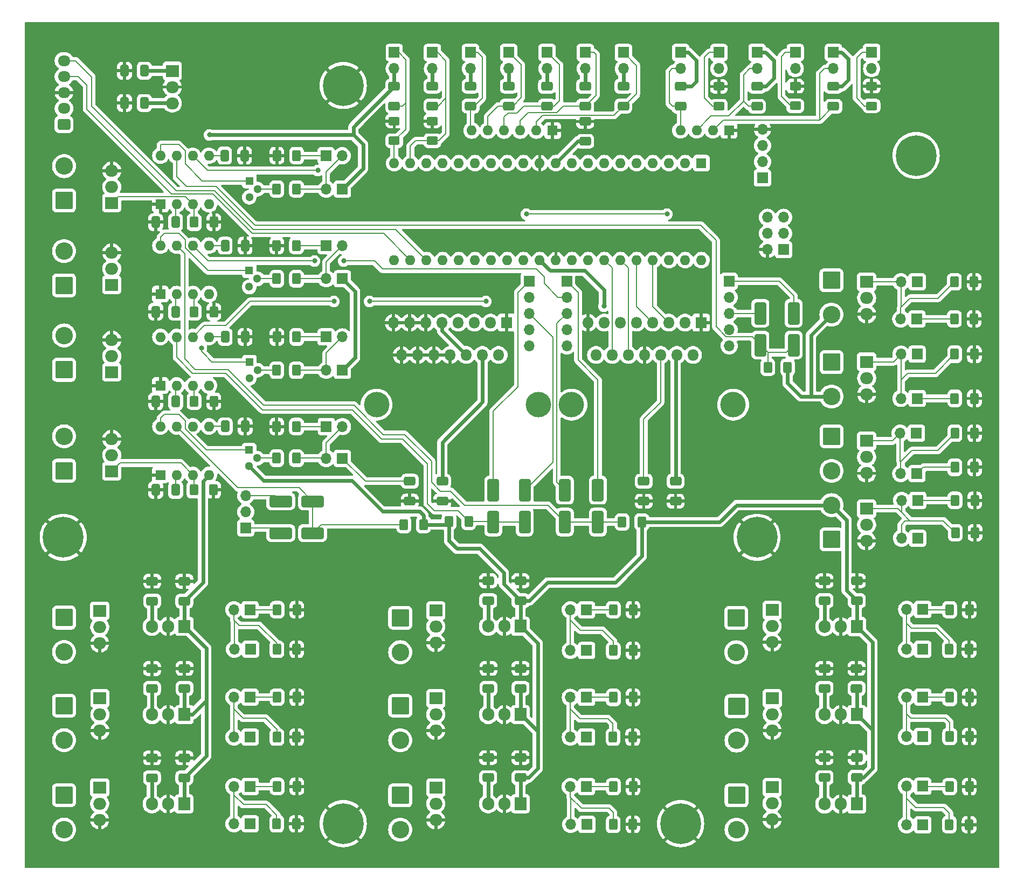
<source format=gtl>
G04 #@! TF.GenerationSoftware,KiCad,Pcbnew,8.0.2-8.0.2-0~ubuntu24.04.1*
G04 #@! TF.CreationDate,2024-04-29T20:29:20+02:00*
G04 #@! TF.ProjectId,astrobox_control,61737472-6f62-46f7-985f-636f6e74726f,1*
G04 #@! TF.SameCoordinates,Original*
G04 #@! TF.FileFunction,Copper,L1,Top*
G04 #@! TF.FilePolarity,Positive*
%FSLAX46Y46*%
G04 Gerber Fmt 4.6, Leading zero omitted, Abs format (unit mm)*
G04 Created by KiCad (PCBNEW 8.0.2-8.0.2-0~ubuntu24.04.1) date 2024-04-29 20:29:20*
%MOMM*%
%LPD*%
G01*
G04 APERTURE LIST*
G04 Aperture macros list*
%AMRoundRect*
0 Rectangle with rounded corners*
0 $1 Rounding radius*
0 $2 $3 $4 $5 $6 $7 $8 $9 X,Y pos of 4 corners*
0 Add a 4 corners polygon primitive as box body*
4,1,4,$2,$3,$4,$5,$6,$7,$8,$9,$2,$3,0*
0 Add four circle primitives for the rounded corners*
1,1,$1+$1,$2,$3*
1,1,$1+$1,$4,$5*
1,1,$1+$1,$6,$7*
1,1,$1+$1,$8,$9*
0 Add four rect primitives between the rounded corners*
20,1,$1+$1,$2,$3,$4,$5,0*
20,1,$1+$1,$4,$5,$6,$7,0*
20,1,$1+$1,$6,$7,$8,$9,0*
20,1,$1+$1,$8,$9,$2,$3,0*%
G04 Aperture macros list end*
G04 #@! TA.AperFunction,ComponentPad*
%ADD10R,1.905000X2.000000*%
G04 #@! TD*
G04 #@! TA.AperFunction,ComponentPad*
%ADD11O,1.905000X2.000000*%
G04 #@! TD*
G04 #@! TA.AperFunction,SMDPad,CuDef*
%ADD12RoundRect,0.250000X-0.650000X0.412500X-0.650000X-0.412500X0.650000X-0.412500X0.650000X0.412500X0*%
G04 #@! TD*
G04 #@! TA.AperFunction,ComponentPad*
%ADD13R,1.300000X1.300000*%
G04 #@! TD*
G04 #@! TA.AperFunction,ComponentPad*
%ADD14C,1.300000*%
G04 #@! TD*
G04 #@! TA.AperFunction,SMDPad,CuDef*
%ADD15RoundRect,0.250000X-0.400000X-0.625000X0.400000X-0.625000X0.400000X0.625000X-0.400000X0.625000X0*%
G04 #@! TD*
G04 #@! TA.AperFunction,ComponentPad*
%ADD16R,1.700000X1.700000*%
G04 #@! TD*
G04 #@! TA.AperFunction,ComponentPad*
%ADD17O,1.700000X1.700000*%
G04 #@! TD*
G04 #@! TA.AperFunction,SMDPad,CuDef*
%ADD18RoundRect,0.250000X-0.625000X0.400000X-0.625000X-0.400000X0.625000X-0.400000X0.625000X0.400000X0*%
G04 #@! TD*
G04 #@! TA.AperFunction,ComponentPad*
%ADD19RoundRect,0.250000X-1.125000X1.125000X-1.125000X-1.125000X1.125000X-1.125000X1.125000X1.125000X0*%
G04 #@! TD*
G04 #@! TA.AperFunction,ComponentPad*
%ADD20C,2.750000*%
G04 #@! TD*
G04 #@! TA.AperFunction,SMDPad,CuDef*
%ADD21RoundRect,0.250000X0.650000X-0.412500X0.650000X0.412500X-0.650000X0.412500X-0.650000X-0.412500X0*%
G04 #@! TD*
G04 #@! TA.AperFunction,SMDPad,CuDef*
%ADD22RoundRect,0.250000X0.400000X0.625000X-0.400000X0.625000X-0.400000X-0.625000X0.400000X-0.625000X0*%
G04 #@! TD*
G04 #@! TA.AperFunction,ComponentPad*
%ADD23R,2.000000X1.905000*%
G04 #@! TD*
G04 #@! TA.AperFunction,ComponentPad*
%ADD24O,2.000000X1.905000*%
G04 #@! TD*
G04 #@! TA.AperFunction,ComponentPad*
%ADD25C,6.400000*%
G04 #@! TD*
G04 #@! TA.AperFunction,SMDPad,CuDef*
%ADD26RoundRect,0.250000X0.650000X-1.500000X0.650000X1.500000X-0.650000X1.500000X-0.650000X-1.500000X0*%
G04 #@! TD*
G04 #@! TA.AperFunction,ComponentPad*
%ADD27R,1.600000X1.600000*%
G04 #@! TD*
G04 #@! TA.AperFunction,ComponentPad*
%ADD28O,1.600000X1.600000*%
G04 #@! TD*
G04 #@! TA.AperFunction,SMDPad,CuDef*
%ADD29RoundRect,0.250000X0.412500X0.650000X-0.412500X0.650000X-0.412500X-0.650000X0.412500X-0.650000X0*%
G04 #@! TD*
G04 #@! TA.AperFunction,SMDPad,CuDef*
%ADD30RoundRect,0.250000X-0.412500X-0.650000X0.412500X-0.650000X0.412500X0.650000X-0.412500X0.650000X0*%
G04 #@! TD*
G04 #@! TA.AperFunction,ComponentPad*
%ADD31RoundRect,0.250000X1.125000X-1.125000X1.125000X1.125000X-1.125000X1.125000X-1.125000X-1.125000X0*%
G04 #@! TD*
G04 #@! TA.AperFunction,ComponentPad*
%ADD32R,1.800000X1.800000*%
G04 #@! TD*
G04 #@! TA.AperFunction,ComponentPad*
%ADD33O,1.800000X1.800000*%
G04 #@! TD*
G04 #@! TA.AperFunction,SMDPad,CuDef*
%ADD34RoundRect,0.250000X-0.650000X1.500000X-0.650000X-1.500000X0.650000X-1.500000X0.650000X1.500000X0*%
G04 #@! TD*
G04 #@! TA.AperFunction,SMDPad,CuDef*
%ADD35RoundRect,0.250000X0.625000X-0.400000X0.625000X0.400000X-0.625000X0.400000X-0.625000X-0.400000X0*%
G04 #@! TD*
G04 #@! TA.AperFunction,SMDPad,CuDef*
%ADD36RoundRect,0.250000X-1.500000X-0.650000X1.500000X-0.650000X1.500000X0.650000X-1.500000X0.650000X0*%
G04 #@! TD*
G04 #@! TA.AperFunction,SMDPad,CuDef*
%ADD37RoundRect,0.250000X1.500000X0.650000X-1.500000X0.650000X-1.500000X-0.650000X1.500000X-0.650000X0*%
G04 #@! TD*
G04 #@! TA.AperFunction,ComponentPad*
%ADD38C,4.000000*%
G04 #@! TD*
G04 #@! TA.AperFunction,ComponentPad*
%ADD39RoundRect,0.250000X0.725000X-0.600000X0.725000X0.600000X-0.725000X0.600000X-0.725000X-0.600000X0*%
G04 #@! TD*
G04 #@! TA.AperFunction,ComponentPad*
%ADD40O,1.950000X1.700000*%
G04 #@! TD*
G04 #@! TA.AperFunction,ViaPad*
%ADD41C,0.800000*%
G04 #@! TD*
G04 #@! TA.AperFunction,Conductor*
%ADD42C,0.600000*%
G04 #@! TD*
G04 #@! TA.AperFunction,Conductor*
%ADD43C,0.200000*%
G04 #@! TD*
G04 APERTURE END LIST*
D10*
G04 #@! TO.P,U15,1,VI*
G04 #@! TO.N,+12V*
X94843600Y-109982000D03*
D11*
G04 #@! TO.P,U15,2,GND*
G04 #@! TO.N,GND*
X92303600Y-109982000D03*
G04 #@! TO.P,U15,3,VO*
G04 #@! TO.N,Net-(J28-Pin_2)*
X89763600Y-109982000D03*
G04 #@! TD*
D12*
G04 #@! TO.P,C12,1*
G04 #@! TO.N,+10V*
X119200000Y-87200000D03*
G04 #@! TO.P,C12,2*
G04 #@! TO.N,GND*
X119200000Y-90325000D03*
G04 #@! TD*
D13*
G04 #@! TO.P,Q7,1,C*
G04 #@! TO.N,Net-(Q7-C)*
X52218000Y-82296000D03*
D14*
G04 #@! TO.P,Q7,2,B*
G04 #@! TO.N,Net-(Q7-B)*
X53488000Y-83566000D03*
G04 #@! TO.P,Q7,3,E*
G04 #@! TO.N,+12V*
X52218000Y-84836000D03*
G04 #@! TD*
D15*
G04 #@! TO.P,R11,1*
G04 #@! TO.N,Net-(Q7-B)*
X56539800Y-83566000D03*
G04 #@! TO.P,R11,2*
G04 #@! TO.N,Net-(D4-A)*
X59639800Y-83566000D03*
G04 #@! TD*
D16*
G04 #@! TO.P,D13,1,K*
G04 #@! TO.N,Net-(D13-K)*
X150000000Y-19800000D03*
D17*
G04 #@! TO.P,D13,2,A*
G04 #@! TO.N,/PWM control plane/AUTOHUM1*
X150000000Y-22340000D03*
G04 #@! TD*
D12*
G04 #@! TO.P,C14,1*
G04 #@! TO.N,+5V*
X77450000Y-87187500D03*
G04 #@! TO.P,C14,2*
G04 #@! TO.N,GND*
X77450000Y-90312500D03*
G04 #@! TD*
D16*
G04 #@! TO.P,SW12,1,A*
G04 #@! TO.N,+5V*
X120000000Y-19807000D03*
D17*
G04 #@! TO.P,SW12,2,B*
G04 #@! TO.N,/PWM control plane/AUTOHUM3*
X120000000Y-22347000D03*
G04 #@! TD*
D18*
G04 #@! TO.P,R22,1*
G04 #@! TO.N,GND*
X138000000Y-25095200D03*
G04 #@! TO.P,R22,2*
G04 #@! TO.N,Net-(D14-K)*
X138000000Y-28195200D03*
G04 #@! TD*
D19*
G04 #@! TO.P,J22,1,Pin_1*
G04 #@! TO.N,Net-(J22-Pin_1)*
X23125000Y-108625000D03*
D20*
G04 #@! TO.P,J22,2,Pin_2*
G04 #@! TO.N,Net-(J22-Pin_2)*
X23125000Y-114025000D03*
G04 #@! TD*
D19*
G04 #@! TO.P,J30,1,Pin_1*
G04 #@! TO.N,Net-(J30-Pin_1)*
X128778000Y-136550400D03*
D20*
G04 #@! TO.P,J30,2,Pin_2*
G04 #@! TO.N,Net-(J30-Pin_2)*
X128778000Y-141950400D03*
G04 #@! TD*
D16*
G04 #@! TO.P,SW9,1,A*
G04 #@! TO.N,+5V*
X132000000Y-19800000D03*
D17*
G04 #@! TO.P,SW9,2,B*
G04 #@! TO.N,/PWM control plane/AUTOHUM2*
X132000000Y-22340000D03*
G04 #@! TD*
D21*
G04 #@! TO.P,C42,1*
G04 #@! TO.N,+12V*
X147675600Y-105968800D03*
G04 #@! TO.P,C42,2*
G04 #@! TO.N,GND*
X147675600Y-102843800D03*
G04 #@! TD*
D16*
G04 #@! TO.P,SW6,1,A*
G04 #@! TO.N,+5V*
X144000000Y-19800000D03*
D17*
G04 #@! TO.P,SW6,2,B*
G04 #@! TO.N,/PWM control plane/AUTOHUM1*
X144000000Y-22340000D03*
G04 #@! TD*
D22*
G04 #@! TO.P,R48,1*
G04 #@! TO.N,GND*
X112523200Y-107391200D03*
G04 #@! TO.P,R48,2*
G04 #@! TO.N,Net-(D25-K)*
X109423200Y-107391200D03*
G04 #@! TD*
D16*
G04 #@! TO.P,U9,1,VDD*
G04 #@! TO.N,+5V*
X132850000Y-39520000D03*
D17*
G04 #@! TO.P,U9,2,DATA*
G04 #@! TO.N,/PWM control plane/DHT11*
X132850000Y-36980000D03*
G04 #@! TO.P,U9,3,NC*
G04 #@! TO.N,unconnected-(U9-NC-Pad3)*
X132850000Y-34440000D03*
G04 #@! TO.P,U9,4,GND*
G04 #@! TO.N,GND*
X132850000Y-31900000D03*
G04 #@! TD*
D15*
G04 #@! TO.P,R16,1*
G04 #@! TO.N,+12V*
X83600000Y-93500000D03*
G04 #@! TO.P,R16,2*
G04 #@! TO.N,/PWM control plane/PWM_3 555-7 OUT*
X86700000Y-93500000D03*
G04 #@! TD*
D23*
G04 #@! TO.P,Q8,1,G*
G04 #@! TO.N,Net-(Q8-G)*
X30625000Y-85630000D03*
D24*
G04 #@! TO.P,Q8,2,D*
G04 #@! TO.N,Net-(J5-Pin_2)*
X30625000Y-83090000D03*
G04 #@! TO.P,Q8,3,S*
G04 #@! TO.N,GND*
X30625000Y-80550000D03*
G04 #@! TD*
D25*
G04 #@! TO.P,REF\u002A\u002A,1*
G04 #@! TO.N,GND*
X132000000Y-96000000D03*
G04 #@! TD*
D15*
G04 #@! TO.P,R43,1*
G04 #@! TO.N,Net-(D22-A)*
X56565200Y-113588800D03*
G04 #@! TO.P,R43,2*
G04 #@! TO.N,GND*
X59665200Y-113588800D03*
G04 #@! TD*
D26*
G04 #@! TO.P,D12,1,K*
G04 #@! TO.N,/PWM control plane/PWM_3 555-7 OUT*
X95500000Y-93600000D03*
G04 #@! TO.P,D12,2,A*
G04 #@! TO.N,Net-(D12-A)*
X95500000Y-88600000D03*
G04 #@! TD*
D15*
G04 #@! TO.P,R7,1*
G04 #@! TO.N,GND*
X56565200Y-64516000D03*
G04 #@! TO.P,R7,2*
G04 #@! TO.N,Net-(D3-K)*
X59665200Y-64516000D03*
G04 #@! TD*
D27*
G04 #@! TO.P,U6,1,PB0*
G04 #@! TO.N,/PWM control plane/DHT11*
X123260000Y-37200000D03*
D28*
G04 #@! TO.P,U6,2,PB1*
G04 #@! TO.N,/PWM control plane/AUTOHUM1*
X120720000Y-37200000D03*
G04 #@! TO.P,U6,3,PB2*
G04 #@! TO.N,/PWM control plane/AUTOHUM2*
X118180000Y-37200000D03*
G04 #@! TO.P,U6,4,PB3*
G04 #@! TO.N,/PWM control plane/AUTOHUM3*
X115640000Y-37200000D03*
G04 #@! TO.P,U6,5,PB4*
G04 #@! TO.N,unconnected-(U6-PB4-Pad5)*
X113100000Y-37200000D03*
G04 #@! TO.P,U6,6,PB5*
G04 #@! TO.N,/PWM control plane/MOSI*
X110560000Y-37200000D03*
G04 #@! TO.P,U6,7,PB6*
G04 #@! TO.N,/PWM control plane/MISO*
X108020000Y-37200000D03*
G04 #@! TO.P,U6,8,PB7*
G04 #@! TO.N,/PWM control plane/SCK*
X105480000Y-37200000D03*
G04 #@! TO.P,U6,9,~{RESET}*
G04 #@! TO.N,/PWM control plane/RST*
X102940000Y-37200000D03*
G04 #@! TO.P,U6,10,VCC*
G04 #@! TO.N,+5V*
X100400000Y-37200000D03*
G04 #@! TO.P,U6,11,GND*
G04 #@! TO.N,GND*
X97860000Y-37200000D03*
G04 #@! TO.P,U6,12,XTAL2*
G04 #@! TO.N,unconnected-(U6-XTAL2-Pad12)*
X95320000Y-37200000D03*
G04 #@! TO.P,U6,13,XTAL1*
G04 #@! TO.N,unconnected-(U6-XTAL1-Pad13)*
X92780000Y-37200000D03*
G04 #@! TO.P,U6,14,PD0*
G04 #@! TO.N,/PWM control plane/PRESET1*
X90240000Y-37200000D03*
G04 #@! TO.P,U6,15,PD1*
G04 #@! TO.N,/PWM control plane/PRESET2*
X87700000Y-37200000D03*
G04 #@! TO.P,U6,16,PD2*
G04 #@! TO.N,/PWM control plane/PRESET3*
X85160000Y-37200000D03*
G04 #@! TO.P,U6,17,PD3*
G04 #@! TO.N,/PWM control plane/PRESET4*
X82620000Y-37200000D03*
G04 #@! TO.P,U6,18,PD4*
G04 #@! TO.N,/PWM control plane/PRESET5*
X80080000Y-37200000D03*
G04 #@! TO.P,U6,19,PD5*
G04 #@! TO.N,/PWM control plane/PRESET6*
X77540000Y-37200000D03*
G04 #@! TO.P,U6,20,PD6*
G04 #@! TO.N,/PWM control plane/PRESETW*
X75000000Y-37200000D03*
G04 #@! TO.P,U6,21,PD7*
G04 #@! TO.N,unconnected-(U6-PD7-Pad21)*
X75000000Y-52440000D03*
G04 #@! TO.P,U6,22,PC0*
G04 #@! TO.N,/PWM control plane/SCL*
X77540000Y-52440000D03*
G04 #@! TO.P,U6,23,PC1*
G04 #@! TO.N,/PWM control plane/SDA*
X80080000Y-52440000D03*
G04 #@! TO.P,U6,24,PC2*
G04 #@! TO.N,unconnected-(U6-PC2-Pad24)*
X82620000Y-52440000D03*
G04 #@! TO.P,U6,25,PC3*
G04 #@! TO.N,unconnected-(U6-PC3-Pad25)*
X85160000Y-52440000D03*
G04 #@! TO.P,U6,26,PC4*
G04 #@! TO.N,unconnected-(U6-PC4-Pad26)*
X87700000Y-52440000D03*
G04 #@! TO.P,U6,27,PC5*
G04 #@! TO.N,unconnected-(U6-PC5-Pad27)*
X90240000Y-52440000D03*
G04 #@! TO.P,U6,28,PC6*
G04 #@! TO.N,Net-(U6-PC6)*
X92780000Y-52440000D03*
G04 #@! TO.P,U6,29,PC7*
G04 #@! TO.N,Net-(U6-PC7)*
X95320000Y-52440000D03*
G04 #@! TO.P,U6,30,AVCC*
G04 #@! TO.N,+5V*
X97860000Y-52440000D03*
G04 #@! TO.P,U6,31,GND*
G04 #@! TO.N,GND*
X100400000Y-52440000D03*
G04 #@! TO.P,U6,32,AREF*
G04 #@! TO.N,unconnected-(U6-AREF-Pad32)*
X102940000Y-52440000D03*
G04 #@! TO.P,U6,33,PA7*
G04 #@! TO.N,unconnected-(U6-PA7-Pad33)*
X105480000Y-52440000D03*
G04 #@! TO.P,U6,34,PA6*
G04 #@! TO.N,Net-(U6-PA6)*
X108020000Y-52440000D03*
G04 #@! TO.P,U6,35,PA5*
G04 #@! TO.N,Net-(U6-PA5)*
X110560000Y-52440000D03*
G04 #@! TO.P,U6,36,PA4*
G04 #@! TO.N,Net-(U6-PA4)*
X113100000Y-52440000D03*
G04 #@! TO.P,U6,37,PA3*
G04 #@! TO.N,Net-(U6-PA3)*
X115640000Y-52440000D03*
G04 #@! TO.P,U6,38,PA2*
G04 #@! TO.N,/PWM control plane/FADER3*
X118180000Y-52440000D03*
G04 #@! TO.P,U6,39,PA1*
G04 #@! TO.N,/PWM control plane/FADER2*
X120720000Y-52440000D03*
G04 #@! TO.P,U6,40,PA0*
G04 #@! TO.N,/PWM control plane/FADER1*
X123260000Y-52440000D03*
G04 #@! TD*
D13*
G04 #@! TO.P,Q3,1,C*
G04 #@! TO.N,Net-(Q3-C)*
X52222400Y-54102000D03*
D14*
G04 #@! TO.P,Q3,2,B*
G04 #@! TO.N,Net-(Q3-B)*
X53492400Y-55372000D03*
G04 #@! TO.P,Q3,3,E*
G04 #@! TO.N,+12V*
X52222400Y-56642000D03*
G04 #@! TD*
D16*
G04 #@! TO.P,SW20,1,A*
G04 #@! TO.N,+5V*
X52374800Y-127403938D03*
D17*
G04 #@! TO.P,SW20,2,B*
G04 #@! TO.N,Net-(D21-A)*
X49834800Y-127403938D03*
G04 #@! TD*
D19*
G04 #@! TO.P,J28,1,Pin_1*
G04 #@! TO.N,Net-(J28-Pin_1)*
X75946000Y-108661200D03*
D20*
G04 #@! TO.P,J28,2,Pin_2*
G04 #@! TO.N,Net-(J28-Pin_2)*
X75946000Y-114061200D03*
G04 #@! TD*
D19*
G04 #@! TO.P,J24,1,Pin_1*
G04 #@! TO.N,Net-(J24-Pin_1)*
X75946000Y-136550400D03*
D20*
G04 #@! TO.P,J24,2,Pin_2*
G04 #@! TO.N,Net-(J24-Pin_2)*
X75946000Y-141950400D03*
G04 #@! TD*
D21*
G04 #@! TO.P,C32,1*
G04 #@! TO.N,+12V*
X94843600Y-133756400D03*
G04 #@! TO.P,C32,2*
G04 #@! TO.N,GND*
X94843600Y-130631400D03*
G04 #@! TD*
D23*
G04 #@! TO.P,Q19,1,G*
G04 #@! TO.N,Net-(D26-A)*
X134366000Y-135280400D03*
D24*
G04 #@! TO.P,Q19,2,D*
G04 #@! TO.N,Net-(J30-Pin_1)*
X134366000Y-137820400D03*
G04 #@! TO.P,Q19,3,S*
G04 #@! TO.N,GND*
X134366000Y-140360400D03*
G04 #@! TD*
D15*
G04 #@! TO.P,R2,1*
G04 #@! TO.N,Net-(Q1-B)*
X56539800Y-41275000D03*
G04 #@! TO.P,R2,2*
G04 #@! TO.N,Net-(D1-A)*
X59639800Y-41275000D03*
G04 #@! TD*
D16*
G04 #@! TO.P,D28,1,K*
G04 #@! TO.N,Net-(D28-K)*
X158043800Y-107340400D03*
D17*
G04 #@! TO.P,D28,2,A*
G04 #@! TO.N,Net-(D28-A)*
X155503800Y-107340400D03*
G04 #@! TD*
D12*
G04 #@! TO.P,C23,1*
G04 #@! TO.N,+5V*
X87000000Y-25095200D03*
G04 #@! TO.P,C23,2*
G04 #@! TO.N,/PWM control plane/PRESET5*
X87000000Y-28220200D03*
G04 #@! TD*
D29*
G04 #@! TO.P,C5,1*
G04 #@! TO.N,/PWM control plane/FADER2*
X40662500Y-60550000D03*
G04 #@! TO.P,C5,2*
G04 #@! TO.N,GND*
X37537500Y-60550000D03*
G04 #@! TD*
D16*
G04 #@! TO.P,D14,1,K*
G04 #@! TO.N,Net-(D14-K)*
X138000000Y-19807000D03*
D17*
G04 #@! TO.P,D14,2,A*
G04 #@! TO.N,/PWM control plane/AUTOHUM2*
X138000000Y-22347000D03*
G04 #@! TD*
D12*
G04 #@! TO.P,C24,1*
G04 #@! TO.N,+5V*
X81000000Y-25095200D03*
G04 #@! TO.P,C24,2*
G04 #@! TO.N,/PWM control plane/PRESET6*
X81000000Y-28220200D03*
G04 #@! TD*
D22*
G04 #@! TO.P,R50,1*
G04 #@! TO.N,GND*
X165355200Y-135178800D03*
G04 #@! TO.P,R50,2*
G04 #@! TO.N,Net-(D26-K)*
X162255200Y-135178800D03*
G04 #@! TD*
G04 #@! TO.P,R12,1*
G04 #@! TO.N,GND*
X46635000Y-88544400D03*
G04 #@! TO.P,R12,2*
G04 #@! TO.N,Net-(Q8-G)*
X43535000Y-88544400D03*
G04 #@! TD*
D23*
G04 #@! TO.P,Q16,1,G*
G04 #@! TO.N,Net-(D23-A)*
X81534000Y-135331200D03*
D24*
G04 #@! TO.P,Q16,2,D*
G04 #@! TO.N,Net-(J24-Pin_1)*
X81534000Y-137871200D03*
G04 #@! TO.P,Q16,3,S*
G04 #@! TO.N,GND*
X81534000Y-140411200D03*
G04 #@! TD*
D15*
G04 #@! TO.P,R39,1*
G04 #@! TO.N,Net-(D20-A)*
X56539200Y-141020800D03*
G04 #@! TO.P,R39,2*
G04 #@! TO.N,GND*
X59639200Y-141020800D03*
G04 #@! TD*
D21*
G04 #@! TO.P,C36,1*
G04 #@! TO.N,+12V*
X94843600Y-105956500D03*
G04 #@! TO.P,C36,2*
G04 #@! TO.N,GND*
X94843600Y-102831500D03*
G04 #@! TD*
D15*
G04 #@! TO.P,R8,1*
G04 #@! TO.N,Net-(Q5-B)*
X56539800Y-69748400D03*
G04 #@! TO.P,R8,2*
G04 #@! TO.N,Net-(D3-A)*
X59639800Y-69748400D03*
G04 #@! TD*
D16*
G04 #@! TO.P,SW13,1,1*
G04 #@! TO.N,/PWM control plane/PRESET6*
X81000000Y-19812000D03*
D17*
G04 #@! TO.P,SW13,2,2*
G04 #@! TO.N,+5V*
X81000000Y-22352000D03*
G04 #@! TD*
D12*
G04 #@! TO.P,C43,1*
G04 #@! TO.N,GND*
X142595600Y-102843800D03*
G04 #@! TO.P,C43,2*
G04 #@! TO.N,Net-(J34-Pin_2)*
X142595600Y-105968800D03*
G04 #@! TD*
G04 #@! TO.P,C18,1*
G04 #@! TO.N,+5V*
X105000000Y-25100000D03*
G04 #@! TO.P,C18,2*
G04 #@! TO.N,/PWM control plane/PRESET2*
X105000000Y-28225000D03*
G04 #@! TD*
D23*
G04 #@! TO.P,Q21,1,G*
G04 #@! TO.N,Net-(D28-A)*
X134366000Y-107442000D03*
D24*
G04 #@! TO.P,Q21,2,D*
G04 #@! TO.N,Net-(J34-Pin_1)*
X134366000Y-109982000D03*
G04 #@! TO.P,Q21,3,S*
G04 #@! TO.N,GND*
X134366000Y-112522000D03*
G04 #@! TD*
D15*
G04 #@! TO.P,R5,1*
G04 #@! TO.N,Net-(Q3-B)*
X56539800Y-55372000D03*
G04 #@! TO.P,R5,2*
G04 #@! TO.N,Net-(D2-A)*
X59639800Y-55372000D03*
G04 #@! TD*
D10*
G04 #@! TO.P,U14,1,VI*
G04 #@! TO.N,+12V*
X94843600Y-123850400D03*
D11*
G04 #@! TO.P,U14,2,GND*
G04 #@! TO.N,GND*
X92303600Y-123850400D03*
G04 #@! TO.P,U14,3,VO*
G04 #@! TO.N,Net-(J26-Pin_2)*
X89763600Y-123850400D03*
G04 #@! TD*
D16*
G04 #@! TO.P,SW2,1,A*
G04 #@! TO.N,+5V*
X66857800Y-55372000D03*
D17*
G04 #@! TO.P,SW2,2,B*
G04 #@! TO.N,Net-(D2-A)*
X64317800Y-55372000D03*
G04 #@! TD*
D12*
G04 #@! TO.P,C16,1*
G04 #@! TO.N,+5V*
X144000000Y-25150000D03*
G04 #@! TO.P,C16,2*
G04 #@! TO.N,/PWM control plane/AUTOHUM1*
X144000000Y-28275000D03*
G04 #@! TD*
G04 #@! TO.P,C21,1*
G04 #@! TO.N,+5V*
X93000000Y-25095200D03*
G04 #@! TO.P,C21,2*
G04 #@! TO.N,/PWM control plane/PRESET4*
X93000000Y-28220200D03*
G04 #@! TD*
D16*
G04 #@! TO.P,SW16,1,A*
G04 #@! TO.N,+5V*
X157150000Y-55850000D03*
D17*
G04 #@! TO.P,SW16,2,B*
G04 #@! TO.N,Net-(D17-A)*
X154610000Y-55850000D03*
G04 #@! TD*
D16*
G04 #@! TO.P,SW3,1,A*
G04 #@! TO.N,+5V*
X66857800Y-69748400D03*
D17*
G04 #@! TO.P,SW3,2,B*
G04 #@! TO.N,Net-(D3-A)*
X64317800Y-69748400D03*
G04 #@! TD*
D22*
G04 #@! TO.P,R44,1*
G04 #@! TO.N,GND*
X112523200Y-135178800D03*
G04 #@! TO.P,R44,2*
G04 #@! TO.N,Net-(D23-K)*
X109423200Y-135178800D03*
G04 #@! TD*
D16*
G04 #@! TO.P,SW11,1,1*
G04 #@! TO.N,/PWM control plane/PRESET5*
X87000000Y-19807000D03*
D17*
G04 #@! TO.P,SW11,2,2*
G04 #@! TO.N,+5V*
X87000000Y-22347000D03*
G04 #@! TD*
D15*
G04 #@! TO.P,R55,1*
G04 #@! TO.N,Net-(D28-A)*
X162204400Y-113588800D03*
G04 #@! TO.P,R55,2*
G04 #@! TO.N,GND*
X165304400Y-113588800D03*
G04 #@! TD*
D30*
G04 #@! TO.P,C8,1*
G04 #@! TO.N,Net-(U4-CV)*
X48437000Y-64516000D03*
G04 #@! TO.P,C8,2*
G04 #@! TO.N,GND*
X51562000Y-64516000D03*
G04 #@! TD*
D23*
G04 #@! TO.P,Q13,1,G*
G04 #@! TO.N,Net-(D20-A)*
X28725000Y-135325000D03*
D24*
G04 #@! TO.P,Q13,2,D*
G04 #@! TO.N,Net-(J18-Pin_1)*
X28725000Y-137865000D03*
G04 #@! TO.P,Q13,3,S*
G04 #@! TO.N,GND*
X28725000Y-140405000D03*
G04 #@! TD*
D31*
G04 #@! TO.P,J5,1,Pin_1*
G04 #@! TO.N,+12V*
X23125000Y-85525000D03*
D20*
G04 #@! TO.P,J5,2,Pin_2*
G04 #@! TO.N,Net-(J5-Pin_2)*
X23125000Y-80125000D03*
G04 #@! TD*
D32*
G04 #@! TO.P,U7,1,SENSE_A*
G04 #@! TO.N,GND*
X123210000Y-62257500D03*
D33*
G04 #@! TO.P,U7,2,OUT1*
G04 #@! TO.N,Net-(J6-Pin_5)*
X121940000Y-67337500D03*
G04 #@! TO.P,U7,3,OUT2*
G04 #@! TO.N,Net-(J6-Pin_4)*
X120670000Y-62257500D03*
G04 #@! TO.P,U7,4,Vs*
G04 #@! TO.N,+10V*
X119400000Y-67337500D03*
G04 #@! TO.P,U7,5,IN1*
G04 #@! TO.N,Net-(U6-PA3)*
X118130000Y-62257500D03*
G04 #@! TO.P,U7,6,EnA*
G04 #@! TO.N,+5V*
X116860000Y-67337500D03*
G04 #@! TO.P,U7,7,IN2*
G04 #@! TO.N,Net-(U6-PA4)*
X115590000Y-62257500D03*
G04 #@! TO.P,U7,8,GND*
G04 #@! TO.N,GND*
X114320000Y-67337500D03*
G04 #@! TO.P,U7,9,Vss*
G04 #@! TO.N,+5V*
X113050000Y-62257500D03*
G04 #@! TO.P,U7,10,IN3*
G04 #@! TO.N,Net-(U6-PA5)*
X111780000Y-67337500D03*
G04 #@! TO.P,U7,11,EnB*
G04 #@! TO.N,+5V*
X110510000Y-62257500D03*
G04 #@! TO.P,U7,12,IN4*
G04 #@! TO.N,Net-(U6-PA6)*
X109240000Y-67337500D03*
G04 #@! TO.P,U7,13,OUT3*
G04 #@! TO.N,Net-(J7-Pin_4)*
X107970000Y-62257500D03*
G04 #@! TO.P,U7,14,OUT4*
G04 #@! TO.N,Net-(J7-Pin_5)*
X106700000Y-67337500D03*
G04 #@! TO.P,U7,15,SENSE_B*
G04 #@! TO.N,GND*
X105430000Y-62257500D03*
G04 #@! TD*
D22*
G04 #@! TO.P,R36,1*
G04 #@! TO.N,GND*
X166175000Y-85000000D03*
G04 #@! TO.P,R36,2*
G04 #@! TO.N,Net-(D19-K)*
X163075000Y-85000000D03*
G04 #@! TD*
D29*
G04 #@! TO.P,C9,1*
G04 #@! TO.N,/PWM control plane/PWM_4 OUT*
X40662500Y-88550000D03*
G04 #@! TO.P,C9,2*
G04 #@! TO.N,GND*
X37537500Y-88550000D03*
G04 #@! TD*
D10*
G04 #@! TO.P,U13,1,VI*
G04 #@! TO.N,+12V*
X94843600Y-137871200D03*
D11*
G04 #@! TO.P,U13,2,GND*
G04 #@! TO.N,GND*
X92303600Y-137871200D03*
G04 #@! TO.P,U13,3,VO*
G04 #@! TO.N,Net-(J24-Pin_2)*
X89763600Y-137871200D03*
G04 #@! TD*
D13*
G04 #@! TO.P,Q1,1,C*
G04 #@! TO.N,Net-(Q1-C)*
X52243400Y-40005000D03*
D14*
G04 #@! TO.P,Q1,2,B*
G04 #@! TO.N,Net-(Q1-B)*
X53513400Y-41275000D03*
G04 #@! TO.P,Q1,3,E*
G04 #@! TO.N,+12V*
X52243400Y-42545000D03*
G04 #@! TD*
D16*
G04 #@! TO.P,SW25,1,A*
G04 #@! TO.N,+5V*
X158038800Y-141173200D03*
D17*
G04 #@! TO.P,SW25,2,B*
G04 #@! TO.N,Net-(D26-A)*
X155498800Y-141173200D03*
G04 #@! TD*
D23*
G04 #@! TO.P,Q4,1,G*
G04 #@! TO.N,Net-(Q4-G)*
X30620000Y-56340000D03*
D24*
G04 #@! TO.P,Q4,2,D*
G04 #@! TO.N,Net-(J3-Pin_2)*
X30620000Y-53800000D03*
G04 #@! TO.P,Q4,3,S*
G04 #@! TO.N,GND*
X30620000Y-51260000D03*
G04 #@! TD*
D16*
G04 #@! TO.P,SW17,1,A*
G04 #@! TO.N,+5V*
X157140000Y-67225000D03*
D17*
G04 #@! TO.P,SW17,2,B*
G04 #@! TO.N,Net-(D18-A)*
X154600000Y-67225000D03*
G04 #@! TD*
D30*
G04 #@! TO.P,C10,1*
G04 #@! TO.N,Net-(U5-CV)*
X48450100Y-78562200D03*
G04 #@! TO.P,C10,2*
G04 #@! TO.N,GND*
X51575100Y-78562200D03*
G04 #@! TD*
D13*
G04 #@! TO.P,Q5,1,C*
G04 #@! TO.N,Net-(Q5-C)*
X52247800Y-68478400D03*
D14*
G04 #@! TO.P,Q5,2,B*
G04 #@! TO.N,Net-(Q5-B)*
X53517800Y-69748400D03*
G04 #@! TO.P,Q5,3,E*
G04 #@! TO.N,+12V*
X52247800Y-71018400D03*
G04 #@! TD*
D16*
G04 #@! TO.P,D4,1,K*
G04 #@! TO.N,Net-(D4-K)*
X64333200Y-78587600D03*
D17*
G04 #@! TO.P,D4,2,A*
G04 #@! TO.N,Net-(D4-A)*
X66873200Y-78587600D03*
G04 #@! TD*
D32*
G04 #@! TO.P,U8,1,SENSE_A*
G04 #@! TO.N,GND*
X92675000Y-62257500D03*
D33*
G04 #@! TO.P,U8,2,OUT1*
G04 #@! TO.N,Net-(J8-Pin_5)*
X91405000Y-67337500D03*
G04 #@! TO.P,U8,3,OUT2*
G04 #@! TO.N,Net-(J8-Pin_4)*
X90135000Y-62257500D03*
G04 #@! TO.P,U8,4,Vs*
G04 #@! TO.N,+10V*
X88865000Y-67337500D03*
G04 #@! TO.P,U8,5,IN1*
G04 #@! TO.N,Net-(U6-PC6)*
X87595000Y-62257500D03*
G04 #@! TO.P,U8,6,EnA*
G04 #@! TO.N,+5V*
X86325000Y-67337500D03*
G04 #@! TO.P,U8,7,IN2*
G04 #@! TO.N,Net-(U6-PC7)*
X85055000Y-62257500D03*
G04 #@! TO.P,U8,8,GND*
G04 #@! TO.N,GND*
X83785000Y-67337500D03*
G04 #@! TO.P,U8,9,Vss*
G04 #@! TO.N,+5V*
X82515000Y-62257500D03*
G04 #@! TO.P,U8,10,IN3*
G04 #@! TO.N,GND*
X81245000Y-67337500D03*
G04 #@! TO.P,U8,11,EnB*
X79975000Y-62257500D03*
G04 #@! TO.P,U8,12,IN4*
X78705000Y-67337500D03*
G04 #@! TO.P,U8,13,OUT3*
X77435000Y-62257500D03*
G04 #@! TO.P,U8,14,OUT4*
X76165000Y-67337500D03*
G04 #@! TO.P,U8,15,SENSE_B*
X74895000Y-62257500D03*
G04 #@! TD*
D29*
G04 #@! TO.P,C1,1*
G04 #@! TO.N,+12V*
X35750900Y-27736800D03*
G04 #@! TO.P,C1,2*
G04 #@! TO.N,GND*
X32625900Y-27736800D03*
G04 #@! TD*
D15*
G04 #@! TO.P,R35,1*
G04 #@! TO.N,Net-(D18-A)*
X163050000Y-67225000D03*
G04 #@! TO.P,R35,2*
G04 #@! TO.N,GND*
X166150000Y-67225000D03*
G04 #@! TD*
D16*
G04 #@! TO.P,SW8,1,1*
G04 #@! TO.N,/PWM control plane/PRESET3*
X99000000Y-19807000D03*
D17*
G04 #@! TO.P,SW8,2,2*
G04 #@! TO.N,+5V*
X99000000Y-22347000D03*
G04 #@! TD*
D27*
G04 #@! TO.P,RN1,1,R1*
G04 #@! TO.N,GND*
X99875000Y-32075000D03*
D28*
G04 #@! TO.P,RN1,2,R1.2*
G04 #@! TO.N,/PWM control plane/PRESET1*
X97335000Y-32075000D03*
G04 #@! TO.P,RN1,3,R2.2*
G04 #@! TO.N,/PWM control plane/PRESET2*
X94795000Y-32075000D03*
G04 #@! TO.P,RN1,4,R3.2*
G04 #@! TO.N,/PWM control plane/PRESET3*
X92255000Y-32075000D03*
G04 #@! TO.P,RN1,5,R4.2*
G04 #@! TO.N,/PWM control plane/PRESET4*
X89715000Y-32075000D03*
G04 #@! TO.P,RN1,6,R5.2*
G04 #@! TO.N,/PWM control plane/PRESET5*
X87175000Y-32075000D03*
G04 #@! TD*
D16*
G04 #@! TO.P,J6,1,Pin_1*
G04 #@! TO.N,Net-(D7-K)*
X127625000Y-55740000D03*
D17*
G04 #@! TO.P,J6,2,Pin_2*
G04 #@! TO.N,/PWM control plane/FADER1*
X127625000Y-58280000D03*
G04 #@! TO.P,J6,3,Pin_3*
G04 #@! TO.N,Net-(D8-A)*
X127625000Y-60820000D03*
G04 #@! TO.P,J6,4,Pin_4*
G04 #@! TO.N,Net-(J6-Pin_4)*
X127625000Y-63360000D03*
G04 #@! TO.P,J6,5,Pin_5*
G04 #@! TO.N,Net-(J6-Pin_5)*
X127625000Y-65900000D03*
G04 #@! TD*
D12*
G04 #@! TO.P,C19,1*
G04 #@! TO.N,+5V*
X132000000Y-25150000D03*
G04 #@! TO.P,C19,2*
G04 #@! TO.N,/PWM control plane/AUTOHUM2*
X132000000Y-28275000D03*
G04 #@! TD*
D16*
G04 #@! TO.P,D3,1,K*
G04 #@! TO.N,Net-(D3-K)*
X64312800Y-64516000D03*
D17*
G04 #@! TO.P,D3,2,A*
G04 #@! TO.N,Net-(D3-A)*
X66852800Y-64516000D03*
G04 #@! TD*
D16*
G04 #@! TO.P,J9,1,Pin_1*
G04 #@! TO.N,+5V*
X136175000Y-50800000D03*
D17*
G04 #@! TO.P,J9,2,Pin_2*
G04 #@! TO.N,GND*
X133635000Y-50800000D03*
G04 #@! TO.P,J9,3,Pin_3*
G04 #@! TO.N,/PWM control plane/RST*
X136175000Y-48260000D03*
G04 #@! TO.P,J9,4,Pin_4*
G04 #@! TO.N,/PWM control plane/SCK*
X133635000Y-48260000D03*
G04 #@! TO.P,J9,5,Pin_5*
G04 #@! TO.N,/PWM control plane/MOSI*
X136175000Y-45720000D03*
G04 #@! TO.P,J9,6,Pin_6*
G04 #@! TO.N,/PWM control plane/MISO*
X133635000Y-45720000D03*
G04 #@! TD*
D15*
G04 #@! TO.P,R53,1*
G04 #@! TO.N,Net-(D27-A)*
X162255200Y-127304800D03*
G04 #@! TO.P,R53,2*
G04 #@! TO.N,GND*
X165355200Y-127304800D03*
G04 #@! TD*
D16*
G04 #@! TO.P,D21,1,K*
G04 #@! TO.N,Net-(D21-K)*
X52350000Y-121125000D03*
D17*
G04 #@! TO.P,D21,2,A*
G04 #@! TO.N,Net-(D21-A)*
X49810000Y-121125000D03*
G04 #@! TD*
D15*
G04 #@! TO.P,R1,1*
G04 #@! TO.N,GND*
X56565200Y-36017200D03*
G04 #@! TO.P,R1,2*
G04 #@! TO.N,Net-(D1-K)*
X59665200Y-36017200D03*
G04 #@! TD*
D12*
G04 #@! TO.P,C35,1*
G04 #@! TO.N,GND*
X89814400Y-116610600D03*
G04 #@! TO.P,C35,2*
G04 #@! TO.N,Net-(J26-Pin_2)*
X89814400Y-119735600D03*
G04 #@! TD*
D16*
G04 #@! TO.P,D27,1,K*
G04 #@! TO.N,Net-(D27-K)*
X158043800Y-121107200D03*
D17*
G04 #@! TO.P,D27,2,A*
G04 #@! TO.N,Net-(D27-A)*
X155503800Y-121107200D03*
G04 #@! TD*
D31*
G04 #@! TO.P,J10,1,Pin_1*
G04 #@! TO.N,Net-(J10-Pin_1)*
X143695000Y-96340000D03*
D20*
G04 #@! TO.P,J10,2,Pin_2*
G04 #@! TO.N,+12V*
X143695000Y-90940000D03*
G04 #@! TD*
D16*
G04 #@! TO.P,D16,1,K*
G04 #@! TO.N,Net-(D16-K)*
X157245000Y-90190000D03*
D17*
G04 #@! TO.P,D16,2,A*
G04 #@! TO.N,Net-(D16-A)*
X154705000Y-90190000D03*
G04 #@! TD*
D15*
G04 #@! TO.P,R31,1*
G04 #@! TO.N,Net-(D16-A)*
X163145000Y-95290000D03*
G04 #@! TO.P,R31,2*
G04 #@! TO.N,GND*
X166245000Y-95290000D03*
G04 #@! TD*
D23*
G04 #@! TO.P,Q15,1,G*
G04 #@! TO.N,Net-(D22-A)*
X28730000Y-107553938D03*
D24*
G04 #@! TO.P,Q15,2,D*
G04 #@! TO.N,Net-(J22-Pin_1)*
X28730000Y-110093938D03*
G04 #@! TO.P,Q15,3,S*
G04 #@! TO.N,GND*
X28730000Y-112633938D03*
G04 #@! TD*
D16*
G04 #@! TO.P,D17,1,K*
G04 #@! TO.N,Net-(D17-K)*
X157125000Y-61675000D03*
D17*
G04 #@! TO.P,D17,2,A*
G04 #@! TO.N,Net-(D17-A)*
X154585000Y-61675000D03*
G04 #@! TD*
D10*
G04 #@! TO.P,U12,1,VI*
G04 #@! TO.N,+12V*
X42030000Y-110000000D03*
D11*
G04 #@! TO.P,U12,2,GND*
G04 #@! TO.N,GND*
X39490000Y-110000000D03*
G04 #@! TO.P,U12,3,VO*
G04 #@! TO.N,Net-(J22-Pin_2)*
X36950000Y-110000000D03*
G04 #@! TD*
D23*
G04 #@! TO.P,Q11,1,G*
G04 #@! TO.N,Net-(D18-A)*
X149225000Y-68420000D03*
D24*
G04 #@! TO.P,Q11,2,D*
G04 #@! TO.N,Net-(J15-Pin_1)*
X149225000Y-70960000D03*
G04 #@! TO.P,Q11,3,S*
G04 #@! TO.N,GND*
X149225000Y-73500000D03*
G04 #@! TD*
D12*
G04 #@! TO.P,C15,1*
G04 #@! TO.N,+10V*
X82550000Y-87187500D03*
G04 #@! TO.P,C15,2*
G04 #@! TO.N,GND*
X82550000Y-90312500D03*
G04 #@! TD*
D19*
G04 #@! TO.P,J20,1,Pin_1*
G04 #@! TO.N,Net-(J20-Pin_1)*
X23125000Y-122475000D03*
D20*
G04 #@! TO.P,J20,2,Pin_2*
G04 #@! TO.N,Net-(J20-Pin_2)*
X23125000Y-127875000D03*
G04 #@! TD*
D16*
G04 #@! TO.P,SW24,1,A*
G04 #@! TO.N,+5V*
X105211800Y-113792000D03*
D17*
G04 #@! TO.P,SW24,2,B*
G04 #@! TO.N,Net-(D25-A)*
X102671800Y-113792000D03*
G04 #@! TD*
D16*
G04 #@! TO.P,D2,1,K*
G04 #@! TO.N,Net-(D2-K)*
X64307800Y-50165000D03*
D17*
G04 #@! TO.P,D2,2,A*
G04 #@! TO.N,Net-(D2-A)*
X66847800Y-50165000D03*
G04 #@! TD*
D16*
G04 #@! TO.P,SW7,1,1*
G04 #@! TO.N,/PWM control plane/PRESET2*
X105000000Y-19807000D03*
D17*
G04 #@! TO.P,SW7,2,2*
G04 #@! TO.N,+5V*
X105000000Y-22347000D03*
G04 #@! TD*
D16*
G04 #@! TO.P,D15,1,K*
G04 #@! TO.N,Net-(D15-K)*
X126000000Y-19807000D03*
D17*
G04 #@! TO.P,D15,2,A*
G04 #@! TO.N,/PWM control plane/AUTOHUM3*
X126000000Y-22347000D03*
G04 #@! TD*
D12*
G04 #@! TO.P,C27,1*
G04 #@! TO.N,GND*
X36950000Y-130662500D03*
G04 #@! TO.P,C27,2*
G04 #@! TO.N,Net-(J18-Pin_2)*
X36950000Y-133787500D03*
G04 #@! TD*
D10*
G04 #@! TO.P,U10,1,VI*
G04 #@! TO.N,+12V*
X42005000Y-137900000D03*
D11*
G04 #@! TO.P,U10,2,GND*
G04 #@! TO.N,GND*
X39465000Y-137900000D03*
G04 #@! TO.P,U10,3,VO*
G04 #@! TO.N,Net-(J18-Pin_2)*
X36925000Y-137900000D03*
G04 #@! TD*
D16*
G04 #@! TO.P,SW1,1,A*
G04 #@! TO.N,+5V*
X66857800Y-41275000D03*
D17*
G04 #@! TO.P,SW1,2,B*
G04 #@! TO.N,Net-(D1-A)*
X64317800Y-41275000D03*
G04 #@! TD*
D30*
G04 #@! TO.P,C6,1*
G04 #@! TO.N,Net-(U3-CV)*
X48437000Y-50165000D03*
G04 #@! TO.P,C6,2*
G04 #@! TO.N,GND*
X51562000Y-50165000D03*
G04 #@! TD*
D34*
G04 #@! TO.P,D7,1,K*
G04 #@! TO.N,Net-(D7-K)*
X137750000Y-60800000D03*
G04 #@! TO.P,D7,2,A*
G04 #@! TO.N,/PWM control plane/PWM_1 555-7 OUT*
X137750000Y-65800000D03*
G04 #@! TD*
D22*
G04 #@! TO.P,R9,1*
G04 #@! TO.N,GND*
X46660400Y-74625200D03*
G04 #@! TO.P,R9,2*
G04 #@! TO.N,Net-(Q6-G)*
X43560400Y-74625200D03*
G04 #@! TD*
D21*
G04 #@! TO.P,C38,1*
G04 #@! TO.N,+12V*
X147675600Y-133744100D03*
G04 #@! TO.P,C38,2*
G04 #@! TO.N,GND*
X147675600Y-130619100D03*
G04 #@! TD*
D18*
G04 #@! TO.P,R25,1*
G04 #@! TO.N,GND*
X126000000Y-25150000D03*
G04 #@! TO.P,R25,2*
G04 #@! TO.N,Net-(D15-K)*
X126000000Y-28250000D03*
G04 #@! TD*
D12*
G04 #@! TO.P,C33,1*
G04 #@! TO.N,GND*
X89763600Y-130631400D03*
G04 #@! TO.P,C33,2*
G04 #@! TO.N,Net-(J24-Pin_2)*
X89763600Y-133756400D03*
G04 #@! TD*
G04 #@! TO.P,C39,1*
G04 #@! TO.N,GND*
X142595600Y-130631400D03*
G04 #@! TO.P,C39,2*
G04 #@! TO.N,Net-(J30-Pin_2)*
X142595600Y-133756400D03*
G04 #@! TD*
D16*
G04 #@! TO.P,J8,1,Pin_1*
G04 #@! TO.N,Net-(D11-K)*
X96200000Y-55730000D03*
D17*
G04 #@! TO.P,J8,2,Pin_2*
G04 #@! TO.N,/PWM control plane/FADER3*
X96200000Y-58270000D03*
G04 #@! TO.P,J8,3,Pin_3*
G04 #@! TO.N,Net-(D12-A)*
X96200000Y-60810000D03*
G04 #@! TO.P,J8,4,Pin_4*
G04 #@! TO.N,Net-(J8-Pin_4)*
X96200000Y-63350000D03*
G04 #@! TO.P,J8,5,Pin_5*
G04 #@! TO.N,Net-(J8-Pin_5)*
X96200000Y-65890000D03*
G04 #@! TD*
D25*
G04 #@! TO.P,REF\u002A\u002A,1*
G04 #@! TO.N,N/C*
X157000000Y-36000000D03*
G04 #@! TD*
D12*
G04 #@! TO.P,C20,1*
G04 #@! TO.N,+5V*
X99000000Y-25100000D03*
G04 #@! TO.P,C20,2*
G04 #@! TO.N,/PWM control plane/PRESET3*
X99000000Y-28225000D03*
G04 #@! TD*
D29*
G04 #@! TO.P,C3,1*
G04 #@! TO.N,/PWM control plane/FADER1*
X40650000Y-46482000D03*
G04 #@! TO.P,C3,2*
G04 #@! TO.N,GND*
X37525000Y-46482000D03*
G04 #@! TD*
D26*
G04 #@! TO.P,D9,1,K*
G04 #@! TO.N,/PWM control plane/PWM_2 555-7 OUT*
X101800000Y-93600000D03*
G04 #@! TO.P,D9,2,A*
G04 #@! TO.N,Net-(D9-A)*
X101800000Y-88600000D03*
G04 #@! TD*
D23*
G04 #@! TO.P,Q20,1,G*
G04 #@! TO.N,Net-(D27-A)*
X134386200Y-121310400D03*
D24*
G04 #@! TO.P,Q20,2,D*
G04 #@! TO.N,Net-(J32-Pin_1)*
X134386200Y-123850400D03*
G04 #@! TO.P,Q20,3,S*
G04 #@! TO.N,GND*
X134386200Y-126390400D03*
G04 #@! TD*
D15*
G04 #@! TO.P,R45,1*
G04 #@! TO.N,Net-(D23-A)*
X109397200Y-141122400D03*
G04 #@! TO.P,R45,2*
G04 #@! TO.N,GND*
X112497200Y-141122400D03*
G04 #@! TD*
G04 #@! TO.P,R41,1*
G04 #@! TO.N,Net-(D21-A)*
X56565200Y-127406400D03*
G04 #@! TO.P,R41,2*
G04 #@! TO.N,GND*
X59665200Y-127406400D03*
G04 #@! TD*
D23*
G04 #@! TO.P,Q2,1,G*
G04 #@! TO.N,Net-(Q2-G)*
X30620000Y-43465000D03*
D24*
G04 #@! TO.P,Q2,2,D*
G04 #@! TO.N,Net-(J2-Pin_2)*
X30620000Y-40925000D03*
G04 #@! TO.P,Q2,3,S*
G04 #@! TO.N,GND*
X30620000Y-38385000D03*
G04 #@! TD*
D16*
G04 #@! TO.P,D1,1,K*
G04 #@! TO.N,Net-(D1-K)*
X64307800Y-36042600D03*
D17*
G04 #@! TO.P,D1,2,A*
G04 #@! TO.N,Net-(D1-A)*
X66847800Y-36042600D03*
G04 #@! TD*
D21*
G04 #@! TO.P,C30,1*
G04 #@! TO.N,+12V*
X42025000Y-106025000D03*
G04 #@! TO.P,C30,2*
G04 #@! TO.N,GND*
X42025000Y-102900000D03*
G04 #@! TD*
D23*
G04 #@! TO.P,Q10,1,G*
G04 #@! TO.N,Net-(D17-A)*
X149225000Y-55850000D03*
D24*
G04 #@! TO.P,Q10,2,D*
G04 #@! TO.N,Net-(J13-Pin_1)*
X149225000Y-58390000D03*
G04 #@! TO.P,Q10,3,S*
G04 #@! TO.N,GND*
X149225000Y-60930000D03*
G04 #@! TD*
D15*
G04 #@! TO.P,R33,1*
G04 #@! TO.N,Net-(D17-A)*
X163000000Y-55850000D03*
G04 #@! TO.P,R33,2*
G04 #@! TO.N,GND*
X166100000Y-55850000D03*
G04 #@! TD*
D16*
G04 #@! TO.P,SW15,1,A*
G04 #@! TO.N,+5V*
X157220000Y-96140000D03*
D17*
G04 #@! TO.P,SW15,2,B*
G04 #@! TO.N,Net-(D16-A)*
X154680000Y-96140000D03*
G04 #@! TD*
D31*
G04 #@! TO.P,J3,1,Pin_1*
G04 #@! TO.N,+12V*
X23125000Y-56415000D03*
D20*
G04 #@! TO.P,J3,2,Pin_2*
G04 #@! TO.N,Net-(J3-Pin_2)*
X23125000Y-51015000D03*
G04 #@! TD*
D23*
G04 #@! TO.P,Q9,1,G*
G04 #@! TO.N,Net-(D16-A)*
X149200000Y-91500000D03*
D24*
G04 #@! TO.P,Q9,2,D*
G04 #@! TO.N,Net-(J10-Pin_1)*
X149200000Y-94040000D03*
G04 #@! TO.P,Q9,3,S*
G04 #@! TO.N,GND*
X149200000Y-96580000D03*
G04 #@! TD*
D21*
G04 #@! TO.P,C34,1*
G04 #@! TO.N,+12V*
X94843600Y-119735600D03*
G04 #@! TO.P,C34,2*
G04 #@! TO.N,GND*
X94843600Y-116610600D03*
G04 #@! TD*
D22*
G04 #@! TO.P,R6,1*
G04 #@! TO.N,GND*
X46660400Y-60553600D03*
G04 #@! TO.P,R6,2*
G04 #@! TO.N,Net-(Q4-G)*
X43560400Y-60553600D03*
G04 #@! TD*
D12*
G04 #@! TO.P,C22,1*
G04 #@! TO.N,+5V*
X120000000Y-25150000D03*
G04 #@! TO.P,C22,2*
G04 #@! TO.N,/PWM control plane/AUTOHUM3*
X120000000Y-28275000D03*
G04 #@! TD*
G04 #@! TO.P,C17,1*
G04 #@! TO.N,+5V*
X111000000Y-25100000D03*
G04 #@! TO.P,C17,2*
G04 #@! TO.N,/PWM control plane/PRESET1*
X111000000Y-28225000D03*
G04 #@! TD*
D30*
G04 #@! TO.P,C4,1*
G04 #@! TO.N,Net-(U2-CV)*
X48348500Y-36017200D03*
G04 #@! TO.P,C4,2*
G04 #@! TO.N,GND*
X51473500Y-36017200D03*
G04 #@! TD*
D12*
G04 #@! TO.P,C25,1*
G04 #@! TO.N,+5V*
X75000000Y-25095200D03*
G04 #@! TO.P,C25,2*
G04 #@! TO.N,/PWM control plane/PRESETW*
X75000000Y-28220200D03*
G04 #@! TD*
D31*
G04 #@! TO.P,J4,1,Pin_1*
G04 #@! TO.N,+12V*
X23125000Y-69675000D03*
D20*
G04 #@! TO.P,J4,2,Pin_2*
G04 #@! TO.N,Net-(J4-Pin_2)*
X23125000Y-64275000D03*
G04 #@! TD*
D35*
G04 #@! TO.P,R19,1*
G04 #@! TO.N,/PWM control plane/PRESETW*
X75000000Y-33675000D03*
G04 #@! TO.P,R19,2*
G04 #@! TO.N,GND*
X75000000Y-30575000D03*
G04 #@! TD*
D23*
G04 #@! TO.P,Q14,1,G*
G04 #@! TO.N,Net-(D21-A)*
X28755000Y-121303938D03*
D24*
G04 #@! TO.P,Q14,2,D*
G04 #@! TO.N,Net-(J20-Pin_1)*
X28755000Y-123843938D03*
G04 #@! TO.P,Q14,3,S*
G04 #@! TO.N,GND*
X28755000Y-126383938D03*
G04 #@! TD*
D19*
G04 #@! TO.P,J18,1,Pin_1*
G04 #@! TO.N,Net-(J18-Pin_1)*
X23125000Y-136525000D03*
D20*
G04 #@! TO.P,J18,2,Pin_2*
G04 #@! TO.N,Net-(J18-Pin_2)*
X23125000Y-141925000D03*
G04 #@! TD*
D16*
G04 #@! TO.P,SW4,1,A*
G04 #@! TO.N,+5V*
X66852800Y-83591400D03*
D17*
G04 #@! TO.P,SW4,2,B*
G04 #@! TO.N,Net-(D4-A)*
X64312800Y-83591400D03*
G04 #@! TD*
D27*
G04 #@! TO.P,U2,1,GND*
G04 #@! TO.N,GND*
X38275000Y-43650000D03*
D28*
G04 #@! TO.P,U2,2,TR*
G04 #@! TO.N,/PWM control plane/FADER1*
X40815000Y-43650000D03*
G04 #@! TO.P,U2,3,Q*
G04 #@! TO.N,Net-(Q2-G)*
X43355000Y-43650000D03*
G04 #@! TO.P,U2,4,R*
G04 #@! TO.N,+12V*
X45895000Y-43650000D03*
G04 #@! TO.P,U2,5,CV*
G04 #@! TO.N,Net-(U2-CV)*
X45895000Y-36030000D03*
G04 #@! TO.P,U2,6,THR*
G04 #@! TO.N,/PWM control plane/FADER1*
X43355000Y-36030000D03*
G04 #@! TO.P,U2,7,DIS*
G04 #@! TO.N,/PWM control plane/PWM_1 555-7 OUT*
X40815000Y-36030000D03*
G04 #@! TO.P,U2,8,VCC*
G04 #@! TO.N,Net-(Q1-C)*
X38275000Y-36030000D03*
G04 #@! TD*
D15*
G04 #@! TO.P,R49,1*
G04 #@! TO.N,Net-(D25-A)*
X109422000Y-113792000D03*
G04 #@! TO.P,R49,2*
G04 #@! TO.N,GND*
X112522000Y-113792000D03*
G04 #@! TD*
G04 #@! TO.P,R47,1*
G04 #@! TO.N,Net-(D24-A)*
X109371200Y-127406400D03*
G04 #@! TO.P,R47,2*
G04 #@! TO.N,GND*
X112471200Y-127406400D03*
G04 #@! TD*
D12*
G04 #@! TO.P,C13,1*
G04 #@! TO.N,+5V*
X114200000Y-87200000D03*
G04 #@! TO.P,C13,2*
G04 #@! TO.N,GND*
X114200000Y-90325000D03*
G04 #@! TD*
D16*
G04 #@! TO.P,SW14,1,1*
G04 #@! TO.N,/PWM control plane/PRESETW*
X75000000Y-19812000D03*
D17*
G04 #@! TO.P,SW14,2,2*
G04 #@! TO.N,+5V*
X75000000Y-22352000D03*
G04 #@! TD*
D18*
G04 #@! TO.P,R18,1*
G04 #@! TO.N,GND*
X150000000Y-25100000D03*
G04 #@! TO.P,R18,2*
G04 #@! TO.N,Net-(D13-K)*
X150000000Y-28200000D03*
G04 #@! TD*
D16*
G04 #@! TO.P,D18,1,K*
G04 #@! TO.N,Net-(D18-K)*
X157150000Y-74175000D03*
D17*
G04 #@! TO.P,D18,2,A*
G04 #@! TO.N,Net-(D18-A)*
X154610000Y-74175000D03*
G04 #@! TD*
D23*
G04 #@! TO.P,Q6,1,G*
G04 #@! TO.N,Net-(Q6-G)*
X30625000Y-70065000D03*
D24*
G04 #@! TO.P,Q6,2,D*
G04 #@! TO.N,Net-(J4-Pin_2)*
X30625000Y-67525000D03*
G04 #@! TO.P,Q6,3,S*
G04 #@! TO.N,GND*
X30625000Y-64985000D03*
G04 #@! TD*
D23*
G04 #@! TO.P,U1,1,VO*
G04 #@! TO.N,+10V*
X40143400Y-22696800D03*
D24*
G04 #@! TO.P,U1,2,GND*
G04 #@! TO.N,GND*
X40143400Y-25236800D03*
G04 #@! TO.P,U1,3,VI*
G04 #@! TO.N,+12V*
X40143400Y-27776800D03*
G04 #@! TD*
D31*
G04 #@! TO.P,J2,1,Pin_1*
G04 #@! TO.N,+12V*
X23125000Y-43075000D03*
D20*
G04 #@! TO.P,J2,2,Pin_2*
G04 #@! TO.N,Net-(J2-Pin_2)*
X23125000Y-37675000D03*
G04 #@! TD*
D16*
G04 #@! TO.P,D20,1,K*
G04 #@! TO.N,Net-(D20-K)*
X52375000Y-135150000D03*
D17*
G04 #@! TO.P,D20,2,A*
G04 #@! TO.N,Net-(D20-A)*
X49835000Y-135150000D03*
G04 #@! TD*
D26*
G04 #@! TO.P,D8,1,K*
G04 #@! TO.N,/PWM control plane/PWM_1 555-7 OUT*
X132525000Y-65800000D03*
G04 #@! TO.P,D8,2,A*
G04 #@! TO.N,Net-(D8-A)*
X132525000Y-60800000D03*
G04 #@! TD*
D16*
G04 #@! TO.P,SW27,1,A*
G04 #@! TO.N,+5V*
X158038800Y-113588800D03*
D17*
G04 #@! TO.P,SW27,2,B*
G04 #@! TO.N,Net-(D28-A)*
X155498800Y-113588800D03*
G04 #@! TD*
D30*
G04 #@! TO.P,C2,1*
G04 #@! TO.N,GND*
X32625900Y-22661800D03*
G04 #@! TO.P,C2,2*
G04 #@! TO.N,+10V*
X35750900Y-22661800D03*
G04 #@! TD*
D25*
G04 #@! TO.P,,1*
G04 #@! TO.N,GND*
X120000000Y-141000000D03*
G04 #@! TD*
D36*
G04 #@! TO.P,D5,1,K*
G04 #@! TO.N,Net-(D5-K)*
X57175000Y-95350000D03*
G04 #@! TO.P,D5,2,A*
G04 #@! TO.N,/PWM control plane/PWM_4 555-7 OUT*
X62175000Y-95350000D03*
G04 #@! TD*
D16*
G04 #@! TO.P,D26,1,K*
G04 #@! TO.N,Net-(D26-K)*
X158038800Y-135128000D03*
D17*
G04 #@! TO.P,D26,2,A*
G04 #@! TO.N,Net-(D26-A)*
X155498800Y-135128000D03*
G04 #@! TD*
D12*
G04 #@! TO.P,C37,1*
G04 #@! TO.N,GND*
X89763600Y-102831500D03*
G04 #@! TO.P,C37,2*
G04 #@! TO.N,Net-(J28-Pin_2)*
X89763600Y-105956500D03*
G04 #@! TD*
D19*
G04 #@! TO.P,J13,1,Pin_1*
G04 #@! TO.N,Net-(J13-Pin_1)*
X143675000Y-55600000D03*
D20*
G04 #@! TO.P,J13,2,Pin_2*
G04 #@! TO.N,+12V*
X143675000Y-61000000D03*
G04 #@! TD*
D21*
G04 #@! TO.P,C28,1*
G04 #@! TO.N,+12V*
X42050000Y-119737500D03*
G04 #@! TO.P,C28,2*
G04 #@! TO.N,GND*
X42050000Y-116612500D03*
G04 #@! TD*
D16*
G04 #@! TO.P,SW23,1,A*
G04 #@! TO.N,+5V*
X105211800Y-127406400D03*
D17*
G04 #@! TO.P,SW23,2,B*
G04 #@! TO.N,Net-(D24-A)*
X102671800Y-127406400D03*
G04 #@! TD*
D15*
G04 #@! TO.P,R4,1*
G04 #@! TO.N,GND*
X56539800Y-50165000D03*
G04 #@! TO.P,R4,2*
G04 #@! TO.N,Net-(D2-K)*
X59639800Y-50165000D03*
G04 #@! TD*
D10*
G04 #@! TO.P,U11,1,VI*
G04 #@! TO.N,+12V*
X42029000Y-123858938D03*
D11*
G04 #@! TO.P,U11,2,GND*
G04 #@! TO.N,GND*
X39489000Y-123858938D03*
G04 #@! TO.P,U11,3,VO*
G04 #@! TO.N,Net-(J20-Pin_2)*
X36949000Y-123858938D03*
G04 #@! TD*
D16*
G04 #@! TO.P,D24,1,K*
G04 #@! TO.N,Net-(D24-K)*
X105211800Y-121158000D03*
D17*
G04 #@! TO.P,D24,2,A*
G04 #@! TO.N,Net-(D24-A)*
X102671800Y-121158000D03*
G04 #@! TD*
D25*
G04 #@! TO.P,,1*
G04 #@! TO.N,GND*
X23000000Y-96000000D03*
G04 #@! TD*
D19*
G04 #@! TO.P,J15,1,Pin_1*
G04 #@! TO.N,Net-(J15-Pin_1)*
X143700000Y-68475000D03*
D20*
G04 #@! TO.P,J15,2,Pin_2*
G04 #@! TO.N,+12V*
X143700000Y-73875000D03*
G04 #@! TD*
D37*
G04 #@! TO.P,D6,1,K*
G04 #@! TO.N,/PWM control plane/PWM_4 555-7 OUT*
X62175000Y-90350000D03*
G04 #@! TO.P,D6,2,A*
G04 #@! TO.N,Net-(D6-A)*
X57175000Y-90350000D03*
G04 #@! TD*
D19*
G04 #@! TO.P,J17,1,Pin_1*
G04 #@! TO.N,Net-(J17-Pin_1)*
X143700000Y-80150000D03*
D20*
G04 #@! TO.P,J17,2,Pin_2*
G04 #@! TO.N,+12V*
X143700000Y-85550000D03*
G04 #@! TD*
D16*
G04 #@! TO.P,SW22,1,A*
G04 #@! TO.N,+5V*
X105257600Y-141122400D03*
D17*
G04 #@! TO.P,SW22,2,B*
G04 #@! TO.N,Net-(D23-A)*
X102717600Y-141122400D03*
G04 #@! TD*
D15*
G04 #@! TO.P,R51,1*
G04 #@! TO.N,Net-(D26-A)*
X162204400Y-141173200D03*
G04 #@! TO.P,R51,2*
G04 #@! TO.N,GND*
X165304400Y-141173200D03*
G04 #@! TD*
D19*
G04 #@! TO.P,J34,1,Pin_1*
G04 #@! TO.N,Net-(J34-Pin_1)*
X128727200Y-108661200D03*
D20*
G04 #@! TO.P,J34,2,Pin_2*
G04 #@! TO.N,Net-(J34-Pin_2)*
X128727200Y-114061200D03*
G04 #@! TD*
D12*
G04 #@! TO.P,C29,1*
G04 #@! TO.N,GND*
X36950000Y-116637500D03*
G04 #@! TO.P,C29,2*
G04 #@! TO.N,Net-(J20-Pin_2)*
X36950000Y-119762500D03*
G04 #@! TD*
D25*
G04 #@! TO.P,,1*
G04 #@! TO.N,GND*
X67000000Y-25000000D03*
G04 #@! TD*
D27*
G04 #@! TO.P,RN3,1,R1*
G04 #@! TO.N,GND*
X127590000Y-32050000D03*
D28*
G04 #@! TO.P,RN3,2,R1.2*
G04 #@! TO.N,/PWM control plane/AUTOHUM1*
X125050000Y-32050000D03*
G04 #@! TO.P,RN3,3,R2.2*
G04 #@! TO.N,/PWM control plane/AUTOHUM2*
X122510000Y-32050000D03*
G04 #@! TO.P,RN3,4,R3.2*
G04 #@! TO.N,/PWM control plane/AUTOHUM3*
X119970000Y-32050000D03*
G04 #@! TD*
D16*
G04 #@! TO.P,RV1,1,1*
G04 #@! TO.N,Net-(D5-K)*
X51675000Y-94540000D03*
D17*
G04 #@! TO.P,RV1,2,2*
G04 #@! TO.N,/PWM control plane/PWM_4 OUT*
X51675000Y-92000000D03*
G04 #@! TO.P,RV1,3,3*
G04 #@! TO.N,Net-(D6-A)*
X51675000Y-89460000D03*
G04 #@! TD*
D22*
G04 #@! TO.P,R34,1*
G04 #@! TO.N,GND*
X166150000Y-74175000D03*
G04 #@! TO.P,R34,2*
G04 #@! TO.N,Net-(D18-K)*
X163050000Y-74175000D03*
G04 #@! TD*
G04 #@! TO.P,R40,1*
G04 #@! TO.N,GND*
X59700000Y-121125000D03*
G04 #@! TO.P,R40,2*
G04 #@! TO.N,Net-(D21-K)*
X56600000Y-121125000D03*
G04 #@! TD*
D21*
G04 #@! TO.P,C26,1*
G04 #@! TO.N,+12V*
X42025000Y-133787500D03*
G04 #@! TO.P,C26,2*
G04 #@! TO.N,GND*
X42025000Y-130662500D03*
G04 #@! TD*
D15*
G04 #@! TO.P,R10,1*
G04 #@! TO.N,GND*
X56539800Y-78587600D03*
G04 #@! TO.P,R10,2*
G04 #@! TO.N,Net-(D4-K)*
X59639800Y-78587600D03*
G04 #@! TD*
D35*
G04 #@! TO.P,R17,1*
G04 #@! TO.N,/PWM control plane/PRESET6*
X81000000Y-33675000D03*
G04 #@! TO.P,R17,2*
G04 #@! TO.N,GND*
X81000000Y-30575000D03*
G04 #@! TD*
D16*
G04 #@! TO.P,SW5,1,1*
G04 #@! TO.N,/PWM control plane/PRESET1*
X111000000Y-19807000D03*
D17*
G04 #@! TO.P,SW5,2,2*
G04 #@! TO.N,+5V*
X111000000Y-22347000D03*
G04 #@! TD*
D22*
G04 #@! TO.P,R42,1*
G04 #@! TO.N,GND*
X59700000Y-107375000D03*
G04 #@! TO.P,R42,2*
G04 #@! TO.N,Net-(D22-K)*
X56600000Y-107375000D03*
G04 #@! TD*
D25*
G04 #@! TO.P,,1*
G04 #@! TO.N,GND*
X67000000Y-141000000D03*
G04 #@! TD*
D10*
G04 #@! TO.P,U18,1,VI*
G04 #@! TO.N,+12V*
X147675600Y-110032800D03*
D11*
G04 #@! TO.P,U18,2,GND*
G04 #@! TO.N,GND*
X145135600Y-110032800D03*
G04 #@! TO.P,U18,3,VO*
G04 #@! TO.N,Net-(J34-Pin_2)*
X142595600Y-110032800D03*
G04 #@! TD*
D16*
G04 #@! TO.P,J7,1,Pin_1*
G04 #@! TO.N,Net-(D10-K)*
X102100000Y-55740000D03*
D17*
G04 #@! TO.P,J7,2,Pin_2*
G04 #@! TO.N,/PWM control plane/FADER2*
X102100000Y-58280000D03*
G04 #@! TO.P,J7,3,Pin_3*
G04 #@! TO.N,Net-(D9-A)*
X102100000Y-60820000D03*
G04 #@! TO.P,J7,4,Pin_4*
G04 #@! TO.N,Net-(J7-Pin_4)*
X102100000Y-63360000D03*
G04 #@! TO.P,J7,5,Pin_5*
G04 #@! TO.N,Net-(J7-Pin_5)*
X102100000Y-65900000D03*
G04 #@! TD*
D10*
G04 #@! TO.P,U16,1,VI*
G04 #@! TO.N,+12V*
X147675600Y-137922000D03*
D11*
G04 #@! TO.P,U16,2,GND*
G04 #@! TO.N,GND*
X145135600Y-137922000D03*
G04 #@! TO.P,U16,3,VO*
G04 #@! TO.N,Net-(J30-Pin_2)*
X142595600Y-137922000D03*
G04 #@! TD*
D22*
G04 #@! TO.P,R46,1*
G04 #@! TO.N,GND*
X112523200Y-121158000D03*
G04 #@! TO.P,R46,2*
G04 #@! TO.N,Net-(D24-K)*
X109423200Y-121158000D03*
G04 #@! TD*
D34*
G04 #@! TO.P,D10,1,K*
G04 #@! TO.N,Net-(D10-K)*
X107000000Y-88600000D03*
G04 #@! TO.P,D10,2,A*
G04 #@! TO.N,/PWM control plane/PWM_2 555-7 OUT*
X107000000Y-93600000D03*
G04 #@! TD*
D22*
G04 #@! TO.P,R30,1*
G04 #@! TO.N,GND*
X166195000Y-90190000D03*
G04 #@! TO.P,R30,2*
G04 #@! TO.N,Net-(D16-K)*
X163095000Y-90190000D03*
G04 #@! TD*
D16*
G04 #@! TO.P,D25,1,K*
G04 #@! TO.N,Net-(D25-K)*
X105206800Y-107391200D03*
D17*
G04 #@! TO.P,D25,2,A*
G04 #@! TO.N,Net-(D25-A)*
X102666800Y-107391200D03*
G04 #@! TD*
D22*
G04 #@! TO.P,R13,1*
G04 #@! TO.N,+12V*
X79600000Y-94000000D03*
G04 #@! TO.P,R13,2*
G04 #@! TO.N,/PWM control plane/PWM_4 555-7 OUT*
X76500000Y-94000000D03*
G04 #@! TD*
D34*
G04 #@! TO.P,D11,1,K*
G04 #@! TO.N,Net-(D11-K)*
X90550000Y-88600000D03*
G04 #@! TO.P,D11,2,A*
G04 #@! TO.N,/PWM control plane/PWM_3 555-7 OUT*
X90550000Y-93600000D03*
G04 #@! TD*
D29*
G04 #@! TO.P,C7,1*
G04 #@! TO.N,/PWM control plane/FADER3*
X40662500Y-74625000D03*
G04 #@! TO.P,C7,2*
G04 #@! TO.N,GND*
X37537500Y-74625000D03*
G04 #@! TD*
D16*
G04 #@! TO.P,SW19,1,A*
G04 #@! TO.N,+5V*
X52374800Y-141020800D03*
D17*
G04 #@! TO.P,SW19,2,B*
G04 #@! TO.N,Net-(D20-A)*
X49834800Y-141020800D03*
G04 #@! TD*
D15*
G04 #@! TO.P,R37,1*
G04 #@! TO.N,Net-(D19-A)*
X163075000Y-79650000D03*
G04 #@! TO.P,R37,2*
G04 #@! TO.N,GND*
X166175000Y-79650000D03*
G04 #@! TD*
D38*
G04 #@! TO.P,REF\u002A\u002A,1*
G04 #@! TO.N,N/C*
X97625000Y-75162500D03*
X72225000Y-75162500D03*
G04 #@! TD*
D22*
G04 #@! TO.P,R38,1*
G04 #@! TO.N,GND*
X59700000Y-135150000D03*
G04 #@! TO.P,R38,2*
G04 #@! TO.N,Net-(D20-K)*
X56600000Y-135150000D03*
G04 #@! TD*
D16*
G04 #@! TO.P,SW26,1,A*
G04 #@! TO.N,+5V*
X157993000Y-127304800D03*
D17*
G04 #@! TO.P,SW26,2,B*
G04 #@! TO.N,Net-(D27-A)*
X155453000Y-127304800D03*
G04 #@! TD*
D16*
G04 #@! TO.P,SW18,1,A*
G04 #@! TO.N,+5V*
X157025000Y-79650000D03*
D17*
G04 #@! TO.P,SW18,2,B*
G04 #@! TO.N,Net-(D19-A)*
X154485000Y-79650000D03*
G04 #@! TD*
D22*
G04 #@! TO.P,R54,1*
G04 #@! TO.N,GND*
X165355200Y-107391200D03*
G04 #@! TO.P,R54,2*
G04 #@! TO.N,Net-(D28-K)*
X162255200Y-107391200D03*
G04 #@! TD*
D16*
G04 #@! TO.P,D23,1,K*
G04 #@! TO.N,Net-(D23-K)*
X105206800Y-135178800D03*
D17*
G04 #@! TO.P,D23,2,A*
G04 #@! TO.N,Net-(D23-A)*
X102666800Y-135178800D03*
G04 #@! TD*
D19*
G04 #@! TO.P,J32,1,Pin_1*
G04 #@! TO.N,Net-(J32-Pin_1)*
X128778000Y-122529600D03*
D20*
G04 #@! TO.P,J32,2,Pin_2*
G04 #@! TO.N,Net-(J32-Pin_2)*
X128778000Y-127929600D03*
G04 #@! TD*
D27*
G04 #@! TO.P,U3,1,GND*
G04 #@! TO.N,GND*
X38275000Y-57775000D03*
D28*
G04 #@! TO.P,U3,2,TR*
G04 #@! TO.N,/PWM control plane/FADER2*
X40815000Y-57775000D03*
G04 #@! TO.P,U3,3,Q*
G04 #@! TO.N,Net-(Q4-G)*
X43355000Y-57775000D03*
G04 #@! TO.P,U3,4,R*
G04 #@! TO.N,+12V*
X45895000Y-57775000D03*
G04 #@! TO.P,U3,5,CV*
G04 #@! TO.N,Net-(U3-CV)*
X45895000Y-50155000D03*
G04 #@! TO.P,U3,6,THR*
G04 #@! TO.N,/PWM control plane/FADER2*
X43355000Y-50155000D03*
G04 #@! TO.P,U3,7,DIS*
G04 #@! TO.N,/PWM control plane/PWM_2 555-7 OUT*
X40815000Y-50155000D03*
G04 #@! TO.P,U3,8,VCC*
G04 #@! TO.N,Net-(Q3-C)*
X38275000Y-50155000D03*
G04 #@! TD*
D16*
G04 #@! TO.P,SW21,1,A*
G04 #@! TO.N,+5V*
X52425600Y-113588800D03*
D17*
G04 #@! TO.P,SW21,2,B*
G04 #@! TO.N,Net-(D22-A)*
X49885600Y-113588800D03*
G04 #@! TD*
D39*
G04 #@! TO.P,J1,1,Pin_1*
G04 #@! TO.N,+5V*
X23114000Y-31100000D03*
D40*
G04 #@! TO.P,J1,2,Pin_2*
G04 #@! TO.N,+12V*
X23114000Y-28600000D03*
G04 #@! TO.P,J1,3,Pin_3*
G04 #@! TO.N,GND*
X23114000Y-26100000D03*
G04 #@! TO.P,J1,4,Pin_4*
G04 #@! TO.N,/PWM control plane/SCL*
X23114000Y-23600000D03*
G04 #@! TO.P,J1,5,Pin_5*
G04 #@! TO.N,/PWM control plane/SDA*
X23114000Y-21100000D03*
G04 #@! TD*
D16*
G04 #@! TO.P,SW10,1,1*
G04 #@! TO.N,/PWM control plane/PRESET4*
X93000000Y-19807000D03*
D17*
G04 #@! TO.P,SW10,2,2*
G04 #@! TO.N,+5V*
X93000000Y-22347000D03*
G04 #@! TD*
D10*
G04 #@! TO.P,U17,1,VI*
G04 #@! TO.N,+12V*
X147675600Y-123850400D03*
D11*
G04 #@! TO.P,U17,2,GND*
G04 #@! TO.N,GND*
X145135600Y-123850400D03*
G04 #@! TO.P,U17,3,VO*
G04 #@! TO.N,Net-(J32-Pin_2)*
X142595600Y-123850400D03*
G04 #@! TD*
D22*
G04 #@! TO.P,R14,1*
G04 #@! TO.N,+12V*
X136800000Y-69275000D03*
G04 #@! TO.P,R14,2*
G04 #@! TO.N,/PWM control plane/PWM_1 555-7 OUT*
X133700000Y-69275000D03*
G04 #@! TD*
D38*
G04 #@! TO.P,REF\u002A\u002A,1*
G04 #@! TO.N,N/C*
X128250000Y-75162500D03*
X102850000Y-75162500D03*
G04 #@! TD*
D22*
G04 #@! TO.P,R52,1*
G04 #@! TO.N,GND*
X165355200Y-121158000D03*
G04 #@! TO.P,R52,2*
G04 #@! TO.N,Net-(D27-K)*
X162255200Y-121158000D03*
G04 #@! TD*
D27*
G04 #@! TO.P,U4,1,GND*
G04 #@! TO.N,GND*
X38275000Y-72150000D03*
D28*
G04 #@! TO.P,U4,2,TR*
G04 #@! TO.N,/PWM control plane/FADER3*
X40815000Y-72150000D03*
G04 #@! TO.P,U4,3,Q*
G04 #@! TO.N,Net-(Q6-G)*
X43355000Y-72150000D03*
G04 #@! TO.P,U4,4,R*
G04 #@! TO.N,+12V*
X45895000Y-72150000D03*
G04 #@! TO.P,U4,5,CV*
G04 #@! TO.N,Net-(U4-CV)*
X45895000Y-64530000D03*
G04 #@! TO.P,U4,6,THR*
G04 #@! TO.N,/PWM control plane/FADER3*
X43355000Y-64530000D03*
G04 #@! TO.P,U4,7,DIS*
G04 #@! TO.N,/PWM control plane/PWM_3 555-7 OUT*
X40815000Y-64530000D03*
G04 #@! TO.P,U4,8,VCC*
G04 #@! TO.N,Net-(Q5-C)*
X38275000Y-64530000D03*
G04 #@! TD*
D22*
G04 #@! TO.P,R3,1*
G04 #@! TO.N,GND*
X46660400Y-46482000D03*
G04 #@! TO.P,R3,2*
G04 #@! TO.N,Net-(Q2-G)*
X43560400Y-46482000D03*
G04 #@! TD*
D27*
G04 #@! TO.P,U5,1,GND*
G04 #@! TO.N,GND*
X38275000Y-86200000D03*
D28*
G04 #@! TO.P,U5,2,TR*
G04 #@! TO.N,/PWM control plane/PWM_4 OUT*
X40815000Y-86200000D03*
G04 #@! TO.P,U5,3,Q*
G04 #@! TO.N,Net-(Q8-G)*
X43355000Y-86200000D03*
G04 #@! TO.P,U5,4,R*
G04 #@! TO.N,+12V*
X45895000Y-86200000D03*
G04 #@! TO.P,U5,5,CV*
G04 #@! TO.N,Net-(U5-CV)*
X45895000Y-78580000D03*
G04 #@! TO.P,U5,6,THR*
G04 #@! TO.N,/PWM control plane/PWM_4 OUT*
X43355000Y-78580000D03*
G04 #@! TO.P,U5,7,DIS*
G04 #@! TO.N,/PWM control plane/PWM_4 555-7 OUT*
X40815000Y-78580000D03*
G04 #@! TO.P,U5,8,VCC*
G04 #@! TO.N,Net-(Q7-C)*
X38275000Y-78580000D03*
G04 #@! TD*
D23*
G04 #@! TO.P,Q18,1,G*
G04 #@! TO.N,Net-(D25-A)*
X81534000Y-107492800D03*
D24*
G04 #@! TO.P,Q18,2,D*
G04 #@! TO.N,Net-(J28-Pin_1)*
X81534000Y-110032800D03*
G04 #@! TO.P,Q18,3,S*
G04 #@! TO.N,GND*
X81534000Y-112572800D03*
G04 #@! TD*
D12*
G04 #@! TO.P,C31,1*
G04 #@! TO.N,GND*
X36975000Y-102887500D03*
G04 #@! TO.P,C31,2*
G04 #@! TO.N,Net-(J22-Pin_2)*
X36975000Y-106012500D03*
G04 #@! TD*
D21*
G04 #@! TO.P,C11,1*
G04 #@! TO.N,+5V*
X105000000Y-33775000D03*
G04 #@! TO.P,C11,2*
G04 #@! TO.N,GND*
X105000000Y-30650000D03*
G04 #@! TD*
D23*
G04 #@! TO.P,Q17,1,G*
G04 #@! TO.N,Net-(D24-A)*
X81534000Y-121310400D03*
D24*
G04 #@! TO.P,Q17,2,D*
G04 #@! TO.N,Net-(J26-Pin_1)*
X81534000Y-123850400D03*
G04 #@! TO.P,Q17,3,S*
G04 #@! TO.N,GND*
X81534000Y-126390400D03*
G04 #@! TD*
D16*
G04 #@! TO.P,D19,1,K*
G04 #@! TO.N,Net-(D19-K)*
X157125000Y-85975000D03*
D17*
G04 #@! TO.P,D19,2,A*
G04 #@! TO.N,Net-(D19-A)*
X154585000Y-85975000D03*
G04 #@! TD*
D22*
G04 #@! TO.P,R15,1*
G04 #@! TO.N,+12V*
X113900000Y-93600000D03*
G04 #@! TO.P,R15,2*
G04 #@! TO.N,/PWM control plane/PWM_2 555-7 OUT*
X110800000Y-93600000D03*
G04 #@! TD*
D21*
G04 #@! TO.P,C40,1*
G04 #@! TO.N,+12V*
X147624800Y-119735600D03*
G04 #@! TO.P,C40,2*
G04 #@! TO.N,GND*
X147624800Y-116610600D03*
G04 #@! TD*
D23*
G04 #@! TO.P,Q12,1,G*
G04 #@! TO.N,Net-(D19-A)*
X149205000Y-80860000D03*
D24*
G04 #@! TO.P,Q12,2,D*
G04 #@! TO.N,Net-(J17-Pin_1)*
X149205000Y-83400000D03*
G04 #@! TO.P,Q12,3,S*
G04 #@! TO.N,GND*
X149205000Y-85940000D03*
G04 #@! TD*
D22*
G04 #@! TO.P,R32,1*
G04 #@! TO.N,GND*
X166100000Y-61675000D03*
G04 #@! TO.P,R32,2*
G04 #@! TO.N,Net-(D17-K)*
X163000000Y-61675000D03*
G04 #@! TD*
D16*
G04 #@! TO.P,D22,1,K*
G04 #@! TO.N,Net-(D22-K)*
X52350000Y-107375000D03*
D17*
G04 #@! TO.P,D22,2,A*
G04 #@! TO.N,Net-(D22-A)*
X49810000Y-107375000D03*
G04 #@! TD*
D12*
G04 #@! TO.P,C41,1*
G04 #@! TO.N,GND*
X142595600Y-116610600D03*
G04 #@! TO.P,C41,2*
G04 #@! TO.N,Net-(J32-Pin_2)*
X142595600Y-119735600D03*
G04 #@! TD*
D19*
G04 #@! TO.P,J26,1,Pin_1*
G04 #@! TO.N,Net-(J26-Pin_1)*
X75946000Y-122478800D03*
D20*
G04 #@! TO.P,J26,2,Pin_2*
G04 #@! TO.N,Net-(J26-Pin_2)*
X75946000Y-127878800D03*
G04 #@! TD*
D41*
G04 #@! TO.N,GND*
X74422000Y-89154000D03*
X84328000Y-90678000D03*
G04 #@! TO.N,/PWM control plane/FADER1*
X117856000Y-45212000D03*
X62992000Y-38354000D03*
X95758000Y-45212000D03*
G04 #@! TO.N,/PWM control plane/FADER2*
X67056000Y-52578000D03*
X62484000Y-52578000D03*
G04 #@! TO.N,/PWM control plane/FADER3*
X89408000Y-58928000D03*
X71120000Y-58928000D03*
X65532000Y-58928000D03*
G04 #@! TO.N,+5V*
X45974000Y-32766000D03*
X107950000Y-59690000D03*
G04 #@! TO.N,Net-(Q5-C)*
X44704000Y-66294000D03*
G04 #@! TD*
D42*
G04 #@! TO.N,+12V*
X88392000Y-97790000D02*
X84836000Y-97790000D01*
X128770000Y-90940000D02*
X143695000Y-90940000D01*
X148703900Y-133744100D02*
X150114000Y-132334000D01*
X42030000Y-110000000D02*
X45466000Y-113436000D01*
X40103400Y-27736800D02*
X40143400Y-27776800D01*
X42005000Y-133807500D02*
X42025000Y-133787500D01*
X113900000Y-98952000D02*
X113900000Y-93600000D01*
X143700000Y-73875000D02*
X140462000Y-73875000D01*
X147675600Y-119786400D02*
X147624800Y-119735600D01*
X92202000Y-101600000D02*
X88392000Y-97790000D01*
X42029000Y-119758500D02*
X42050000Y-119737500D01*
X68326000Y-87122000D02*
X73152000Y-91948000D01*
X150114000Y-126288800D02*
X147675600Y-123850400D01*
X136800000Y-71776000D02*
X136800000Y-69275000D01*
X94843600Y-133756400D02*
X94843600Y-137871200D01*
D43*
X42050000Y-123837938D02*
X42029000Y-123858938D01*
X42025000Y-109995000D02*
X42030000Y-110000000D01*
D42*
X147675600Y-137922000D02*
X147675600Y-133744100D01*
X94894400Y-123850400D02*
X97536000Y-126492000D01*
X143675000Y-61000000D02*
X140462000Y-64213000D01*
X44958000Y-87137000D02*
X44958000Y-103092000D01*
X113900000Y-93600000D02*
X126110000Y-93600000D01*
X45466000Y-121666000D02*
X45466000Y-130346500D01*
X97536000Y-112674400D02*
X94843600Y-109982000D01*
X138899000Y-73875000D02*
X136800000Y-71776000D01*
X84836000Y-97790000D02*
X83600000Y-96554000D01*
X150114000Y-132334000D02*
X150114000Y-126288800D01*
X150114000Y-126288800D02*
X150114000Y-112471200D01*
X96227500Y-105956500D02*
X99060000Y-103124000D01*
X42029000Y-123858938D02*
X42029000Y-119758500D01*
X147675600Y-110032800D02*
X147675600Y-105968800D01*
X147675600Y-133744100D02*
X148703900Y-133744100D01*
X44958000Y-103092000D02*
X42025000Y-106025000D01*
X42030000Y-110000000D02*
X42030000Y-106030000D01*
X150114000Y-112471200D02*
X147675600Y-110032800D01*
X97536000Y-126492000D02*
X97536000Y-112674400D01*
X45895000Y-86200000D02*
X44958000Y-87137000D01*
X83600000Y-96554000D02*
X83600000Y-93500000D01*
X45466000Y-130346500D02*
X42025000Y-133787500D01*
X94843600Y-123850400D02*
X94894400Y-123850400D01*
X96113600Y-133756400D02*
X97536000Y-132334000D01*
X94843600Y-105956500D02*
X94843600Y-109982000D01*
X109728000Y-103124000D02*
X113900000Y-98952000D01*
X140462000Y-64213000D02*
X140462000Y-73875000D01*
X140462000Y-73875000D02*
X138899000Y-73875000D01*
X146050000Y-104343200D02*
X147675600Y-105968800D01*
X45466000Y-113436000D02*
X45466000Y-121666000D01*
X54504000Y-87122000D02*
X68326000Y-87122000D01*
X143695000Y-90940000D02*
X146050000Y-93295000D01*
X126110000Y-93600000D02*
X128770000Y-90940000D01*
X146050000Y-93295000D02*
X146050000Y-104343200D01*
X99060000Y-103124000D02*
X109728000Y-103124000D01*
X42029000Y-123858938D02*
X43273062Y-123858938D01*
X52218000Y-84836000D02*
X54504000Y-87122000D01*
X97536000Y-132334000D02*
X97536000Y-126492000D01*
D43*
X147624800Y-123799600D02*
X147675600Y-123850400D01*
X42025000Y-137880000D02*
X42005000Y-137900000D01*
D42*
X35750900Y-27736800D02*
X40103400Y-27736800D01*
X94843600Y-133756400D02*
X96113600Y-133756400D01*
X43273062Y-123858938D02*
X45466000Y-121666000D01*
X94843600Y-105956500D02*
X96227500Y-105956500D01*
X147675600Y-123850400D02*
X147675600Y-119786400D01*
X94843600Y-105956500D02*
X92202000Y-103314900D01*
X73152000Y-91948000D02*
X78994000Y-91948000D01*
X79600000Y-92554000D02*
X79600000Y-94000000D01*
X94843600Y-119735600D02*
X94843600Y-123850400D01*
X92202000Y-103314900D02*
X92202000Y-101600000D01*
X42030000Y-106030000D02*
X42025000Y-106025000D01*
D43*
X80100000Y-93500000D02*
X79600000Y-94000000D01*
D42*
X79600000Y-94000000D02*
X83100000Y-94000000D01*
X83100000Y-94000000D02*
X83600000Y-93500000D01*
X42005000Y-137900000D02*
X42005000Y-133807500D01*
X78994000Y-91948000D02*
X79600000Y-92554000D01*
G04 #@! TO.N,+10V*
X82550000Y-81075000D02*
X88865000Y-74760000D01*
X88865000Y-74760000D02*
X88865000Y-67337500D01*
X119200000Y-67537500D02*
X119400000Y-67337500D01*
X35750900Y-22661800D02*
X40108400Y-22661800D01*
X119200000Y-87200000D02*
X119200000Y-67537500D01*
X82550000Y-87187500D02*
X82550000Y-81075000D01*
X40108400Y-22661800D02*
X40143400Y-22696800D01*
D43*
G04 #@! TO.N,/PWM control plane/FADER1*
X95758000Y-45212000D02*
X117856000Y-45212000D01*
X45679000Y-38354000D02*
X62992000Y-38354000D01*
X40650000Y-43815000D02*
X40815000Y-43650000D01*
X43355000Y-36030000D02*
X45679000Y-38354000D01*
X40650000Y-46482000D02*
X40650000Y-43815000D01*
G04 #@! TO.N,Net-(U2-CV)*
X45895000Y-36030000D02*
X48335700Y-36030000D01*
X48335700Y-36030000D02*
X48348500Y-36017200D01*
G04 #@! TO.N,/PWM control plane/FADER2*
X45778000Y-52578000D02*
X62484000Y-52578000D01*
X98552000Y-56134000D02*
X98552000Y-55118000D01*
X40662500Y-57927500D02*
X40815000Y-57775000D01*
X40662500Y-60550000D02*
X40662500Y-57927500D01*
X97282000Y-53848000D02*
X73152000Y-53848000D01*
X73152000Y-53848000D02*
X71882000Y-52578000D01*
X102100000Y-58280000D02*
X100698000Y-58280000D01*
X98552000Y-55118000D02*
X97282000Y-53848000D01*
X43355000Y-50155000D02*
X45778000Y-52578000D01*
X67056000Y-52578000D02*
X71882000Y-52578000D01*
X100698000Y-58280000D02*
X98552000Y-56134000D01*
G04 #@! TO.N,Net-(U3-CV)*
X45905000Y-50165000D02*
X45895000Y-50155000D01*
X48437000Y-50165000D02*
X45905000Y-50165000D01*
G04 #@! TO.N,/PWM control plane/FADER3*
X48514000Y-62738000D02*
X45147000Y-62738000D01*
X65532000Y-58928000D02*
X52324000Y-58928000D01*
X89408000Y-58928000D02*
X71120000Y-58928000D01*
X52324000Y-58928000D02*
X48514000Y-62738000D01*
X40662500Y-74625000D02*
X40662500Y-72302500D01*
X40662500Y-72302500D02*
X40815000Y-72150000D01*
X45147000Y-62738000D02*
X43355000Y-64530000D01*
G04 #@! TO.N,Net-(U4-CV)*
X45909000Y-64516000D02*
X45895000Y-64530000D01*
X48437000Y-64516000D02*
X45909000Y-64516000D01*
G04 #@! TO.N,/PWM control plane/PWM_4 OUT*
X40662500Y-86352500D02*
X40815000Y-86200000D01*
X40662500Y-88550000D02*
X40662500Y-86352500D01*
G04 #@! TO.N,Net-(U5-CV)*
X48450100Y-78562200D02*
X45912800Y-78562200D01*
X45912800Y-78562200D02*
X45895000Y-78580000D01*
D42*
G04 #@! TO.N,+5V*
X45974000Y-32766000D02*
X68580000Y-32766000D01*
X133338000Y-19800000D02*
X132000000Y-19800000D01*
X121153000Y-19807000D02*
X120000000Y-19807000D01*
X70104000Y-34290000D02*
X70104000Y-38028800D01*
X111000000Y-22347000D02*
X111000000Y-25100000D01*
X98995200Y-25095200D02*
X99000000Y-25100000D01*
X103825000Y-33775000D02*
X100400000Y-37200000D01*
X75000000Y-22352000D02*
X75000000Y-25095200D01*
X145276000Y-19800000D02*
X144000000Y-19800000D01*
X93000000Y-22347000D02*
X93000000Y-25095200D01*
X122428000Y-21082000D02*
X121153000Y-19807000D01*
X87000000Y-22347000D02*
X87000000Y-25095200D01*
X119950000Y-25100000D02*
X120000000Y-25150000D01*
X82515000Y-63527500D02*
X82515000Y-62257500D01*
X122428000Y-24384000D02*
X122428000Y-21082000D01*
X81000000Y-22352000D02*
X81000000Y-25095200D01*
X144000000Y-25150000D02*
X145284000Y-25150000D01*
X132000000Y-25150000D02*
X133346000Y-25150000D01*
D43*
X132000000Y-25150000D02*
X132525000Y-25150000D01*
D42*
X146304000Y-24130000D02*
X146304000Y-20828000D01*
X66857800Y-69748400D02*
X68834000Y-67772200D01*
D43*
X144000000Y-25150000D02*
X144275000Y-25150000D01*
D42*
X75000000Y-25095200D02*
X68580000Y-31515200D01*
X68580000Y-31515200D02*
X68580000Y-32766000D01*
X105000000Y-22347000D02*
X105000000Y-25100000D01*
X121662000Y-25150000D02*
X122428000Y-24384000D01*
X105000000Y-33775000D02*
X103825000Y-33775000D01*
D43*
X114200000Y-87200000D02*
X114200000Y-77425000D01*
D42*
X107950000Y-57150000D02*
X104902000Y-54102000D01*
X99522000Y-54102000D02*
X97860000Y-52440000D01*
X68834000Y-67772200D02*
X68834000Y-57348200D01*
X70104000Y-38028800D02*
X66857800Y-41275000D01*
X134620000Y-21082000D02*
X133338000Y-19800000D01*
X99000000Y-22347000D02*
X99000000Y-25100000D01*
X68834000Y-57348200D02*
X66857800Y-55372000D01*
X134620000Y-23876000D02*
X134620000Y-21082000D01*
X68580000Y-32766000D02*
X70104000Y-34290000D01*
D43*
X70448900Y-87187500D02*
X66852800Y-83591400D01*
D42*
X86325000Y-67337500D02*
X82515000Y-63527500D01*
D43*
X114200000Y-77425000D02*
X116860000Y-74765000D01*
D42*
X145284000Y-25150000D02*
X146304000Y-24130000D01*
D43*
X77450000Y-87187500D02*
X70448900Y-87187500D01*
D42*
X104902000Y-54102000D02*
X99522000Y-54102000D01*
X146304000Y-20828000D02*
X145276000Y-19800000D01*
X107950000Y-59690000D02*
X107950000Y-57150000D01*
D43*
X116860000Y-74765000D02*
X116860000Y-67337500D01*
D42*
X133346000Y-25150000D02*
X134620000Y-23876000D01*
X120000000Y-25150000D02*
X121662000Y-25150000D01*
D43*
X120000000Y-25150000D02*
X120775000Y-25150000D01*
G04 #@! TO.N,Net-(J18-Pin_2)*
X36950000Y-137875000D02*
X36925000Y-137900000D01*
D42*
X36925000Y-133812500D02*
X36950000Y-133787500D01*
X36925000Y-137900000D02*
X36925000Y-133812500D01*
G04 #@! TO.N,Net-(J20-Pin_2)*
X36949000Y-119763500D02*
X36950000Y-119762500D01*
X36949000Y-123858938D02*
X36949000Y-119763500D01*
G04 #@! TO.N,Net-(J22-Pin_2)*
X36950000Y-110000000D02*
X36950000Y-106037500D01*
X36950000Y-106037500D02*
X36975000Y-106012500D01*
G04 #@! TO.N,Net-(J24-Pin_2)*
X89763600Y-133756400D02*
X89763600Y-137871200D01*
G04 #@! TO.N,Net-(J26-Pin_2)*
X89814400Y-123799600D02*
X89763600Y-123850400D01*
X89814400Y-119735600D02*
X89814400Y-123799600D01*
G04 #@! TO.N,Net-(J28-Pin_2)*
X89763600Y-105956500D02*
X89763600Y-109982000D01*
G04 #@! TO.N,Net-(J30-Pin_2)*
X142595600Y-137922000D02*
X142595600Y-133756400D01*
G04 #@! TO.N,Net-(J32-Pin_2)*
X142595600Y-123850400D02*
X142595600Y-119735600D01*
G04 #@! TO.N,Net-(J34-Pin_2)*
X142595600Y-110032800D02*
X142595600Y-105968800D01*
D43*
G04 #@! TO.N,Net-(D1-K)*
X59665200Y-36017200D02*
X64282400Y-36017200D01*
X64282400Y-36017200D02*
X64307800Y-36042600D01*
G04 #@! TO.N,Net-(D1-A)*
X59639800Y-41275000D02*
X64317800Y-41275000D01*
X64317800Y-38572600D02*
X66847800Y-36042600D01*
X64317800Y-41275000D02*
X64317800Y-38572600D01*
G04 #@! TO.N,Net-(D2-K)*
X59639800Y-50165000D02*
X64307800Y-50165000D01*
G04 #@! TO.N,Net-(D2-A)*
X59639800Y-55372000D02*
X64317800Y-55372000D01*
X64317800Y-55372000D02*
X64317800Y-52695000D01*
X64317800Y-52695000D02*
X66847800Y-50165000D01*
G04 #@! TO.N,Net-(D3-K)*
X59665200Y-64516000D02*
X64312800Y-64516000D01*
G04 #@! TO.N,Net-(D3-A)*
X64317800Y-69748400D02*
X64317800Y-67051000D01*
X64317800Y-67051000D02*
X66852800Y-64516000D01*
X59639800Y-69748400D02*
X64317800Y-69748400D01*
G04 #@! TO.N,Net-(D4-K)*
X59639800Y-78587600D02*
X64333200Y-78587600D01*
G04 #@! TO.N,Net-(D4-A)*
X64312800Y-81148000D02*
X66873200Y-78587600D01*
X64287400Y-83566000D02*
X64312800Y-83591400D01*
X64312800Y-83591400D02*
X64312800Y-81148000D01*
X59639800Y-83566000D02*
X64287400Y-83566000D01*
G04 #@! TO.N,Net-(D5-K)*
X51675000Y-94540000D02*
X56365000Y-94540000D01*
X56365000Y-94540000D02*
X57175000Y-95350000D01*
G04 #@! TO.N,/PWM control plane/PWM_4 555-7 OUT*
X76500000Y-94000000D02*
X63525000Y-94000000D01*
X62175000Y-90350000D02*
X60025000Y-88200000D01*
X50435000Y-88200000D02*
X40815000Y-78580000D01*
X62175000Y-90350000D02*
X62175000Y-95350000D01*
X63525000Y-94000000D02*
X62175000Y-95350000D01*
X60025000Y-88200000D02*
X50435000Y-88200000D01*
G04 #@! TO.N,Net-(D6-A)*
X56285000Y-89460000D02*
X57175000Y-90350000D01*
X51675000Y-89460000D02*
X56285000Y-89460000D01*
G04 #@! TO.N,Net-(D7-K)*
X137750000Y-58025000D02*
X137750000Y-60800000D01*
X135465000Y-55740000D02*
X137750000Y-58025000D01*
X127625000Y-55740000D02*
X135465000Y-55740000D01*
G04 #@! TO.N,/PWM control plane/PWM_1 555-7 OUT*
X131235000Y-64510000D02*
X127148654Y-64510000D01*
X133700000Y-69275000D02*
X133700000Y-66975000D01*
X136575000Y-66975000D02*
X133700000Y-66975000D01*
X127148654Y-64510000D02*
X125550000Y-62911346D01*
X53100000Y-46925000D02*
X47050000Y-40875000D01*
X123125000Y-46925000D02*
X53100000Y-46925000D01*
X125550000Y-49350000D02*
X123125000Y-46925000D01*
X125550000Y-62911346D02*
X125550000Y-49350000D01*
X40815000Y-39365000D02*
X40815000Y-36030000D01*
X132525000Y-65800000D02*
X131235000Y-64510000D01*
X42325000Y-40875000D02*
X40815000Y-39365000D01*
X133700000Y-66975000D02*
X132525000Y-65800000D01*
X47050000Y-40875000D02*
X42325000Y-40875000D01*
X137750000Y-65800000D02*
X136575000Y-66975000D01*
G04 #@! TO.N,Net-(D8-A)*
X127625000Y-60820000D02*
X132505000Y-60820000D01*
X132505000Y-60820000D02*
X132525000Y-60800000D01*
G04 #@! TO.N,/PWM control plane/PWM_2 555-7 OUT*
X80875000Y-87359744D02*
X80875000Y-84075000D01*
X86050000Y-90950000D02*
X83850000Y-88750000D01*
X76650000Y-79850000D02*
X73300000Y-79850000D01*
X68675000Y-75225000D02*
X54475000Y-75225000D01*
X110800000Y-93600000D02*
X107000000Y-93600000D01*
X83850000Y-88750000D02*
X82265256Y-88750000D01*
X82265256Y-88750000D02*
X80875000Y-87359744D01*
X54475000Y-75225000D02*
X48875000Y-69625000D01*
X101800000Y-93600000D02*
X99150000Y-90950000D01*
X43750000Y-69625000D02*
X42075000Y-67950000D01*
X107000000Y-93600000D02*
X101800000Y-93600000D01*
X42075000Y-51415000D02*
X40815000Y-50155000D01*
X48875000Y-69625000D02*
X43750000Y-69625000D01*
X80875000Y-84075000D02*
X76650000Y-79850000D01*
X73300000Y-79850000D02*
X68675000Y-75225000D01*
X99150000Y-90950000D02*
X86050000Y-90950000D01*
X42075000Y-67950000D02*
X42075000Y-51415000D01*
G04 #@! TO.N,Net-(D9-A)*
X101800000Y-88600000D02*
X100550000Y-87350000D01*
X100550000Y-87350000D02*
X100550000Y-62370000D01*
X100550000Y-62370000D02*
X102100000Y-60820000D01*
G04 #@! TO.N,Net-(D10-K)*
X107000000Y-88600000D02*
X107000000Y-71275000D01*
X103875000Y-57515000D02*
X102100000Y-55740000D01*
X107000000Y-71275000D02*
X103875000Y-68150000D01*
X103875000Y-68150000D02*
X103875000Y-57515000D01*
G04 #@! TO.N,Net-(D11-K)*
X90550000Y-88600000D02*
X90550000Y-76175000D01*
X90550000Y-76175000D02*
X94400000Y-72325000D01*
X94400000Y-57530000D02*
X96200000Y-55730000D01*
X94400000Y-72325000D02*
X94400000Y-57530000D01*
G04 #@! TO.N,/PWM control plane/PWM_3 555-7 OUT*
X86700000Y-93500000D02*
X90450000Y-93500000D01*
X40815000Y-64530000D02*
X40815000Y-67715000D01*
X80200000Y-84450000D02*
X80200000Y-90700000D01*
X76325000Y-80575000D02*
X80200000Y-84450000D01*
X43300000Y-70200000D02*
X48525000Y-70200000D01*
X48525000Y-70200000D02*
X54300000Y-75975000D01*
X85000000Y-91800000D02*
X86700000Y-93500000D01*
X90550000Y-93600000D02*
X95500000Y-93600000D01*
X54300000Y-75975000D02*
X68400000Y-75975000D01*
X80200000Y-90700000D02*
X81300000Y-91800000D01*
X68400000Y-75975000D02*
X73000000Y-80575000D01*
X90450000Y-93500000D02*
X90550000Y-93600000D01*
X81300000Y-91800000D02*
X85000000Y-91800000D01*
X40815000Y-67715000D02*
X43300000Y-70200000D01*
X73000000Y-80575000D02*
X76325000Y-80575000D01*
G04 #@! TO.N,Net-(D12-A)*
X99925000Y-64535000D02*
X96200000Y-60810000D01*
X99925000Y-84175000D02*
X99925000Y-64535000D01*
X95500000Y-88600000D02*
X99925000Y-84175000D01*
G04 #@! TO.N,Net-(D13-K)*
X147650000Y-20650000D02*
X148500000Y-19800000D01*
X148500000Y-19800000D02*
X150000000Y-19800000D01*
X148875000Y-28200000D02*
X147650000Y-26975000D01*
X150000000Y-28200000D02*
X148875000Y-28200000D01*
X147650000Y-26975000D02*
X147650000Y-20650000D01*
G04 #@! TO.N,Net-(D14-K)*
X135825000Y-26725000D02*
X135825000Y-20425000D01*
X136443000Y-19807000D02*
X138000000Y-19807000D01*
X138000000Y-28195200D02*
X137295200Y-28195200D01*
X135825000Y-20425000D02*
X136443000Y-19807000D01*
X137295200Y-28195200D02*
X135825000Y-26725000D01*
G04 #@! TO.N,Net-(D15-K)*
X125000000Y-28250000D02*
X123725000Y-26975000D01*
X124468000Y-19807000D02*
X126000000Y-19807000D01*
X123725000Y-20550000D02*
X124468000Y-19807000D01*
X126000000Y-28250000D02*
X125000000Y-28250000D01*
X123725000Y-26975000D02*
X123725000Y-20550000D01*
G04 #@! TO.N,Net-(D16-K)*
X163095000Y-90190000D02*
X157245000Y-90190000D01*
G04 #@! TO.N,Net-(D16-A)*
X161255000Y-93400000D02*
X163145000Y-95290000D01*
X154705000Y-92080000D02*
X156025000Y-93400000D01*
X154125000Y-91500000D02*
X154705000Y-92080000D01*
X154680000Y-93986000D02*
X155266000Y-93400000D01*
X154705000Y-90190000D02*
X154705000Y-92080000D01*
X149200000Y-91500000D02*
X154125000Y-91500000D01*
X155266000Y-93400000D02*
X156025000Y-93400000D01*
X154680000Y-96140000D02*
X154680000Y-93986000D01*
X156025000Y-93400000D02*
X161255000Y-93400000D01*
G04 #@! TO.N,Net-(D17-K)*
X163000000Y-61675000D02*
X157125000Y-61675000D01*
G04 #@! TO.N,Net-(D17-A)*
X149225000Y-55850000D02*
X154610000Y-55850000D01*
X160425000Y-58425000D02*
X163000000Y-55850000D01*
X156025000Y-58425000D02*
X160425000Y-58425000D01*
X154610000Y-59840000D02*
X154585000Y-59865000D01*
X154585000Y-59865000D02*
X156025000Y-58425000D01*
X154610000Y-55850000D02*
X154610000Y-59840000D01*
X154585000Y-61675000D02*
X154585000Y-59865000D01*
G04 #@! TO.N,Net-(D18-K)*
X163050000Y-74175000D02*
X157150000Y-74175000D01*
G04 #@! TO.N,Net-(D18-A)*
X149225000Y-68420000D02*
X153405000Y-68420000D01*
X153405000Y-68420000D02*
X154600000Y-67225000D01*
X154610000Y-71265000D02*
X155625000Y-70250000D01*
X154600000Y-67225000D02*
X154600000Y-71255000D01*
X154610000Y-74175000D02*
X154610000Y-71265000D01*
X154600000Y-71255000D02*
X154610000Y-71265000D01*
X160025000Y-70250000D02*
X163050000Y-67225000D01*
X155625000Y-70250000D02*
X160025000Y-70250000D01*
G04 #@! TO.N,Net-(D19-K)*
X158100000Y-85000000D02*
X157125000Y-85975000D01*
X163075000Y-85000000D02*
X158100000Y-85000000D01*
G04 #@! TO.N,Net-(D19-A)*
X154485000Y-84015000D02*
X154585000Y-84115000D01*
X154585000Y-85975000D02*
X154585000Y-84115000D01*
X156325000Y-82375000D02*
X160350000Y-82375000D01*
X153275000Y-80860000D02*
X154485000Y-79650000D01*
X154485000Y-79650000D02*
X154485000Y-84015000D01*
X154585000Y-84115000D02*
X156325000Y-82375000D01*
X149205000Y-80860000D02*
X153275000Y-80860000D01*
X160350000Y-82375000D02*
X163075000Y-79650000D01*
G04 #@! TO.N,Net-(D20-K)*
X56600000Y-135150000D02*
X52375000Y-135150000D01*
G04 #@! TO.N,Net-(D20-A)*
X54900000Y-138000000D02*
X51300000Y-138000000D01*
X49835000Y-136535000D02*
X49835000Y-135150000D01*
X56539200Y-141020800D02*
X56539200Y-139639200D01*
X56539200Y-139639200D02*
X54900000Y-138000000D01*
X49834800Y-141020800D02*
X49834800Y-136535200D01*
X51300000Y-138000000D02*
X49835000Y-136535000D01*
X49834800Y-136535200D02*
X49835000Y-136535000D01*
G04 #@! TO.N,Net-(D21-K)*
X56600000Y-121125000D02*
X52350000Y-121125000D01*
G04 #@! TO.N,Net-(D21-A)*
X54775000Y-124425000D02*
X51225000Y-124425000D01*
X49810000Y-123010000D02*
X49810000Y-121125000D01*
X49834800Y-123034800D02*
X49810000Y-123010000D01*
X56565200Y-126215200D02*
X54775000Y-124425000D01*
X56565200Y-127406400D02*
X56565200Y-126215200D01*
X51225000Y-124425000D02*
X49810000Y-123010000D01*
X49834800Y-127403938D02*
X49834800Y-123034800D01*
G04 #@! TO.N,Net-(D22-K)*
X52350000Y-107375000D02*
X56600000Y-107375000D01*
G04 #@! TO.N,Net-(D22-A)*
X49810000Y-108985000D02*
X49810000Y-107375000D01*
X49885600Y-113588800D02*
X49885600Y-109060600D01*
X53750000Y-109825000D02*
X50650000Y-109825000D01*
X49885600Y-109060600D02*
X49810000Y-108985000D01*
X56565200Y-112640200D02*
X53750000Y-109825000D01*
X56565200Y-113588800D02*
X56565200Y-112640200D01*
X50650000Y-109825000D02*
X49810000Y-108985000D01*
G04 #@! TO.N,Net-(D23-K)*
X109423200Y-135178800D02*
X105206800Y-135178800D01*
G04 #@! TO.N,Net-(D23-A)*
X109397200Y-141122400D02*
X109397200Y-139222200D01*
X102717600Y-136892600D02*
X102666800Y-136841800D01*
X108750000Y-138575000D02*
X104400000Y-138575000D01*
X104400000Y-138575000D02*
X102666800Y-136841800D01*
X102717600Y-141122400D02*
X102717600Y-136892600D01*
X102666800Y-136841800D02*
X102666800Y-135178800D01*
X109397200Y-139222200D02*
X108750000Y-138575000D01*
G04 #@! TO.N,Net-(D24-K)*
X109423200Y-121158000D02*
X105211800Y-121158000D01*
G04 #@! TO.N,Net-(D24-A)*
X104150000Y-124500000D02*
X102728000Y-123078000D01*
X102728000Y-123078000D02*
X102671800Y-123021800D01*
X102671800Y-123021800D02*
X102671800Y-121158000D01*
X102671800Y-123134200D02*
X102728000Y-123078000D01*
X109371200Y-127406400D02*
X109371200Y-125296200D01*
X102671800Y-127406400D02*
X102671800Y-123134200D01*
X108575000Y-124500000D02*
X104150000Y-124500000D01*
X109371200Y-125296200D02*
X108575000Y-124500000D01*
G04 #@! TO.N,Net-(D25-K)*
X109423200Y-107391200D02*
X105206800Y-107391200D01*
G04 #@! TO.N,Net-(D25-A)*
X109422000Y-113792000D02*
X109422000Y-112322000D01*
X102671800Y-113792000D02*
X102671800Y-109046800D01*
X104225000Y-110600000D02*
X102666800Y-109041800D01*
X102666800Y-109041800D02*
X102666800Y-107391200D01*
X102671800Y-109046800D02*
X102666800Y-109041800D01*
X107700000Y-110600000D02*
X104225000Y-110600000D01*
X109422000Y-112322000D02*
X107700000Y-110600000D01*
G04 #@! TO.N,Net-(D26-K)*
X162255200Y-135178800D02*
X158089600Y-135178800D01*
X158089600Y-135178800D02*
X158038800Y-135128000D01*
G04 #@! TO.N,Net-(D26-A)*
X155498800Y-141173200D02*
X155498800Y-136998800D01*
X161300000Y-138450000D02*
X156950000Y-138450000D01*
X156950000Y-138450000D02*
X155498800Y-136998800D01*
X162204400Y-141173200D02*
X162204400Y-139354400D01*
X162204400Y-139354400D02*
X161300000Y-138450000D01*
X155498800Y-136998800D02*
X155498800Y-135128000D01*
G04 #@! TO.N,Net-(D27-K)*
X158094600Y-121158000D02*
X158043800Y-121107200D01*
X162255200Y-121158000D02*
X158094600Y-121158000D01*
G04 #@! TO.N,Net-(D27-A)*
X155453000Y-123804600D02*
X155503800Y-123753800D01*
X156150000Y-124400000D02*
X155503800Y-123753800D01*
X162255200Y-125080200D02*
X161575000Y-124400000D01*
X161575000Y-124400000D02*
X156150000Y-124400000D01*
X155453000Y-127304800D02*
X155453000Y-123804600D01*
X155503800Y-123753800D02*
X155503800Y-121107200D01*
X162255200Y-127304800D02*
X162255200Y-125080200D01*
G04 #@! TO.N,Net-(D28-K)*
X162255200Y-107391200D02*
X158094600Y-107391200D01*
X158094600Y-107391200D02*
X158043800Y-107340400D01*
G04 #@! TO.N,Net-(D28-A)*
X162204400Y-113588800D02*
X162204400Y-112254400D01*
X160225000Y-110275000D02*
X156275000Y-110275000D01*
X155498800Y-113588800D02*
X155498800Y-109508800D01*
X155498800Y-109508800D02*
X155503800Y-109503800D01*
X155503800Y-109503800D02*
X155503800Y-107340400D01*
X156275000Y-110275000D02*
X155503800Y-109503800D01*
X162204400Y-112254400D02*
X160225000Y-110275000D01*
G04 #@! TO.N,/PWM control plane/SCL*
X26700000Y-24950000D02*
X25350000Y-23600000D01*
X26700000Y-28725000D02*
X26700000Y-24950000D01*
X46525000Y-42050000D02*
X40025000Y-42050000D01*
X73325000Y-48225000D02*
X52700000Y-48225000D01*
X77540000Y-52440000D02*
X73325000Y-48225000D01*
X40025000Y-42050000D02*
X26700000Y-28725000D01*
X25350000Y-23600000D02*
X23114000Y-23600000D01*
X52700000Y-48225000D02*
X46525000Y-42050000D01*
G04 #@! TO.N,/PWM control plane/SDA*
X27475000Y-23650000D02*
X24925000Y-21100000D01*
X24925000Y-21100000D02*
X23114000Y-21100000D01*
X75240000Y-47600000D02*
X52825000Y-47600000D01*
X80080000Y-52440000D02*
X75240000Y-47600000D01*
X46775000Y-41550000D02*
X40750000Y-41550000D01*
X27475000Y-28275000D02*
X27475000Y-23650000D01*
X52825000Y-47600000D02*
X46775000Y-41550000D01*
X40750000Y-41550000D02*
X27475000Y-28275000D01*
G04 #@! TO.N,Net-(Q1-C)*
X44831000Y-40005000D02*
X42164000Y-37338000D01*
X38275000Y-34369000D02*
X38275000Y-36030000D01*
X41148000Y-34290000D02*
X38354000Y-34290000D01*
X52243400Y-40005000D02*
X44831000Y-40005000D01*
X38354000Y-34290000D02*
X38275000Y-34369000D01*
X42164000Y-37338000D02*
X42164000Y-35306000D01*
X42164000Y-35306000D02*
X41148000Y-34290000D01*
G04 #@! TO.N,Net-(Q1-B)*
X53513400Y-41275000D02*
X56539800Y-41275000D01*
G04 #@! TO.N,Net-(Q2-G)*
X43560400Y-43855400D02*
X43355000Y-43650000D01*
X43560400Y-46482000D02*
X43560400Y-43855400D01*
X43355000Y-43650000D02*
X42155000Y-42450000D01*
X31635000Y-42450000D02*
X30620000Y-43465000D01*
X42155000Y-42450000D02*
X31635000Y-42450000D01*
G04 #@! TO.N,Net-(Q3-C)*
X45746365Y-54102000D02*
X42164000Y-50519635D01*
X38862000Y-48260000D02*
X38275000Y-48847000D01*
X42164000Y-50519635D02*
X42164000Y-49276000D01*
X42164000Y-49276000D02*
X41148000Y-48260000D01*
X52222400Y-54102000D02*
X45746365Y-54102000D01*
X38275000Y-48847000D02*
X38275000Y-50155000D01*
X41148000Y-48260000D02*
X38862000Y-48260000D01*
G04 #@! TO.N,Net-(Q3-B)*
X56539800Y-55372000D02*
X53492400Y-55372000D01*
G04 #@! TO.N,Net-(Q4-G)*
X43560400Y-60553600D02*
X43560400Y-57980400D01*
X43560400Y-57980400D02*
X43355000Y-57775000D01*
G04 #@! TO.N,Net-(Q5-C)*
X44958000Y-67056000D02*
X44704000Y-66802000D01*
X52247800Y-68478400D02*
X46380400Y-68478400D01*
X46380400Y-68478400D02*
X44958000Y-67056000D01*
X44704000Y-66802000D02*
X44704000Y-66294000D01*
G04 #@! TO.N,Net-(Q5-B)*
X53517800Y-69748400D02*
X56539800Y-69748400D01*
G04 #@! TO.N,Net-(Q6-G)*
X43560400Y-74625200D02*
X43560400Y-72355400D01*
X43560400Y-72355400D02*
X43355000Y-72150000D01*
G04 #@! TO.N,Net-(Q7-C)*
X38862000Y-76708000D02*
X38275000Y-77295000D01*
X52218000Y-82296000D02*
X45466000Y-82296000D01*
X42164000Y-78994000D02*
X42164000Y-77724000D01*
X41148000Y-76708000D02*
X38862000Y-76708000D01*
X45466000Y-82296000D02*
X42164000Y-78994000D01*
X42164000Y-77724000D02*
X41148000Y-76708000D01*
X38275000Y-77295000D02*
X38275000Y-78580000D01*
G04 #@! TO.N,Net-(Q7-B)*
X56539800Y-83566000D02*
X53488000Y-83566000D01*
G04 #@! TO.N,Net-(Q8-G)*
X43535000Y-86380000D02*
X43355000Y-86200000D01*
X31927000Y-84328000D02*
X30625000Y-85630000D01*
X43535000Y-88544400D02*
X43535000Y-86380000D01*
X43355000Y-86200000D02*
X41483000Y-84328000D01*
X41483000Y-84328000D02*
X31927000Y-84328000D01*
G04 #@! TO.N,/PWM control plane/AUTOHUM1*
X142635000Y-22340000D02*
X141875000Y-23100000D01*
X126700000Y-30400000D02*
X141875000Y-30400000D01*
X141875000Y-30400000D02*
X144000000Y-28275000D01*
X125050000Y-32050000D02*
X126700000Y-30400000D01*
X144000000Y-22340000D02*
X142635000Y-22340000D01*
X141875000Y-23100000D02*
X141875000Y-30400000D01*
G04 #@! TO.N,/PWM control plane/AUTOHUM2*
X130860000Y-22340000D02*
X129875000Y-23325000D01*
X132000000Y-22340000D02*
X130860000Y-22340000D01*
X122510000Y-32050000D02*
X124785000Y-29775000D01*
X129875000Y-23325000D02*
X129875000Y-27450000D01*
X127550000Y-29775000D02*
X129875000Y-27450000D01*
X124785000Y-29775000D02*
X127550000Y-29775000D01*
X129875000Y-27450000D02*
X130700000Y-28275000D01*
X130700000Y-28275000D02*
X132000000Y-28275000D01*
G04 #@! TO.N,/PWM control plane/AUTOHUM3*
X118200000Y-27725000D02*
X118750000Y-28275000D01*
X118200000Y-22825000D02*
X118200000Y-27725000D01*
X120000000Y-32020000D02*
X119970000Y-32050000D01*
X120000000Y-28275000D02*
X120000000Y-32020000D01*
X118678000Y-22347000D02*
X118200000Y-22825000D01*
X120000000Y-22347000D02*
X118678000Y-22347000D01*
X118750000Y-28275000D02*
X120000000Y-28275000D01*
G04 #@! TO.N,/PWM control plane/PRESET1*
X111000000Y-28225000D02*
X111150000Y-28225000D01*
X97335000Y-32075000D02*
X97335000Y-30715000D01*
X98362500Y-29687500D02*
X109537500Y-29687500D01*
X113050000Y-21857000D02*
X111000000Y-19807000D01*
X97335000Y-30715000D02*
X98362500Y-29687500D01*
X111150000Y-28225000D02*
X113050000Y-26325000D01*
X113050000Y-26325000D02*
X113050000Y-21857000D01*
X109537500Y-29687500D02*
X111000000Y-28225000D01*
G04 #@! TO.N,/PWM control plane/PRESET2*
X106700000Y-20150000D02*
X106357000Y-19807000D01*
X106700000Y-26525000D02*
X106700000Y-20150000D01*
X101575000Y-28225000D02*
X105000000Y-28225000D01*
X96025000Y-29275000D02*
X100525000Y-29275000D01*
X106357000Y-19807000D02*
X105000000Y-19807000D01*
X94795000Y-30505000D02*
X96025000Y-29275000D01*
X105000000Y-28225000D02*
X106700000Y-26525000D01*
X94795000Y-32075000D02*
X94795000Y-30505000D01*
X100525000Y-29275000D02*
X101575000Y-28225000D01*
G04 #@! TO.N,/PWM control plane/PRESET3*
X92255000Y-32075000D02*
X92255000Y-29920000D01*
X100950000Y-27375000D02*
X100950000Y-21757000D01*
X94275000Y-29300000D02*
X95350000Y-28225000D01*
X92255000Y-29920000D02*
X92875000Y-29300000D01*
X92875000Y-29300000D02*
X94275000Y-29300000D01*
X99000000Y-28225000D02*
X100100000Y-28225000D01*
X100950000Y-21757000D02*
X99000000Y-19807000D01*
X95350000Y-28225000D02*
X99000000Y-28225000D01*
X100100000Y-28225000D02*
X100950000Y-27375000D01*
G04 #@! TO.N,/PWM control plane/PRESET4*
X89715000Y-29810000D02*
X91304800Y-28220200D01*
X91304800Y-28220200D02*
X93000000Y-28220200D01*
X94925000Y-26925000D02*
X94925000Y-21732000D01*
X89715000Y-32075000D02*
X89715000Y-29810000D01*
X93000000Y-28220200D02*
X93629800Y-28220200D01*
X94925000Y-21732000D02*
X93000000Y-19807000D01*
X93629800Y-28220200D02*
X94925000Y-26925000D01*
G04 #@! TO.N,/PWM control plane/PRESET5*
X87000000Y-28220200D02*
X87604800Y-28220200D01*
X87604800Y-28220200D02*
X88825000Y-27000000D01*
X87000000Y-31900000D02*
X87175000Y-32075000D01*
X88825000Y-20525000D02*
X88107000Y-19807000D01*
X88107000Y-19807000D02*
X87000000Y-19807000D01*
X87000000Y-28220200D02*
X87000000Y-31900000D01*
X88825000Y-27000000D02*
X88825000Y-20525000D01*
G04 #@! TO.N,/PWM control plane/PRESET6*
X81879800Y-28220200D02*
X83100000Y-27000000D01*
X78350000Y-33675000D02*
X81000000Y-33675000D01*
X82000000Y-33675000D02*
X81000000Y-33675000D01*
X77540000Y-34485000D02*
X78350000Y-33675000D01*
X83100000Y-21100000D02*
X81812000Y-19812000D01*
X81812000Y-19812000D02*
X81000000Y-19812000D01*
X81000000Y-28220200D02*
X81879800Y-28220200D01*
X77540000Y-37200000D02*
X77540000Y-34485000D01*
X83100000Y-32575000D02*
X82000000Y-33675000D01*
X83100000Y-27000000D02*
X83100000Y-21100000D01*
X83100000Y-27000000D02*
X83100000Y-32575000D01*
G04 #@! TO.N,/PWM control plane/PRESETW*
X76800000Y-27750000D02*
X76800000Y-31875000D01*
X76800000Y-31875000D02*
X75000000Y-33675000D01*
X75687000Y-19812000D02*
X75000000Y-19812000D01*
X76825000Y-20950000D02*
X75687000Y-19812000D01*
X76825000Y-27725000D02*
X76800000Y-27750000D01*
X76329800Y-28220200D02*
X76825000Y-27725000D01*
X76825000Y-27725000D02*
X76825000Y-20950000D01*
X75000000Y-28220200D02*
X76329800Y-28220200D01*
X75000000Y-37200000D02*
X75000000Y-33675000D01*
G04 #@! TO.N,Net-(U6-PA6)*
X109240000Y-53660000D02*
X108020000Y-52440000D01*
X109240000Y-67337500D02*
X109240000Y-53660000D01*
G04 #@! TO.N,Net-(U6-PA5)*
X111780000Y-67337500D02*
X111780000Y-53660000D01*
X111780000Y-53660000D02*
X110560000Y-52440000D01*
G04 #@! TO.N,Net-(U6-PA4)*
X113100000Y-52440000D02*
X113100000Y-59767500D01*
X113100000Y-59767500D02*
X115590000Y-62257500D01*
G04 #@! TO.N,Net-(U6-PA3)*
X115640000Y-52440000D02*
X115640000Y-59767500D01*
X115640000Y-59767500D02*
X118130000Y-62257500D01*
G04 #@! TD*
G04 #@! TA.AperFunction,Conductor*
G04 #@! TO.N,GND*
G36*
X48291942Y-70820185D02*
G01*
X48312584Y-70836819D01*
X53815139Y-76339374D01*
X53815149Y-76339385D01*
X53819479Y-76343715D01*
X53819480Y-76343716D01*
X53931284Y-76455520D01*
X53965192Y-76475096D01*
X54018095Y-76505639D01*
X54018097Y-76505641D01*
X54068213Y-76534576D01*
X54068215Y-76534577D01*
X54220942Y-76575500D01*
X54220943Y-76575500D01*
X68099903Y-76575500D01*
X68166942Y-76595185D01*
X68187584Y-76611819D01*
X72515139Y-80939374D01*
X72515149Y-80939385D01*
X72519479Y-80943715D01*
X72519480Y-80943716D01*
X72631284Y-81055520D01*
X72631286Y-81055521D01*
X72631290Y-81055524D01*
X72707867Y-81099735D01*
X72768216Y-81134577D01*
X72880019Y-81164534D01*
X72920942Y-81175500D01*
X72920943Y-81175500D01*
X76024903Y-81175500D01*
X76091942Y-81195185D01*
X76112584Y-81211819D01*
X79563181Y-84662416D01*
X79596666Y-84723739D01*
X79599500Y-84750097D01*
X79599500Y-90613330D01*
X79599499Y-90613348D01*
X79599499Y-90779054D01*
X79599498Y-90779054D01*
X79602565Y-90790500D01*
X79635791Y-90914500D01*
X79640424Y-90931787D01*
X79657581Y-90961503D01*
X79657582Y-90961505D01*
X79719477Y-91068712D01*
X79719481Y-91068717D01*
X79838349Y-91187585D01*
X79838355Y-91187590D01*
X80815139Y-92164374D01*
X80815149Y-92164385D01*
X80819479Y-92168715D01*
X80819480Y-92168716D01*
X80931284Y-92280520D01*
X81012101Y-92327179D01*
X81012103Y-92327181D01*
X81068211Y-92359575D01*
X81068215Y-92359577D01*
X81220943Y-92400501D01*
X81220946Y-92400501D01*
X81386653Y-92400501D01*
X81386669Y-92400500D01*
X82394883Y-92400500D01*
X82461922Y-92420185D01*
X82507677Y-92472989D01*
X82517621Y-92542147D01*
X82512589Y-92563501D01*
X82469072Y-92694828D01*
X82460001Y-92722203D01*
X82460000Y-92722204D01*
X82449500Y-92824983D01*
X82449500Y-93075500D01*
X82429815Y-93142539D01*
X82377011Y-93188294D01*
X82325500Y-93199500D01*
X80822017Y-93199500D01*
X80754978Y-93179815D01*
X80709223Y-93127011D01*
X80704311Y-93114505D01*
X80702215Y-93108180D01*
X80684814Y-93055666D01*
X80592712Y-92906344D01*
X80468656Y-92782288D01*
X80468655Y-92782287D01*
X80459402Y-92776580D01*
X80412678Y-92724632D01*
X80400500Y-92671042D01*
X80400500Y-92475160D01*
X80400500Y-92475158D01*
X80398214Y-92463663D01*
X80398212Y-92463655D01*
X80369738Y-92320506D01*
X80369736Y-92320500D01*
X80367548Y-92315219D01*
X80352062Y-92277833D01*
X80334491Y-92235413D01*
X80309397Y-92174828D01*
X80309396Y-92174827D01*
X80309394Y-92174821D01*
X80282787Y-92135001D01*
X80221790Y-92043712D01*
X80178077Y-91999999D01*
X80110289Y-91932211D01*
X79807815Y-91629737D01*
X79504292Y-91326213D01*
X79504288Y-91326210D01*
X79373185Y-91238609D01*
X79373172Y-91238602D01*
X79227501Y-91178264D01*
X79227489Y-91178261D01*
X79072845Y-91147500D01*
X79072842Y-91147500D01*
X78921822Y-91147500D01*
X78854783Y-91127815D01*
X78809028Y-91075011D01*
X78799084Y-91005853D01*
X78804116Y-90984496D01*
X78839505Y-90877697D01*
X78839506Y-90877690D01*
X78849999Y-90774986D01*
X78850000Y-90774973D01*
X78850000Y-90562500D01*
X76050001Y-90562500D01*
X76050001Y-90774986D01*
X76060494Y-90877697D01*
X76095884Y-90984496D01*
X76098286Y-91054324D01*
X76062554Y-91114366D01*
X76000034Y-91145559D01*
X75978178Y-91147500D01*
X73534940Y-91147500D01*
X73467901Y-91127815D01*
X73447259Y-91111181D01*
X72186091Y-89850013D01*
X76050000Y-89850013D01*
X76050000Y-90062500D01*
X77200000Y-90062500D01*
X77700000Y-90062500D01*
X78849999Y-90062500D01*
X78849999Y-89850028D01*
X78849998Y-89850013D01*
X78839505Y-89747302D01*
X78784358Y-89580880D01*
X78784356Y-89580875D01*
X78692315Y-89431654D01*
X78568345Y-89307684D01*
X78419124Y-89215643D01*
X78419119Y-89215641D01*
X78252697Y-89160494D01*
X78252690Y-89160493D01*
X78149986Y-89150000D01*
X77700000Y-89150000D01*
X77700000Y-90062500D01*
X77200000Y-90062500D01*
X77200000Y-89150000D01*
X76750028Y-89150000D01*
X76750012Y-89150001D01*
X76647302Y-89160494D01*
X76480880Y-89215641D01*
X76480875Y-89215643D01*
X76331654Y-89307684D01*
X76207684Y-89431654D01*
X76115643Y-89580875D01*
X76115641Y-89580880D01*
X76060494Y-89747302D01*
X76060493Y-89747309D01*
X76050000Y-89850013D01*
X72186091Y-89850013D01*
X70335760Y-87999681D01*
X70302275Y-87938358D01*
X70307259Y-87868666D01*
X70349131Y-87812733D01*
X70414595Y-87788316D01*
X70423441Y-87788000D01*
X75982125Y-87788000D01*
X76049164Y-87807685D01*
X76094919Y-87860489D01*
X76099831Y-87872995D01*
X76115186Y-87919333D01*
X76115187Y-87919336D01*
X76132394Y-87947233D01*
X76207288Y-88068656D01*
X76331344Y-88192712D01*
X76480666Y-88284814D01*
X76647203Y-88339999D01*
X76749991Y-88350500D01*
X78150008Y-88350499D01*
X78252797Y-88339999D01*
X78419334Y-88284814D01*
X78568656Y-88192712D01*
X78692712Y-88068656D01*
X78784814Y-87919334D01*
X78839999Y-87752797D01*
X78850500Y-87650009D01*
X78850499Y-86724992D01*
X78848076Y-86701276D01*
X78839999Y-86622203D01*
X78839998Y-86622200D01*
X78828334Y-86587000D01*
X78784814Y-86455666D01*
X78692712Y-86306344D01*
X78568656Y-86182288D01*
X78458107Y-86114101D01*
X78419336Y-86090187D01*
X78419331Y-86090185D01*
X78373219Y-86074905D01*
X78252797Y-86035001D01*
X78252795Y-86035000D01*
X78150010Y-86024500D01*
X76749998Y-86024500D01*
X76749981Y-86024501D01*
X76647203Y-86035000D01*
X76647200Y-86035001D01*
X76480668Y-86090185D01*
X76480663Y-86090187D01*
X76331342Y-86182289D01*
X76207289Y-86306342D01*
X76115187Y-86455663D01*
X76115186Y-86455666D01*
X76101301Y-86497570D01*
X76099831Y-86502005D01*
X76060058Y-86559450D01*
X75995541Y-86586272D01*
X75982125Y-86587000D01*
X70748997Y-86587000D01*
X70681958Y-86567315D01*
X70661316Y-86550681D01*
X68239618Y-84128983D01*
X68206133Y-84067660D01*
X68203299Y-84041302D01*
X68203299Y-82693529D01*
X68203298Y-82693523D01*
X68196891Y-82633916D01*
X68146597Y-82499071D01*
X68146593Y-82499064D01*
X68060347Y-82383855D01*
X68060344Y-82383852D01*
X67945135Y-82297606D01*
X67945128Y-82297602D01*
X67810282Y-82247308D01*
X67810283Y-82247308D01*
X67750683Y-82240901D01*
X67750681Y-82240900D01*
X67750673Y-82240900D01*
X67750664Y-82240900D01*
X65954929Y-82240900D01*
X65954923Y-82240901D01*
X65895316Y-82247308D01*
X65760471Y-82297602D01*
X65760464Y-82297606D01*
X65645255Y-82383852D01*
X65645252Y-82383855D01*
X65559006Y-82499064D01*
X65559003Y-82499069D01*
X65509989Y-82630483D01*
X65468117Y-82686416D01*
X65402653Y-82710833D01*
X65334380Y-82695981D01*
X65306126Y-82674830D01*
X65184202Y-82552906D01*
X65184195Y-82552901D01*
X65166073Y-82540212D01*
X65107318Y-82499071D01*
X64990631Y-82417365D01*
X64990626Y-82417362D01*
X64984891Y-82414688D01*
X64932453Y-82368513D01*
X64913300Y-82302308D01*
X64913300Y-81448096D01*
X64932985Y-81381057D01*
X64949614Y-81360420D01*
X66389670Y-79920363D01*
X66450991Y-79886880D01*
X66509438Y-79888270D01*
X66637792Y-79922663D01*
X66814234Y-79938100D01*
X66873199Y-79943259D01*
X66873200Y-79943259D01*
X66873201Y-79943259D01*
X66932166Y-79938100D01*
X67108608Y-79922663D01*
X67336863Y-79861503D01*
X67551030Y-79761635D01*
X67744601Y-79626095D01*
X67911695Y-79459001D01*
X68047235Y-79265430D01*
X68147103Y-79051263D01*
X68208263Y-78823008D01*
X68228859Y-78587600D01*
X68226240Y-78557671D01*
X68215271Y-78432289D01*
X68208263Y-78352192D01*
X68149668Y-78133511D01*
X68147105Y-78123944D01*
X68147104Y-78123943D01*
X68147103Y-78123937D01*
X68047235Y-77909771D01*
X68046572Y-77908823D01*
X67911694Y-77716197D01*
X67744602Y-77549106D01*
X67744595Y-77549101D01*
X67739192Y-77545318D01*
X67667718Y-77495271D01*
X67551034Y-77413567D01*
X67551030Y-77413565D01*
X67527638Y-77402657D01*
X67336863Y-77313697D01*
X67336859Y-77313696D01*
X67336855Y-77313694D01*
X67108613Y-77252538D01*
X67108603Y-77252536D01*
X66873201Y-77231941D01*
X66873199Y-77231941D01*
X66637796Y-77252536D01*
X66637786Y-77252538D01*
X66409544Y-77313694D01*
X66409535Y-77313698D01*
X66195371Y-77413564D01*
X66195369Y-77413565D01*
X66001800Y-77549103D01*
X65879873Y-77671030D01*
X65818550Y-77704514D01*
X65748858Y-77699530D01*
X65692925Y-77657658D01*
X65676010Y-77626681D01*
X65626997Y-77495271D01*
X65626993Y-77495264D01*
X65540747Y-77380055D01*
X65540744Y-77380052D01*
X65425535Y-77293806D01*
X65425528Y-77293802D01*
X65290682Y-77243508D01*
X65290683Y-77243508D01*
X65231083Y-77237101D01*
X65231081Y-77237100D01*
X65231073Y-77237100D01*
X65231064Y-77237100D01*
X63435329Y-77237100D01*
X63435323Y-77237101D01*
X63375716Y-77243508D01*
X63240871Y-77293802D01*
X63240864Y-77293806D01*
X63125655Y-77380052D01*
X63125652Y-77380055D01*
X63039406Y-77495264D01*
X63039402Y-77495271D01*
X62989108Y-77630117D01*
X62982701Y-77689716D01*
X62982700Y-77689735D01*
X62982700Y-77863100D01*
X62963015Y-77930139D01*
X62910211Y-77975894D01*
X62858700Y-77987100D01*
X60909889Y-77987100D01*
X60842850Y-77967415D01*
X60797095Y-77914611D01*
X60786531Y-77875702D01*
X60783936Y-77850303D01*
X60779799Y-77809803D01*
X60724614Y-77643266D01*
X60632512Y-77493944D01*
X60508456Y-77369888D01*
X60386013Y-77294365D01*
X60359136Y-77277787D01*
X60359131Y-77277785D01*
X60311172Y-77261893D01*
X60192597Y-77222601D01*
X60192595Y-77222600D01*
X60089810Y-77212100D01*
X59189798Y-77212100D01*
X59189780Y-77212101D01*
X59087003Y-77222600D01*
X59087000Y-77222601D01*
X58920468Y-77277785D01*
X58920463Y-77277787D01*
X58771142Y-77369889D01*
X58647089Y-77493942D01*
X58554987Y-77643263D01*
X58554985Y-77643268D01*
X58540251Y-77687733D01*
X58499801Y-77809803D01*
X58499801Y-77809804D01*
X58499800Y-77809804D01*
X58489300Y-77912583D01*
X58489300Y-79262601D01*
X58489301Y-79262618D01*
X58499800Y-79365396D01*
X58499801Y-79365399D01*
X58554985Y-79531931D01*
X58554987Y-79531936D01*
X58566101Y-79549954D01*
X58647088Y-79681256D01*
X58771144Y-79805312D01*
X58920466Y-79897414D01*
X59087003Y-79952599D01*
X59189791Y-79963100D01*
X60089808Y-79963099D01*
X60089816Y-79963098D01*
X60089819Y-79963098D01*
X60146102Y-79957348D01*
X60192597Y-79952599D01*
X60359134Y-79897414D01*
X60508456Y-79805312D01*
X60632512Y-79681256D01*
X60724614Y-79531934D01*
X60779799Y-79365397D01*
X60782231Y-79341589D01*
X60786532Y-79299497D01*
X60812929Y-79234805D01*
X60870110Y-79194654D01*
X60909890Y-79188100D01*
X62858701Y-79188100D01*
X62925740Y-79207785D01*
X62971495Y-79260589D01*
X62982701Y-79312100D01*
X62982701Y-79485476D01*
X62989108Y-79545083D01*
X63039402Y-79679928D01*
X63039406Y-79679935D01*
X63125652Y-79795144D01*
X63125655Y-79795147D01*
X63240864Y-79881393D01*
X63240871Y-79881397D01*
X63375717Y-79931691D01*
X63375716Y-79931691D01*
X63382644Y-79932435D01*
X63435327Y-79938100D01*
X64374102Y-79938099D01*
X64441141Y-79957783D01*
X64486896Y-80010587D01*
X64496840Y-80079746D01*
X64467815Y-80143302D01*
X64461783Y-80149780D01*
X63944086Y-80667478D01*
X63832281Y-80779282D01*
X63832280Y-80779284D01*
X63796358Y-80841503D01*
X63753223Y-80916215D01*
X63712299Y-81068943D01*
X63712299Y-81068945D01*
X63712299Y-81237046D01*
X63712300Y-81237059D01*
X63712300Y-82302308D01*
X63692615Y-82369347D01*
X63640714Y-82414686D01*
X63634973Y-82417363D01*
X63634969Y-82417365D01*
X63441397Y-82552905D01*
X63274305Y-82719997D01*
X63139428Y-82912623D01*
X63084851Y-82956248D01*
X63037853Y-82965500D01*
X60909889Y-82965500D01*
X60842850Y-82945815D01*
X60797095Y-82893011D01*
X60786531Y-82854102D01*
X60784639Y-82835591D01*
X60779799Y-82788203D01*
X60724614Y-82621666D01*
X60632512Y-82472344D01*
X60508456Y-82348288D01*
X60359314Y-82256297D01*
X60359136Y-82256187D01*
X60359131Y-82256185D01*
X60332342Y-82247308D01*
X60192597Y-82201001D01*
X60192595Y-82201000D01*
X60089810Y-82190500D01*
X59189798Y-82190500D01*
X59189780Y-82190501D01*
X59087003Y-82201000D01*
X59087000Y-82201001D01*
X58920468Y-82256185D01*
X58920463Y-82256187D01*
X58771142Y-82348289D01*
X58647089Y-82472342D01*
X58554987Y-82621663D01*
X58554985Y-82621668D01*
X58549420Y-82638462D01*
X58499801Y-82788203D01*
X58499801Y-82788204D01*
X58499800Y-82788204D01*
X58489300Y-82890983D01*
X58489300Y-84241001D01*
X58489301Y-84241018D01*
X58499800Y-84343796D01*
X58499801Y-84343799D01*
X58554985Y-84510331D01*
X58554987Y-84510336D01*
X58569240Y-84533443D01*
X58647088Y-84659656D01*
X58771144Y-84783712D01*
X58920466Y-84875814D01*
X59087003Y-84930999D01*
X59189791Y-84941500D01*
X60089808Y-84941499D01*
X60089816Y-84941498D01*
X60089819Y-84941498D01*
X60148623Y-84935491D01*
X60192597Y-84930999D01*
X60359134Y-84875814D01*
X60508456Y-84783712D01*
X60632512Y-84659656D01*
X60724614Y-84510334D01*
X60779799Y-84343797D01*
X60785489Y-84288103D01*
X60786532Y-84277897D01*
X60812929Y-84213205D01*
X60870110Y-84173054D01*
X60909890Y-84166500D01*
X63011864Y-84166500D01*
X63078903Y-84186185D01*
X63124246Y-84238094D01*
X63138766Y-84269232D01*
X63195315Y-84349992D01*
X63274305Y-84462801D01*
X63441399Y-84629895D01*
X63521394Y-84685908D01*
X63634965Y-84765432D01*
X63634967Y-84765433D01*
X63634970Y-84765435D01*
X63849137Y-84865303D01*
X63849143Y-84865304D01*
X63849144Y-84865305D01*
X63888365Y-84875814D01*
X64077392Y-84926463D01*
X64253834Y-84941900D01*
X64312799Y-84947059D01*
X64312800Y-84947059D01*
X64312801Y-84947059D01*
X64371766Y-84941900D01*
X64548208Y-84926463D01*
X64776463Y-84865303D01*
X64990630Y-84765435D01*
X65184201Y-84629895D01*
X65306129Y-84507966D01*
X65367448Y-84474484D01*
X65437140Y-84479468D01*
X65493074Y-84521339D01*
X65509989Y-84552317D01*
X65559002Y-84683728D01*
X65559006Y-84683735D01*
X65645252Y-84798944D01*
X65645255Y-84798947D01*
X65760464Y-84885193D01*
X65760471Y-84885197D01*
X65895317Y-84935491D01*
X65895316Y-84935491D01*
X65902244Y-84936235D01*
X65954927Y-84941900D01*
X67302702Y-84941899D01*
X67369741Y-84961584D01*
X67390383Y-84978218D01*
X68526266Y-86114101D01*
X68559751Y-86175424D01*
X68554767Y-86245116D01*
X68512895Y-86301049D01*
X68447431Y-86325466D01*
X68414396Y-86323400D01*
X68404843Y-86321500D01*
X68404842Y-86321500D01*
X54886940Y-86321500D01*
X54819901Y-86301815D01*
X54799259Y-86285181D01*
X53442259Y-84928181D01*
X53408774Y-84866858D01*
X53413758Y-84797166D01*
X53455630Y-84741233D01*
X53521094Y-84716816D01*
X53529940Y-84716500D01*
X53594608Y-84716500D01*
X53594610Y-84716500D01*
X53804198Y-84677321D01*
X54003019Y-84600298D01*
X54184302Y-84488052D01*
X54341872Y-84344407D01*
X54439013Y-84215773D01*
X54495122Y-84174137D01*
X54537967Y-84166500D01*
X55269711Y-84166500D01*
X55336750Y-84186185D01*
X55382505Y-84238989D01*
X55393069Y-84277898D01*
X55399801Y-84343797D01*
X55399801Y-84343799D01*
X55454985Y-84510331D01*
X55454987Y-84510336D01*
X55469240Y-84533443D01*
X55547088Y-84659656D01*
X55671144Y-84783712D01*
X55820466Y-84875814D01*
X55987003Y-84930999D01*
X56089791Y-84941500D01*
X56989808Y-84941499D01*
X56989816Y-84941498D01*
X56989819Y-84941498D01*
X57048623Y-84935491D01*
X57092597Y-84930999D01*
X57259134Y-84875814D01*
X57408456Y-84783712D01*
X57532512Y-84659656D01*
X57624614Y-84510334D01*
X57679799Y-84343797D01*
X57690300Y-84241009D01*
X57690299Y-82890992D01*
X57686675Y-82855520D01*
X57679799Y-82788203D01*
X57679798Y-82788200D01*
X57672198Y-82765264D01*
X57624614Y-82621666D01*
X57532512Y-82472344D01*
X57408456Y-82348288D01*
X57259314Y-82256297D01*
X57259136Y-82256187D01*
X57259131Y-82256185D01*
X57232342Y-82247308D01*
X57092597Y-82201001D01*
X57092595Y-82201000D01*
X56989810Y-82190500D01*
X56089798Y-82190500D01*
X56089780Y-82190501D01*
X55987003Y-82201000D01*
X55987000Y-82201001D01*
X55820468Y-82256185D01*
X55820463Y-82256187D01*
X55671142Y-82348289D01*
X55547089Y-82472342D01*
X55454987Y-82621663D01*
X55454985Y-82621668D01*
X55449420Y-82638462D01*
X55399802Y-82788202D01*
X55399801Y-82788204D01*
X55399800Y-82788205D01*
X55393068Y-82854103D01*
X55366671Y-82918795D01*
X55309490Y-82958946D01*
X55269710Y-82965500D01*
X54537967Y-82965500D01*
X54470928Y-82945815D01*
X54439013Y-82916227D01*
X54341872Y-82787593D01*
X54300360Y-82749750D01*
X54184302Y-82643948D01*
X54003019Y-82531702D01*
X54003017Y-82531701D01*
X53903608Y-82493190D01*
X53804198Y-82454679D01*
X53594610Y-82415500D01*
X53492499Y-82415500D01*
X53425460Y-82395815D01*
X53379705Y-82343011D01*
X53368499Y-82291500D01*
X53368499Y-81598129D01*
X53368498Y-81598123D01*
X53368090Y-81594331D01*
X53362091Y-81538517D01*
X53346323Y-81496242D01*
X53311797Y-81403671D01*
X53311793Y-81403664D01*
X53225547Y-81288455D01*
X53225544Y-81288452D01*
X53110335Y-81202206D01*
X53110328Y-81202202D01*
X52975482Y-81151908D01*
X52975483Y-81151908D01*
X52915883Y-81145501D01*
X52915881Y-81145500D01*
X52915873Y-81145500D01*
X52915864Y-81145500D01*
X51520129Y-81145500D01*
X51520123Y-81145501D01*
X51460516Y-81151908D01*
X51325671Y-81202202D01*
X51325664Y-81202206D01*
X51210455Y-81288452D01*
X51210452Y-81288455D01*
X51124206Y-81403664D01*
X51124202Y-81403671D01*
X51081762Y-81517461D01*
X51073909Y-81538517D01*
X51068937Y-81584757D01*
X51042201Y-81649306D01*
X50984809Y-81689154D01*
X50945649Y-81695500D01*
X45766097Y-81695500D01*
X45699058Y-81675815D01*
X45678416Y-81659181D01*
X43943410Y-79924175D01*
X43909925Y-79862852D01*
X43914909Y-79793160D01*
X43956781Y-79737227D01*
X43978682Y-79724114D01*
X44007734Y-79710568D01*
X44194139Y-79580047D01*
X44355047Y-79419139D01*
X44485568Y-79232734D01*
X44512618Y-79174724D01*
X44558790Y-79122285D01*
X44625983Y-79103133D01*
X44692865Y-79123348D01*
X44737382Y-79174725D01*
X44764429Y-79232728D01*
X44764432Y-79232734D01*
X44894954Y-79419141D01*
X45055858Y-79580045D01*
X45055861Y-79580047D01*
X45242266Y-79710568D01*
X45448504Y-79806739D01*
X45668308Y-79865635D01*
X45830230Y-79879801D01*
X45894998Y-79885468D01*
X45895000Y-79885468D01*
X45895002Y-79885468D01*
X45951673Y-79880509D01*
X46121692Y-79865635D01*
X46341496Y-79806739D01*
X46547734Y-79710568D01*
X46734139Y-79580047D01*
X46895047Y-79419139D01*
X47025568Y-79232734D01*
X47025571Y-79232727D01*
X47028279Y-79228039D01*
X47029652Y-79228832D01*
X47071005Y-79181860D01*
X47137222Y-79162700D01*
X47164957Y-79162700D01*
X47231996Y-79182385D01*
X47277751Y-79235189D01*
X47288315Y-79274098D01*
X47297601Y-79364997D01*
X47297601Y-79364999D01*
X47352785Y-79531531D01*
X47352787Y-79531536D01*
X47353034Y-79531936D01*
X47444888Y-79680856D01*
X47568944Y-79804912D01*
X47718266Y-79897014D01*
X47884803Y-79952199D01*
X47987591Y-79962700D01*
X48912608Y-79962699D01*
X48912616Y-79962698D01*
X48912619Y-79962698D01*
X48968902Y-79956948D01*
X49015397Y-79952199D01*
X49181934Y-79897014D01*
X49331256Y-79804912D01*
X49455312Y-79680856D01*
X49547414Y-79531534D01*
X49602599Y-79364997D01*
X49613100Y-79262209D01*
X49613100Y-79262186D01*
X50412601Y-79262186D01*
X50423094Y-79364897D01*
X50478241Y-79531319D01*
X50478243Y-79531324D01*
X50570284Y-79680545D01*
X50694254Y-79804515D01*
X50843475Y-79896556D01*
X50843480Y-79896558D01*
X51009902Y-79951705D01*
X51009909Y-79951706D01*
X51112619Y-79962199D01*
X51325099Y-79962199D01*
X51825100Y-79962199D01*
X52037572Y-79962199D01*
X52037586Y-79962198D01*
X52140297Y-79951705D01*
X52306719Y-79896558D01*
X52306724Y-79896556D01*
X52455945Y-79804515D01*
X52579915Y-79680545D01*
X52671956Y-79531324D01*
X52671958Y-79531319D01*
X52727105Y-79364897D01*
X52727106Y-79364890D01*
X52737558Y-79262586D01*
X55389801Y-79262586D01*
X55400294Y-79365297D01*
X55455441Y-79531719D01*
X55455443Y-79531724D01*
X55547484Y-79680945D01*
X55671454Y-79804915D01*
X55820675Y-79896956D01*
X55820680Y-79896958D01*
X55987102Y-79952105D01*
X55987109Y-79952106D01*
X56089819Y-79962599D01*
X56289799Y-79962599D01*
X56789800Y-79962599D01*
X56989772Y-79962599D01*
X56989786Y-79962598D01*
X57092497Y-79952105D01*
X57258919Y-79896958D01*
X57258924Y-79896956D01*
X57408145Y-79804915D01*
X57532115Y-79680945D01*
X57624156Y-79531724D01*
X57624158Y-79531719D01*
X57679305Y-79365297D01*
X57679306Y-79365290D01*
X57689799Y-79262586D01*
X57689800Y-79262573D01*
X57689800Y-78837600D01*
X56789800Y-78837600D01*
X56789800Y-79962599D01*
X56289799Y-79962599D01*
X56289800Y-79962598D01*
X56289800Y-78837600D01*
X55389801Y-78837600D01*
X55389801Y-79262586D01*
X52737558Y-79262586D01*
X52737599Y-79262186D01*
X52737600Y-79262173D01*
X52737600Y-78812200D01*
X51825100Y-78812200D01*
X51825100Y-79962199D01*
X51325099Y-79962199D01*
X51325100Y-79962198D01*
X51325100Y-78812200D01*
X50412601Y-78812200D01*
X50412601Y-79262186D01*
X49613100Y-79262186D01*
X49613099Y-77862213D01*
X50412600Y-77862213D01*
X50412600Y-78312200D01*
X51325100Y-78312200D01*
X51825100Y-78312200D01*
X52737599Y-78312200D01*
X52737599Y-77912613D01*
X55389800Y-77912613D01*
X55389800Y-78337600D01*
X56289800Y-78337600D01*
X56789800Y-78337600D01*
X57689799Y-78337600D01*
X57689799Y-77912628D01*
X57689798Y-77912613D01*
X57679305Y-77809902D01*
X57624158Y-77643480D01*
X57624156Y-77643475D01*
X57532115Y-77494254D01*
X57408145Y-77370284D01*
X57258924Y-77278243D01*
X57258919Y-77278241D01*
X57092497Y-77223094D01*
X57092490Y-77223093D01*
X56989786Y-77212600D01*
X56789800Y-77212600D01*
X56789800Y-78337600D01*
X56289800Y-78337600D01*
X56289800Y-77212600D01*
X56089829Y-77212600D01*
X56089812Y-77212601D01*
X55987102Y-77223094D01*
X55820680Y-77278241D01*
X55820675Y-77278243D01*
X55671454Y-77370284D01*
X55547484Y-77494254D01*
X55455443Y-77643475D01*
X55455441Y-77643480D01*
X55400294Y-77809902D01*
X55400293Y-77809909D01*
X55389800Y-77912613D01*
X52737599Y-77912613D01*
X52737599Y-77862228D01*
X52737598Y-77862213D01*
X52727105Y-77759502D01*
X52671958Y-77593080D01*
X52671956Y-77593075D01*
X52579915Y-77443854D01*
X52455945Y-77319884D01*
X52306724Y-77227843D01*
X52306719Y-77227841D01*
X52140297Y-77172694D01*
X52140290Y-77172693D01*
X52037586Y-77162200D01*
X51825100Y-77162200D01*
X51825100Y-78312200D01*
X51325100Y-78312200D01*
X51325100Y-77162200D01*
X51112629Y-77162200D01*
X51112612Y-77162201D01*
X51009902Y-77172694D01*
X50843480Y-77227841D01*
X50843475Y-77227843D01*
X50694254Y-77319884D01*
X50570284Y-77443854D01*
X50478243Y-77593075D01*
X50478241Y-77593080D01*
X50423094Y-77759502D01*
X50423093Y-77759509D01*
X50412600Y-77862213D01*
X49613099Y-77862213D01*
X49613099Y-77862192D01*
X49602599Y-77759403D01*
X49547414Y-77592866D01*
X49455312Y-77443544D01*
X49331256Y-77319488D01*
X49208027Y-77243480D01*
X49181936Y-77227387D01*
X49181931Y-77227385D01*
X49180462Y-77226898D01*
X49015397Y-77172201D01*
X49015395Y-77172200D01*
X48912610Y-77161700D01*
X47987598Y-77161700D01*
X47987580Y-77161701D01*
X47884803Y-77172200D01*
X47884800Y-77172201D01*
X47718268Y-77227385D01*
X47718263Y-77227387D01*
X47568942Y-77319489D01*
X47444889Y-77443542D01*
X47352787Y-77592863D01*
X47352785Y-77592868D01*
X47341581Y-77626681D01*
X47311918Y-77716199D01*
X47297601Y-77759404D01*
X47297600Y-77759405D01*
X47288314Y-77850303D01*
X47261917Y-77914995D01*
X47204736Y-77955146D01*
X47164956Y-77961700D01*
X47114229Y-77961700D01*
X47047190Y-77942015D01*
X47012654Y-77908823D01*
X46895045Y-77740858D01*
X46734141Y-77579954D01*
X46547734Y-77449432D01*
X46547732Y-77449431D01*
X46341497Y-77353261D01*
X46341488Y-77353258D01*
X46121697Y-77294366D01*
X46121693Y-77294365D01*
X46121692Y-77294365D01*
X46121691Y-77294364D01*
X46121686Y-77294364D01*
X45895002Y-77274532D01*
X45894998Y-77274532D01*
X45668313Y-77294364D01*
X45668302Y-77294366D01*
X45448511Y-77353258D01*
X45448502Y-77353261D01*
X45242267Y-77449431D01*
X45242265Y-77449432D01*
X45055858Y-77579954D01*
X44894954Y-77740858D01*
X44764432Y-77927265D01*
X44764431Y-77927267D01*
X44737382Y-77985275D01*
X44691209Y-78037714D01*
X44624016Y-78056866D01*
X44557135Y-78036650D01*
X44512618Y-77985275D01*
X44485568Y-77927266D01*
X44368104Y-77759509D01*
X44355045Y-77740858D01*
X44194141Y-77579954D01*
X44007734Y-77449432D01*
X44007732Y-77449431D01*
X43801497Y-77353261D01*
X43801488Y-77353258D01*
X43581697Y-77294366D01*
X43581693Y-77294365D01*
X43581692Y-77294365D01*
X43581691Y-77294364D01*
X43581686Y-77294364D01*
X43355002Y-77274532D01*
X43354998Y-77274532D01*
X43128313Y-77294364D01*
X43128302Y-77294366D01*
X42908511Y-77353258D01*
X42908506Y-77353260D01*
X42802573Y-77402657D01*
X42733495Y-77413148D01*
X42669711Y-77384628D01*
X42650195Y-77361178D01*
X42649470Y-77361735D01*
X42644521Y-77355286D01*
X42644520Y-77355284D01*
X42532716Y-77243480D01*
X42532715Y-77243479D01*
X42528385Y-77239149D01*
X42528374Y-77239139D01*
X41635590Y-76346355D01*
X41635588Y-76346352D01*
X41516717Y-76227481D01*
X41516716Y-76227480D01*
X41429904Y-76177360D01*
X41429904Y-76177359D01*
X41429902Y-76177359D01*
X41409259Y-76165440D01*
X41361046Y-76114875D01*
X41347822Y-76046268D01*
X41373790Y-75981404D01*
X41406162Y-75952518D01*
X41543656Y-75867712D01*
X41667712Y-75743656D01*
X41759814Y-75594334D01*
X41814999Y-75427797D01*
X41825500Y-75325009D01*
X41825499Y-73924992D01*
X41814999Y-73822203D01*
X41759814Y-73655666D01*
X41667712Y-73506344D01*
X41557055Y-73395687D01*
X41523570Y-73334364D01*
X41528554Y-73264672D01*
X41570426Y-73208739D01*
X41573584Y-73206451D01*
X41654139Y-73150047D01*
X41815047Y-72989139D01*
X41945568Y-72802734D01*
X41972618Y-72744724D01*
X42018790Y-72692285D01*
X42085983Y-72673133D01*
X42152865Y-72693348D01*
X42197382Y-72744725D01*
X42224429Y-72802728D01*
X42224432Y-72802734D01*
X42354954Y-72989141D01*
X42515858Y-73150045D01*
X42552783Y-73175900D01*
X42632934Y-73232022D01*
X42649674Y-73243743D01*
X42693299Y-73298319D01*
X42700493Y-73367818D01*
X42668971Y-73430173D01*
X42666233Y-73432999D01*
X42567687Y-73531545D01*
X42475587Y-73680863D01*
X42475585Y-73680868D01*
X42465172Y-73712292D01*
X42420401Y-73847403D01*
X42420401Y-73847404D01*
X42420400Y-73847404D01*
X42409900Y-73950183D01*
X42409900Y-75300201D01*
X42409901Y-75300218D01*
X42420400Y-75402996D01*
X42420401Y-75402999D01*
X42475585Y-75569531D01*
X42475587Y-75569536D01*
X42490750Y-75594119D01*
X42567688Y-75718856D01*
X42691744Y-75842912D01*
X42841066Y-75935014D01*
X43007603Y-75990199D01*
X43110391Y-76000700D01*
X44010408Y-76000699D01*
X44010416Y-76000698D01*
X44010419Y-76000698D01*
X44066702Y-75994948D01*
X44113197Y-75990199D01*
X44279734Y-75935014D01*
X44429056Y-75842912D01*
X44553112Y-75718856D01*
X44645214Y-75569534D01*
X44700399Y-75402997D01*
X44710900Y-75300209D01*
X44710900Y-75300186D01*
X45510401Y-75300186D01*
X45520894Y-75402897D01*
X45576041Y-75569319D01*
X45576043Y-75569324D01*
X45668084Y-75718545D01*
X45792054Y-75842515D01*
X45941275Y-75934556D01*
X45941280Y-75934558D01*
X46107702Y-75989705D01*
X46107709Y-75989706D01*
X46210419Y-76000199D01*
X46410399Y-76000199D01*
X46910400Y-76000199D01*
X47110372Y-76000199D01*
X47110386Y-76000198D01*
X47213097Y-75989705D01*
X47379519Y-75934558D01*
X47379524Y-75934556D01*
X47528745Y-75842515D01*
X47652715Y-75718545D01*
X47744756Y-75569324D01*
X47744758Y-75569319D01*
X47799905Y-75402897D01*
X47799906Y-75402890D01*
X47810399Y-75300186D01*
X47810400Y-75300173D01*
X47810400Y-74875200D01*
X46910400Y-74875200D01*
X46910400Y-76000199D01*
X46410399Y-76000199D01*
X46410400Y-76000198D01*
X46410400Y-74875200D01*
X45510401Y-74875200D01*
X45510401Y-75300186D01*
X44710900Y-75300186D01*
X44710899Y-73950192D01*
X44708328Y-73925028D01*
X44700399Y-73847403D01*
X44700398Y-73847400D01*
X44692049Y-73822204D01*
X44645214Y-73680866D01*
X44553112Y-73531544D01*
X44429056Y-73407488D01*
X44328169Y-73345261D01*
X44279736Y-73315387D01*
X44273191Y-73312336D01*
X44274011Y-73310576D01*
X44224636Y-73276389D01*
X44197816Y-73211872D01*
X44210133Y-73143097D01*
X44233401Y-73110784D01*
X44355047Y-72989139D01*
X44485568Y-72802734D01*
X44512618Y-72744724D01*
X44558790Y-72692285D01*
X44625983Y-72673133D01*
X44692865Y-72693348D01*
X44737382Y-72744725D01*
X44764429Y-72802728D01*
X44764432Y-72802734D01*
X44894954Y-72989141D01*
X45055858Y-73150045D01*
X45084233Y-73169913D01*
X45242266Y-73280568D01*
X45448504Y-73376739D01*
X45558162Y-73406121D01*
X45617821Y-73442485D01*
X45648351Y-73505332D01*
X45640057Y-73574708D01*
X45631607Y-73590992D01*
X45576045Y-73681071D01*
X45576041Y-73681080D01*
X45520894Y-73847502D01*
X45520893Y-73847509D01*
X45510400Y-73950213D01*
X45510400Y-74375200D01*
X47810399Y-74375200D01*
X47810399Y-73950228D01*
X47810398Y-73950213D01*
X47799905Y-73847502D01*
X47744758Y-73681080D01*
X47744756Y-73681075D01*
X47652715Y-73531854D01*
X47528745Y-73407884D01*
X47379524Y-73315843D01*
X47379519Y-73315841D01*
X47213097Y-73260694D01*
X47213090Y-73260693D01*
X47110386Y-73250200D01*
X46933349Y-73250200D01*
X46866310Y-73230515D01*
X46820555Y-73177711D01*
X46810611Y-73108553D01*
X46839636Y-73044997D01*
X46845668Y-73038519D01*
X46895045Y-72989141D01*
X46895047Y-72989139D01*
X47025568Y-72802734D01*
X47121739Y-72596496D01*
X47180635Y-72376692D01*
X47199188Y-72164627D01*
X47200468Y-72150001D01*
X47200468Y-72149998D01*
X47188176Y-72009501D01*
X47180635Y-71923308D01*
X47121739Y-71703504D01*
X47025568Y-71497266D01*
X46895047Y-71310861D01*
X46895045Y-71310858D01*
X46734141Y-71149954D01*
X46580246Y-71042197D01*
X46557220Y-71026074D01*
X46513596Y-70971499D01*
X46506402Y-70902000D01*
X46537924Y-70839645D01*
X46598154Y-70804231D01*
X46628344Y-70800500D01*
X48224903Y-70800500D01*
X48291942Y-70820185D01*
G37*
G04 #@! TD.AperFunction*
G04 #@! TA.AperFunction,Conductor*
G36*
X81005703Y-88340128D02*
G01*
X81012181Y-88346160D01*
X81664647Y-88998626D01*
X81698132Y-89059949D01*
X81693148Y-89129641D01*
X81651276Y-89185574D01*
X81615973Y-89204012D01*
X81580882Y-89215640D01*
X81580875Y-89215643D01*
X81431654Y-89307684D01*
X81307684Y-89431654D01*
X81215643Y-89580875D01*
X81215641Y-89580880D01*
X81160494Y-89747302D01*
X81160493Y-89747309D01*
X81150000Y-89850013D01*
X81150000Y-90062500D01*
X83949999Y-90062500D01*
X83949999Y-89998596D01*
X83969684Y-89931557D01*
X84022488Y-89885802D01*
X84091646Y-89875858D01*
X84155202Y-89904883D01*
X84161680Y-89910915D01*
X85258905Y-91008140D01*
X85292390Y-91069463D01*
X85287406Y-91139155D01*
X85245534Y-91195088D01*
X85180070Y-91219505D01*
X85139131Y-91215596D01*
X85131718Y-91213609D01*
X85079057Y-91199499D01*
X84920943Y-91199499D01*
X84913347Y-91199499D01*
X84913331Y-91199500D01*
X84004591Y-91199500D01*
X83937552Y-91179815D01*
X83891797Y-91127011D01*
X83881853Y-91057853D01*
X83886885Y-91036496D01*
X83939505Y-90877697D01*
X83939506Y-90877690D01*
X83949999Y-90774986D01*
X83950000Y-90774973D01*
X83950000Y-90562500D01*
X81150001Y-90562500D01*
X81118549Y-90593952D01*
X81057226Y-90627437D01*
X80987534Y-90622453D01*
X80943187Y-90593952D01*
X80836819Y-90487584D01*
X80803334Y-90426261D01*
X80800500Y-90399903D01*
X80800500Y-88433841D01*
X80820185Y-88366802D01*
X80872989Y-88321047D01*
X80942147Y-88311103D01*
X81005703Y-88340128D01*
G37*
G04 #@! TD.AperFunction*
G04 #@! TA.AperFunction,Conductor*
G36*
X92925000Y-63657500D02*
G01*
X93622828Y-63657500D01*
X93622837Y-63657499D01*
X93662241Y-63653262D01*
X93731001Y-63665665D01*
X93782140Y-63713274D01*
X93799500Y-63776551D01*
X93799500Y-72024902D01*
X93779815Y-72091941D01*
X93763181Y-72112583D01*
X90069481Y-75806282D01*
X90069479Y-75806284D01*
X90048562Y-75842515D01*
X90034015Y-75867712D01*
X89990423Y-75943215D01*
X89949499Y-76095943D01*
X89949499Y-76095945D01*
X89949499Y-76264046D01*
X89949500Y-76264059D01*
X89949500Y-86227357D01*
X89929815Y-86294396D01*
X89877011Y-86340151D01*
X89838102Y-86350715D01*
X89747202Y-86360001D01*
X89747200Y-86360001D01*
X89580668Y-86415185D01*
X89580663Y-86415187D01*
X89431342Y-86507289D01*
X89307289Y-86631342D01*
X89215187Y-86780663D01*
X89215185Y-86780668D01*
X89193403Y-86846402D01*
X89160001Y-86947203D01*
X89160001Y-86947204D01*
X89160000Y-86947204D01*
X89149500Y-87049983D01*
X89149500Y-90150001D01*
X89149501Y-90150019D01*
X89155925Y-90212899D01*
X89143155Y-90281592D01*
X89095274Y-90332476D01*
X89032567Y-90349500D01*
X86350097Y-90349500D01*
X86283058Y-90329815D01*
X86262416Y-90313181D01*
X84337590Y-88388355D01*
X84337588Y-88388352D01*
X84218717Y-88269481D01*
X84218712Y-88269477D01*
X84107400Y-88205212D01*
X84081785Y-88190423D01*
X83930139Y-88149789D01*
X83870481Y-88113425D01*
X83839952Y-88050578D01*
X83848247Y-87981202D01*
X83856689Y-87964930D01*
X83884814Y-87919334D01*
X83939999Y-87752797D01*
X83950500Y-87650009D01*
X83950499Y-86724992D01*
X83948076Y-86701276D01*
X83939999Y-86622203D01*
X83939998Y-86622200D01*
X83928334Y-86587000D01*
X83884814Y-86455666D01*
X83792712Y-86306344D01*
X83668656Y-86182288D01*
X83558107Y-86114101D01*
X83519336Y-86090187D01*
X83519331Y-86090185D01*
X83470488Y-86074000D01*
X83435495Y-86062404D01*
X83378051Y-86022632D01*
X83351228Y-85958116D01*
X83350500Y-85944699D01*
X83350500Y-81457940D01*
X83370185Y-81390901D01*
X83386819Y-81370259D01*
X89486786Y-75270292D01*
X89486789Y-75270289D01*
X89574394Y-75139179D01*
X89634738Y-74993497D01*
X89665500Y-74838842D01*
X89665500Y-74681157D01*
X89665500Y-68549781D01*
X89685185Y-68482742D01*
X89713336Y-68451928D01*
X89816784Y-68371413D01*
X89973979Y-68200653D01*
X89983607Y-68185917D01*
X90012580Y-68141569D01*
X90031191Y-68113082D01*
X90084337Y-68067726D01*
X90153568Y-68058302D01*
X90216904Y-68087804D01*
X90238807Y-68113081D01*
X90245279Y-68122987D01*
X90296016Y-68200647D01*
X90296019Y-68200651D01*
X90296021Y-68200653D01*
X90453216Y-68371413D01*
X90453219Y-68371415D01*
X90453222Y-68371418D01*
X90636365Y-68513964D01*
X90636371Y-68513968D01*
X90636374Y-68513970D01*
X90755088Y-68578215D01*
X90839652Y-68623979D01*
X90840497Y-68624436D01*
X90928781Y-68654744D01*
X91060015Y-68699797D01*
X91060017Y-68699797D01*
X91060019Y-68699798D01*
X91288951Y-68738000D01*
X91288952Y-68738000D01*
X91521048Y-68738000D01*
X91521049Y-68738000D01*
X91749981Y-68699798D01*
X91969503Y-68624436D01*
X92173626Y-68513970D01*
X92174170Y-68513547D01*
X92278240Y-68432546D01*
X92356784Y-68371413D01*
X92513979Y-68200653D01*
X92523607Y-68185917D01*
X92552580Y-68141569D01*
X92640924Y-68006349D01*
X92734157Y-67793800D01*
X92791134Y-67568805D01*
X92798915Y-67474902D01*
X92810300Y-67337506D01*
X92810300Y-67337493D01*
X92791135Y-67106202D01*
X92791133Y-67106191D01*
X92734157Y-66881199D01*
X92640924Y-66668651D01*
X92513983Y-66474352D01*
X92513980Y-66474349D01*
X92513979Y-66474347D01*
X92356784Y-66303587D01*
X92356779Y-66303583D01*
X92356777Y-66303581D01*
X92173634Y-66161035D01*
X92173628Y-66161031D01*
X91969504Y-66050564D01*
X91969495Y-66050561D01*
X91749984Y-65975202D01*
X91578282Y-65946550D01*
X91521049Y-65937000D01*
X91288951Y-65937000D01*
X91243164Y-65944640D01*
X91060015Y-65975202D01*
X90840504Y-66050561D01*
X90840495Y-66050564D01*
X90636371Y-66161031D01*
X90636365Y-66161035D01*
X90453222Y-66303581D01*
X90453219Y-66303584D01*
X90453216Y-66303586D01*
X90453216Y-66303587D01*
X90405881Y-66355007D01*
X90296016Y-66474352D01*
X90238809Y-66561916D01*
X90185662Y-66607273D01*
X90116431Y-66616697D01*
X90053095Y-66587195D01*
X90031191Y-66561916D01*
X89973983Y-66474352D01*
X89973980Y-66474349D01*
X89973979Y-66474347D01*
X89816784Y-66303587D01*
X89816779Y-66303583D01*
X89816777Y-66303581D01*
X89633634Y-66161035D01*
X89633628Y-66161031D01*
X89429504Y-66050564D01*
X89429495Y-66050561D01*
X89209984Y-65975202D01*
X89038282Y-65946550D01*
X88981049Y-65937000D01*
X88748951Y-65937000D01*
X88703164Y-65944640D01*
X88520015Y-65975202D01*
X88300504Y-66050561D01*
X88300495Y-66050564D01*
X88096371Y-66161031D01*
X88096365Y-66161035D01*
X87913222Y-66303581D01*
X87913219Y-66303584D01*
X87913216Y-66303586D01*
X87913216Y-66303587D01*
X87865881Y-66355007D01*
X87756016Y-66474352D01*
X87698809Y-66561916D01*
X87645662Y-66607273D01*
X87576431Y-66616697D01*
X87513095Y-66587195D01*
X87491191Y-66561916D01*
X87433983Y-66474352D01*
X87433980Y-66474349D01*
X87433979Y-66474347D01*
X87276784Y-66303587D01*
X87276779Y-66303583D01*
X87276777Y-66303581D01*
X87093634Y-66161035D01*
X87093628Y-66161031D01*
X86889504Y-66050564D01*
X86889495Y-66050561D01*
X86669984Y-65975202D01*
X86498282Y-65946550D01*
X86441049Y-65937000D01*
X86208951Y-65937000D01*
X86208950Y-65937000D01*
X86141323Y-65948284D01*
X86071958Y-65939901D01*
X86033234Y-65913656D01*
X83524170Y-63404592D01*
X83490685Y-63343269D01*
X83495669Y-63273577D01*
X83520616Y-63232934D01*
X83623979Y-63120653D01*
X83633085Y-63106716D01*
X83669813Y-63050498D01*
X83681191Y-63033082D01*
X83734337Y-62987726D01*
X83803568Y-62978302D01*
X83866904Y-63007804D01*
X83888807Y-63033081D01*
X83900187Y-63050498D01*
X83946016Y-63120647D01*
X83946019Y-63120651D01*
X83946021Y-63120653D01*
X84103216Y-63291413D01*
X84103219Y-63291415D01*
X84103222Y-63291418D01*
X84286365Y-63433964D01*
X84286371Y-63433968D01*
X84286374Y-63433970D01*
X84387798Y-63488858D01*
X84489652Y-63543979D01*
X84490497Y-63544436D01*
X84569821Y-63571668D01*
X84710015Y-63619797D01*
X84710017Y-63619797D01*
X84710019Y-63619798D01*
X84938951Y-63658000D01*
X84938952Y-63658000D01*
X85171048Y-63658000D01*
X85171049Y-63658000D01*
X85399981Y-63619798D01*
X85404881Y-63618116D01*
X85455163Y-63600854D01*
X85619503Y-63544436D01*
X85823626Y-63433970D01*
X85824170Y-63433547D01*
X85920995Y-63358185D01*
X86006784Y-63291413D01*
X86163979Y-63120653D01*
X86173085Y-63106716D01*
X86209813Y-63050498D01*
X86221191Y-63033082D01*
X86274337Y-62987726D01*
X86343568Y-62978302D01*
X86406904Y-63007804D01*
X86428807Y-63033081D01*
X86440187Y-63050498D01*
X86486016Y-63120647D01*
X86486019Y-63120651D01*
X86486021Y-63120653D01*
X86643216Y-63291413D01*
X86643219Y-63291415D01*
X86643222Y-63291418D01*
X86826365Y-63433964D01*
X86826371Y-63433968D01*
X86826374Y-63433970D01*
X86927798Y-63488858D01*
X87029652Y-63543979D01*
X87030497Y-63544436D01*
X87109821Y-63571668D01*
X87250015Y-63619797D01*
X87250017Y-63619797D01*
X87250019Y-63619798D01*
X87478951Y-63658000D01*
X87478952Y-63658000D01*
X87711048Y-63658000D01*
X87711049Y-63658000D01*
X87939981Y-63619798D01*
X87944881Y-63618116D01*
X87995163Y-63600854D01*
X88159503Y-63544436D01*
X88363626Y-63433970D01*
X88364170Y-63433547D01*
X88460995Y-63358185D01*
X88546784Y-63291413D01*
X88703979Y-63120653D01*
X88713085Y-63106716D01*
X88749813Y-63050498D01*
X88761191Y-63033082D01*
X88814337Y-62987726D01*
X88883568Y-62978302D01*
X88946904Y-63007804D01*
X88968807Y-63033081D01*
X88980187Y-63050498D01*
X89026016Y-63120647D01*
X89026019Y-63120651D01*
X89026021Y-63120653D01*
X89183216Y-63291413D01*
X89183219Y-63291415D01*
X89183222Y-63291418D01*
X89366365Y-63433964D01*
X89366371Y-63433968D01*
X89366374Y-63433970D01*
X89467798Y-63488858D01*
X89569652Y-63543979D01*
X89570497Y-63544436D01*
X89649821Y-63571668D01*
X89790015Y-63619797D01*
X89790017Y-63619797D01*
X89790019Y-63619798D01*
X90018951Y-63658000D01*
X90018952Y-63658000D01*
X90251048Y-63658000D01*
X90251049Y-63658000D01*
X90479981Y-63619798D01*
X90484881Y-63618116D01*
X90535163Y-63600854D01*
X90699503Y-63544436D01*
X90903626Y-63433970D01*
X90904170Y-63433547D01*
X91000995Y-63358185D01*
X91086784Y-63291413D01*
X91095511Y-63281932D01*
X91155394Y-63245941D01*
X91225232Y-63248038D01*
X91282850Y-63287560D01*
X91302924Y-63322580D01*
X91331645Y-63399586D01*
X91331649Y-63399593D01*
X91417809Y-63514687D01*
X91417812Y-63514690D01*
X91532906Y-63600850D01*
X91532913Y-63600854D01*
X91667620Y-63651096D01*
X91667627Y-63651098D01*
X91727155Y-63657499D01*
X91727172Y-63657500D01*
X92425000Y-63657500D01*
X92425000Y-62690512D01*
X92482007Y-62723425D01*
X92609174Y-62757500D01*
X92740826Y-62757500D01*
X92867993Y-62723425D01*
X92925000Y-62690512D01*
X92925000Y-63657500D01*
G37*
G04 #@! TD.AperFunction*
G04 #@! TA.AperFunction,Conductor*
G36*
X47394557Y-43768792D02*
G01*
X52185980Y-48560216D01*
X52219464Y-48621537D01*
X52214480Y-48691229D01*
X52172608Y-48747162D01*
X52107144Y-48771579D01*
X52085697Y-48771253D01*
X52024491Y-48765000D01*
X51812000Y-48765000D01*
X51812000Y-49915000D01*
X52724499Y-49915000D01*
X52724499Y-49465028D01*
X52724498Y-49465013D01*
X52714005Y-49362302D01*
X52658858Y-49195880D01*
X52658856Y-49195875D01*
X52566815Y-49046654D01*
X52557343Y-49037182D01*
X52523858Y-48975859D01*
X52528842Y-48906167D01*
X52570714Y-48850234D01*
X52636178Y-48825817D01*
X52645024Y-48825501D01*
X52786654Y-48825501D01*
X52786670Y-48825500D01*
X55494277Y-48825500D01*
X55561316Y-48845185D01*
X55607071Y-48897989D01*
X55617015Y-48967147D01*
X55587990Y-49030703D01*
X55581958Y-49037181D01*
X55547484Y-49071654D01*
X55455443Y-49220875D01*
X55455441Y-49220880D01*
X55400294Y-49387302D01*
X55400293Y-49387309D01*
X55389800Y-49490013D01*
X55389800Y-49915000D01*
X57689799Y-49915000D01*
X57689799Y-49490028D01*
X57689798Y-49490013D01*
X57679305Y-49387302D01*
X57624158Y-49220880D01*
X57624156Y-49220875D01*
X57532115Y-49071654D01*
X57497642Y-49037181D01*
X57464157Y-48975858D01*
X57469141Y-48906166D01*
X57511013Y-48850233D01*
X57576477Y-48825816D01*
X57585323Y-48825500D01*
X58593570Y-48825500D01*
X58660609Y-48845185D01*
X58706364Y-48897989D01*
X58716308Y-48967147D01*
X58687283Y-49030703D01*
X58681251Y-49037181D01*
X58647089Y-49071342D01*
X58554987Y-49220663D01*
X58554985Y-49220668D01*
X58539594Y-49267116D01*
X58499801Y-49387203D01*
X58499801Y-49387204D01*
X58499800Y-49387204D01*
X58489300Y-49489983D01*
X58489300Y-50840001D01*
X58489301Y-50840018D01*
X58499800Y-50942796D01*
X58499801Y-50942799D01*
X58554985Y-51109331D01*
X58554987Y-51109336D01*
X58570404Y-51134331D01*
X58647088Y-51258656D01*
X58771144Y-51382712D01*
X58920466Y-51474814D01*
X59087003Y-51529999D01*
X59189791Y-51540500D01*
X60089808Y-51540499D01*
X60089816Y-51540498D01*
X60089819Y-51540498D01*
X60179792Y-51531307D01*
X60192597Y-51529999D01*
X60359134Y-51474814D01*
X60508456Y-51382712D01*
X60632512Y-51258656D01*
X60724614Y-51109334D01*
X60779799Y-50942797D01*
X60785244Y-50889500D01*
X60786532Y-50876897D01*
X60812929Y-50812205D01*
X60870110Y-50772054D01*
X60909890Y-50765500D01*
X62833301Y-50765500D01*
X62900340Y-50785185D01*
X62946095Y-50837989D01*
X62957301Y-50889500D01*
X62957301Y-51062876D01*
X62963708Y-51122483D01*
X63014002Y-51257328D01*
X63014006Y-51257335D01*
X63100252Y-51372544D01*
X63100255Y-51372547D01*
X63215464Y-51458793D01*
X63215471Y-51458797D01*
X63350317Y-51509091D01*
X63350316Y-51509091D01*
X63357244Y-51509835D01*
X63409927Y-51515500D01*
X64348702Y-51515499D01*
X64415741Y-51535183D01*
X64461496Y-51587987D01*
X64471440Y-51657146D01*
X64442415Y-51720702D01*
X64436383Y-51727180D01*
X63949086Y-52214478D01*
X63837281Y-52326282D01*
X63837275Y-52326290D01*
X63800642Y-52389742D01*
X63800642Y-52389744D01*
X63758223Y-52463214D01*
X63758223Y-52463215D01*
X63717299Y-52615943D01*
X63717299Y-52615945D01*
X63717299Y-52784046D01*
X63717300Y-52784059D01*
X63717300Y-54082908D01*
X63697615Y-54149947D01*
X63645714Y-54195286D01*
X63639973Y-54197963D01*
X63639969Y-54197965D01*
X63446397Y-54333505D01*
X63279306Y-54500596D01*
X63143765Y-54694170D01*
X63143762Y-54694175D01*
X63141089Y-54699909D01*
X63094915Y-54752346D01*
X63028709Y-54771500D01*
X60909889Y-54771500D01*
X60842850Y-54751815D01*
X60797095Y-54699011D01*
X60786531Y-54660102D01*
X60783725Y-54632639D01*
X60779799Y-54594203D01*
X60724614Y-54427666D01*
X60632512Y-54278344D01*
X60508456Y-54154288D01*
X60385107Y-54078206D01*
X60359136Y-54062187D01*
X60359131Y-54062185D01*
X60357662Y-54061698D01*
X60192597Y-54007001D01*
X60192595Y-54007000D01*
X60089810Y-53996500D01*
X59189798Y-53996500D01*
X59189780Y-53996501D01*
X59087003Y-54007000D01*
X59087000Y-54007001D01*
X58920468Y-54062185D01*
X58920463Y-54062187D01*
X58771142Y-54154289D01*
X58647089Y-54278342D01*
X58554987Y-54427663D01*
X58554985Y-54427668D01*
X58531182Y-54499501D01*
X58499801Y-54594203D01*
X58499801Y-54594204D01*
X58499800Y-54594204D01*
X58489300Y-54696983D01*
X58489300Y-56047001D01*
X58489301Y-56047018D01*
X58499800Y-56149796D01*
X58499801Y-56149799D01*
X58554985Y-56316331D01*
X58554987Y-56316336D01*
X58576803Y-56351706D01*
X58647088Y-56465656D01*
X58771144Y-56589712D01*
X58920466Y-56681814D01*
X59087003Y-56736999D01*
X59189791Y-56747500D01*
X60089808Y-56747499D01*
X60089816Y-56747498D01*
X60089819Y-56747498D01*
X60152969Y-56741047D01*
X60192597Y-56736999D01*
X60359134Y-56681814D01*
X60508456Y-56589712D01*
X60632512Y-56465656D01*
X60724614Y-56316334D01*
X60779799Y-56149797D01*
X60782231Y-56125989D01*
X60786532Y-56083897D01*
X60812929Y-56019205D01*
X60870110Y-55979054D01*
X60909890Y-55972500D01*
X63028709Y-55972500D01*
X63095748Y-55992185D01*
X63141092Y-56044097D01*
X63143765Y-56049830D01*
X63279305Y-56243401D01*
X63446399Y-56410495D01*
X63531645Y-56470185D01*
X63639965Y-56546032D01*
X63639967Y-56546033D01*
X63639970Y-56546035D01*
X63854137Y-56645903D01*
X64082392Y-56707063D01*
X64258834Y-56722500D01*
X64317799Y-56727659D01*
X64317800Y-56727659D01*
X64317801Y-56727659D01*
X64376766Y-56722500D01*
X64553208Y-56707063D01*
X64781463Y-56645903D01*
X64995630Y-56546035D01*
X65189201Y-56410495D01*
X65311129Y-56288566D01*
X65372448Y-56255084D01*
X65442140Y-56260068D01*
X65498074Y-56301939D01*
X65514989Y-56332917D01*
X65564002Y-56464328D01*
X65564006Y-56464335D01*
X65650252Y-56579544D01*
X65650255Y-56579547D01*
X65765464Y-56665793D01*
X65765471Y-56665797D01*
X65900317Y-56716091D01*
X65900316Y-56716091D01*
X65907244Y-56716835D01*
X65959927Y-56722500D01*
X67024859Y-56722499D01*
X67091898Y-56742183D01*
X67112540Y-56758818D01*
X67997181Y-57643459D01*
X68030666Y-57704782D01*
X68033500Y-57731140D01*
X68033500Y-63487441D01*
X68013815Y-63554480D01*
X67961011Y-63600235D01*
X67891853Y-63610179D01*
X67828297Y-63581154D01*
X67821819Y-63575123D01*
X67774292Y-63527596D01*
X67724201Y-63477505D01*
X67724197Y-63477502D01*
X67724196Y-63477501D01*
X67530634Y-63341967D01*
X67530630Y-63341965D01*
X67484229Y-63320328D01*
X67316463Y-63242097D01*
X67316459Y-63242096D01*
X67316455Y-63242094D01*
X67088213Y-63180938D01*
X67088203Y-63180936D01*
X66852801Y-63160341D01*
X66852799Y-63160341D01*
X66617396Y-63180936D01*
X66617386Y-63180938D01*
X66389144Y-63242094D01*
X66389137Y-63242096D01*
X66389137Y-63242097D01*
X66384273Y-63244365D01*
X66174971Y-63341964D01*
X66174969Y-63341965D01*
X65981400Y-63477503D01*
X65859473Y-63599430D01*
X65798150Y-63632914D01*
X65728458Y-63627930D01*
X65672525Y-63586058D01*
X65655610Y-63555081D01*
X65606597Y-63423671D01*
X65606593Y-63423664D01*
X65520347Y-63308455D01*
X65520344Y-63308452D01*
X65405135Y-63222206D01*
X65405128Y-63222202D01*
X65270282Y-63171908D01*
X65270283Y-63171908D01*
X65210683Y-63165501D01*
X65210681Y-63165500D01*
X65210673Y-63165500D01*
X65210664Y-63165500D01*
X63414929Y-63165500D01*
X63414923Y-63165501D01*
X63355316Y-63171908D01*
X63220471Y-63222202D01*
X63220464Y-63222206D01*
X63105255Y-63308452D01*
X63105252Y-63308455D01*
X63019006Y-63423664D01*
X63019002Y-63423671D01*
X62968708Y-63558517D01*
X62962301Y-63618116D01*
X62962300Y-63618135D01*
X62962300Y-63791500D01*
X62942615Y-63858539D01*
X62889811Y-63904294D01*
X62838300Y-63915500D01*
X60935289Y-63915500D01*
X60868250Y-63895815D01*
X60822495Y-63843011D01*
X60811931Y-63804102D01*
X60809116Y-63776551D01*
X60805199Y-63738203D01*
X60750014Y-63571666D01*
X60657912Y-63422344D01*
X60533856Y-63298288D01*
X60410507Y-63222206D01*
X60384536Y-63206187D01*
X60384531Y-63206185D01*
X60328258Y-63187538D01*
X60217997Y-63151001D01*
X60217995Y-63151000D01*
X60115210Y-63140500D01*
X59215198Y-63140500D01*
X59215180Y-63140501D01*
X59112403Y-63151000D01*
X59112400Y-63151001D01*
X58945868Y-63206185D01*
X58945863Y-63206187D01*
X58796542Y-63298289D01*
X58672489Y-63422342D01*
X58580387Y-63571663D01*
X58580385Y-63571668D01*
X58561742Y-63627930D01*
X58525201Y-63738203D01*
X58525201Y-63738204D01*
X58525200Y-63738204D01*
X58514700Y-63840983D01*
X58514700Y-65191001D01*
X58514701Y-65191018D01*
X58525200Y-65293796D01*
X58525201Y-65293799D01*
X58580385Y-65460331D01*
X58580387Y-65460336D01*
X58595804Y-65485331D01*
X58672488Y-65609656D01*
X58796544Y-65733712D01*
X58945866Y-65825814D01*
X59112403Y-65880999D01*
X59215191Y-65891500D01*
X60115208Y-65891499D01*
X60115216Y-65891498D01*
X60115219Y-65891498D01*
X60171502Y-65885748D01*
X60217997Y-65880999D01*
X60384534Y-65825814D01*
X60533856Y-65733712D01*
X60657912Y-65609656D01*
X60750014Y-65460334D01*
X60805199Y-65293797D01*
X60811206Y-65235000D01*
X60811932Y-65227897D01*
X60838329Y-65163205D01*
X60895510Y-65123054D01*
X60935290Y-65116500D01*
X62838301Y-65116500D01*
X62905340Y-65136185D01*
X62951095Y-65188989D01*
X62962301Y-65240500D01*
X62962301Y-65413876D01*
X62968708Y-65473483D01*
X63019002Y-65608328D01*
X63019006Y-65608335D01*
X63105252Y-65723544D01*
X63105255Y-65723547D01*
X63220464Y-65809793D01*
X63220471Y-65809797D01*
X63355317Y-65860091D01*
X63355316Y-65860091D01*
X63359056Y-65860493D01*
X63414927Y-65866500D01*
X64353702Y-65866499D01*
X64420741Y-65886183D01*
X64466496Y-65938987D01*
X64476440Y-66008146D01*
X64447415Y-66071702D01*
X64441383Y-66078180D01*
X63949086Y-66570478D01*
X63837281Y-66682282D01*
X63837279Y-66682284D01*
X63812039Y-66726002D01*
X63801371Y-66744481D01*
X63758223Y-66819215D01*
X63717299Y-66971943D01*
X63717299Y-66971945D01*
X63717299Y-67140046D01*
X63717300Y-67140059D01*
X63717300Y-68459308D01*
X63697615Y-68526347D01*
X63645714Y-68571686D01*
X63639973Y-68574363D01*
X63639969Y-68574365D01*
X63446397Y-68709905D01*
X63279306Y-68876996D01*
X63143765Y-69070570D01*
X63143762Y-69070575D01*
X63141089Y-69076309D01*
X63094915Y-69128746D01*
X63028709Y-69147900D01*
X60909889Y-69147900D01*
X60842850Y-69128215D01*
X60797095Y-69075411D01*
X60786531Y-69036502D01*
X60782778Y-68999767D01*
X60779799Y-68970603D01*
X60724614Y-68804066D01*
X60632512Y-68654744D01*
X60508456Y-68530688D01*
X60385107Y-68454606D01*
X60359136Y-68438587D01*
X60359131Y-68438585D01*
X60348596Y-68435094D01*
X60192597Y-68383401D01*
X60192595Y-68383400D01*
X60089810Y-68372900D01*
X59189798Y-68372900D01*
X59189780Y-68372901D01*
X59087003Y-68383400D01*
X59087000Y-68383401D01*
X58920468Y-68438585D01*
X58920463Y-68438587D01*
X58771142Y-68530689D01*
X58647089Y-68654742D01*
X58554987Y-68804063D01*
X58554985Y-68804068D01*
X58539590Y-68850527D01*
X58499801Y-68970603D01*
X58499801Y-68970604D01*
X58499800Y-68970604D01*
X58489300Y-69073383D01*
X58489300Y-70423401D01*
X58489301Y-70423418D01*
X58499800Y-70526196D01*
X58499801Y-70526199D01*
X58547602Y-70670452D01*
X58554986Y-70692734D01*
X58647088Y-70842056D01*
X58771144Y-70966112D01*
X58920466Y-71058214D01*
X59087003Y-71113399D01*
X59189791Y-71123900D01*
X60089808Y-71123899D01*
X60089816Y-71123898D01*
X60089819Y-71123898D01*
X60146102Y-71118148D01*
X60192597Y-71113399D01*
X60359134Y-71058214D01*
X60508456Y-70966112D01*
X60632512Y-70842056D01*
X60724614Y-70692734D01*
X60779799Y-70526197D01*
X60783220Y-70492710D01*
X60786532Y-70460297D01*
X60812929Y-70395605D01*
X60870110Y-70355454D01*
X60909890Y-70348900D01*
X63028709Y-70348900D01*
X63095748Y-70368585D01*
X63141092Y-70420497D01*
X63143765Y-70426230D01*
X63279305Y-70619801D01*
X63446399Y-70786895D01*
X63527038Y-70843359D01*
X63639965Y-70922432D01*
X63639967Y-70922433D01*
X63639970Y-70922435D01*
X63854137Y-71022303D01*
X64082392Y-71083463D01*
X64258834Y-71098900D01*
X64317799Y-71104059D01*
X64317800Y-71104059D01*
X64317801Y-71104059D01*
X64376766Y-71098900D01*
X64553208Y-71083463D01*
X64781463Y-71022303D01*
X64995630Y-70922435D01*
X65189201Y-70786895D01*
X65311129Y-70664966D01*
X65372448Y-70631484D01*
X65442140Y-70636468D01*
X65498074Y-70678339D01*
X65514989Y-70709317D01*
X65564002Y-70840728D01*
X65564006Y-70840735D01*
X65650252Y-70955944D01*
X65650255Y-70955947D01*
X65765464Y-71042193D01*
X65765471Y-71042197D01*
X65900317Y-71092491D01*
X65900316Y-71092491D01*
X65907244Y-71093235D01*
X65959927Y-71098900D01*
X67755672Y-71098899D01*
X67815283Y-71092491D01*
X67950131Y-71042196D01*
X68065346Y-70955946D01*
X68151596Y-70840731D01*
X68201891Y-70705883D01*
X68208300Y-70646273D01*
X68208299Y-69581339D01*
X68227983Y-69514301D01*
X68244618Y-69493659D01*
X68837756Y-68900522D01*
X69455789Y-68282489D01*
X69543394Y-68151379D01*
X69603737Y-68005697D01*
X69634500Y-67851042D01*
X69634500Y-67693357D01*
X69634500Y-58928000D01*
X70214540Y-58928000D01*
X70234326Y-59116256D01*
X70234327Y-59116259D01*
X70292818Y-59296277D01*
X70292821Y-59296284D01*
X70387467Y-59460216D01*
X70494395Y-59578971D01*
X70514129Y-59600888D01*
X70667265Y-59712148D01*
X70667270Y-59712151D01*
X70840192Y-59789142D01*
X70840197Y-59789144D01*
X71025354Y-59828500D01*
X71025355Y-59828500D01*
X71214644Y-59828500D01*
X71214646Y-59828500D01*
X71399803Y-59789144D01*
X71572730Y-59712151D01*
X71725871Y-59600888D01*
X71754109Y-59569527D01*
X71813595Y-59532879D01*
X71846258Y-59528500D01*
X88681742Y-59528500D01*
X88748781Y-59548185D01*
X88773891Y-59569527D01*
X88802128Y-59600887D01*
X88802135Y-59600893D01*
X88955265Y-59712148D01*
X88955270Y-59712151D01*
X89128192Y-59789142D01*
X89128197Y-59789144D01*
X89313354Y-59828500D01*
X89313355Y-59828500D01*
X89502644Y-59828500D01*
X89502646Y-59828500D01*
X89687803Y-59789144D01*
X89860730Y-59712151D01*
X90013871Y-59600888D01*
X90140533Y-59460216D01*
X90235179Y-59296284D01*
X90293674Y-59116256D01*
X90313460Y-58928000D01*
X90293674Y-58739744D01*
X90235179Y-58559716D01*
X90140533Y-58395784D01*
X90013871Y-58255112D01*
X90013863Y-58255106D01*
X89860734Y-58143851D01*
X89860729Y-58143848D01*
X89687807Y-58066857D01*
X89687802Y-58066855D01*
X89536030Y-58034596D01*
X89502646Y-58027500D01*
X89313354Y-58027500D01*
X89280897Y-58034398D01*
X89128197Y-58066855D01*
X89128192Y-58066857D01*
X88955270Y-58143848D01*
X88955265Y-58143851D01*
X88802135Y-58255106D01*
X88802128Y-58255112D01*
X88773891Y-58286473D01*
X88714405Y-58323121D01*
X88681742Y-58327500D01*
X71846258Y-58327500D01*
X71779219Y-58307815D01*
X71754109Y-58286473D01*
X71725871Y-58255112D01*
X71725864Y-58255106D01*
X71572734Y-58143851D01*
X71572729Y-58143848D01*
X71399807Y-58066857D01*
X71399802Y-58066855D01*
X71248030Y-58034596D01*
X71214646Y-58027500D01*
X71025354Y-58027500D01*
X70992897Y-58034398D01*
X70840197Y-58066855D01*
X70840192Y-58066857D01*
X70667270Y-58143848D01*
X70667265Y-58143851D01*
X70514129Y-58255111D01*
X70387466Y-58395785D01*
X70292821Y-58559715D01*
X70292818Y-58559722D01*
X70234327Y-58739740D01*
X70234326Y-58739744D01*
X70214540Y-58928000D01*
X69634500Y-58928000D01*
X69634500Y-57269358D01*
X69634500Y-57269355D01*
X69634499Y-57269353D01*
X69626999Y-57231650D01*
X69603737Y-57114703D01*
X69593712Y-57090500D01*
X69543397Y-56969027D01*
X69543390Y-56969014D01*
X69455790Y-56837912D01*
X69411997Y-56794119D01*
X69344289Y-56726411D01*
X68244618Y-55626740D01*
X68211133Y-55565417D01*
X68208299Y-55539059D01*
X68208299Y-54474129D01*
X68208298Y-54474123D01*
X68207931Y-54470713D01*
X68201891Y-54414517D01*
X68200610Y-54411083D01*
X68151597Y-54279671D01*
X68151593Y-54279664D01*
X68065347Y-54164455D01*
X68065344Y-54164452D01*
X67950135Y-54078206D01*
X67950128Y-54078202D01*
X67815282Y-54027908D01*
X67815283Y-54027908D01*
X67755683Y-54021501D01*
X67755681Y-54021500D01*
X67755673Y-54021500D01*
X67755664Y-54021500D01*
X65959929Y-54021500D01*
X65959923Y-54021501D01*
X65900316Y-54027908D01*
X65765471Y-54078202D01*
X65765464Y-54078206D01*
X65650255Y-54164452D01*
X65650252Y-54164455D01*
X65564006Y-54279664D01*
X65564003Y-54279669D01*
X65514989Y-54411083D01*
X65473117Y-54467016D01*
X65407653Y-54491433D01*
X65339380Y-54476581D01*
X65311126Y-54455430D01*
X65189202Y-54333506D01*
X65189195Y-54333501D01*
X65182081Y-54328520D01*
X65112318Y-54279671D01*
X64995631Y-54197965D01*
X64995626Y-54197962D01*
X64989891Y-54195288D01*
X64937453Y-54149113D01*
X64918300Y-54082908D01*
X64918300Y-52995096D01*
X64937985Y-52928057D01*
X64954614Y-52907420D01*
X66364270Y-51497763D01*
X66425591Y-51464280D01*
X66484038Y-51465670D01*
X66612392Y-51500063D01*
X66678605Y-51505856D01*
X66743672Y-51531307D01*
X66784651Y-51587897D01*
X66788530Y-51657659D01*
X66754077Y-51718443D01*
X66718234Y-51742662D01*
X66603267Y-51793850D01*
X66603265Y-51793851D01*
X66450129Y-51905111D01*
X66323466Y-52045785D01*
X66228821Y-52209715D01*
X66228818Y-52209722D01*
X66184214Y-52347000D01*
X66170326Y-52389744D01*
X66150540Y-52578000D01*
X66170326Y-52766256D01*
X66170327Y-52766259D01*
X66228818Y-52946277D01*
X66228821Y-52946284D01*
X66323467Y-53110216D01*
X66429354Y-53227815D01*
X66450129Y-53250888D01*
X66603265Y-53362148D01*
X66603270Y-53362151D01*
X66776192Y-53439142D01*
X66776197Y-53439144D01*
X66961354Y-53478500D01*
X66961355Y-53478500D01*
X67150644Y-53478500D01*
X67150646Y-53478500D01*
X67335803Y-53439144D01*
X67508730Y-53362151D01*
X67661871Y-53250888D01*
X67690109Y-53219527D01*
X67749595Y-53182879D01*
X67782258Y-53178500D01*
X71581903Y-53178500D01*
X71648942Y-53198185D01*
X71669584Y-53214819D01*
X72667139Y-54212374D01*
X72667149Y-54212385D01*
X72671479Y-54216715D01*
X72671480Y-54216716D01*
X72783284Y-54328520D01*
X72857728Y-54371500D01*
X72920215Y-54407577D01*
X73072942Y-54448500D01*
X73072943Y-54448500D01*
X94800507Y-54448500D01*
X94867546Y-54468185D01*
X94913301Y-54520989D01*
X94923245Y-54590147D01*
X94909338Y-54631928D01*
X94906204Y-54637666D01*
X94855908Y-54772517D01*
X94849501Y-54832116D01*
X94849500Y-54832135D01*
X94849500Y-56179902D01*
X94829815Y-56246941D01*
X94813181Y-56267583D01*
X93919481Y-57161282D01*
X93919479Y-57161284D01*
X93902817Y-57190145D01*
X93888468Y-57214999D01*
X93857084Y-57269358D01*
X93841361Y-57296591D01*
X93840423Y-57298215D01*
X93799499Y-57450943D01*
X93799499Y-57450945D01*
X93799499Y-57619046D01*
X93799500Y-57619059D01*
X93799500Y-60738448D01*
X93779815Y-60805487D01*
X93727011Y-60851242D01*
X93662244Y-60861737D01*
X93622844Y-60857500D01*
X92925000Y-60857500D01*
X92925000Y-61824488D01*
X92867993Y-61791575D01*
X92740826Y-61757500D01*
X92609174Y-61757500D01*
X92482007Y-61791575D01*
X92425000Y-61824488D01*
X92425000Y-60857500D01*
X91727155Y-60857500D01*
X91667627Y-60863901D01*
X91667620Y-60863903D01*
X91532913Y-60914145D01*
X91532906Y-60914149D01*
X91417812Y-61000309D01*
X91417809Y-61000312D01*
X91331649Y-61115406D01*
X91331646Y-61115411D01*
X91302924Y-61192420D01*
X91261052Y-61248353D01*
X91195588Y-61272770D01*
X91127315Y-61257918D01*
X91095514Y-61233071D01*
X91086784Y-61223587D01*
X91086779Y-61223583D01*
X91086777Y-61223581D01*
X90903634Y-61081035D01*
X90903628Y-61081031D01*
X90699504Y-60970564D01*
X90699495Y-60970561D01*
X90479984Y-60895202D01*
X90279436Y-60861737D01*
X90251049Y-60857000D01*
X90018951Y-60857000D01*
X89990564Y-60861737D01*
X89790015Y-60895202D01*
X89570504Y-60970561D01*
X89570495Y-60970564D01*
X89366371Y-61081031D01*
X89366365Y-61081035D01*
X89183222Y-61223581D01*
X89183219Y-61223584D01*
X89183216Y-61223586D01*
X89183216Y-61223587D01*
X89142600Y-61267708D01*
X89026016Y-61394352D01*
X88968809Y-61481916D01*
X88915662Y-61527273D01*
X88846431Y-61536697D01*
X88783095Y-61507195D01*
X88761191Y-61481916D01*
X88703983Y-61394352D01*
X88703980Y-61394349D01*
X88703979Y-61394347D01*
X88546784Y-61223587D01*
X88546779Y-61223583D01*
X88546777Y-61223581D01*
X88363634Y-61081035D01*
X88363628Y-61081031D01*
X88159504Y-60970564D01*
X88159495Y-60970561D01*
X87939984Y-60895202D01*
X87739436Y-60861737D01*
X87711049Y-60857000D01*
X87478951Y-60857000D01*
X87450564Y-60861737D01*
X87250015Y-60895202D01*
X87030504Y-60970561D01*
X87030495Y-60970564D01*
X86826371Y-61081031D01*
X86826365Y-61081035D01*
X86643222Y-61223581D01*
X86643219Y-61223584D01*
X86643216Y-61223586D01*
X86643216Y-61223587D01*
X86602600Y-61267708D01*
X86486016Y-61394352D01*
X86428809Y-61481916D01*
X86375662Y-61527273D01*
X86306431Y-61536697D01*
X86243095Y-61507195D01*
X86221191Y-61481916D01*
X86163983Y-61394352D01*
X86163980Y-61394349D01*
X86163979Y-61394347D01*
X86006784Y-61223587D01*
X86006779Y-61223583D01*
X86006777Y-61223581D01*
X85823634Y-61081035D01*
X85823628Y-61081031D01*
X85619504Y-60970564D01*
X85619495Y-60970561D01*
X85399984Y-60895202D01*
X85199436Y-60861737D01*
X85171049Y-60857000D01*
X84938951Y-60857000D01*
X84910564Y-60861737D01*
X84710015Y-60895202D01*
X84490504Y-60970561D01*
X84490495Y-60970564D01*
X84286371Y-61081031D01*
X84286365Y-61081035D01*
X84103222Y-61223581D01*
X84103219Y-61223584D01*
X84103216Y-61223586D01*
X84103216Y-61223587D01*
X84062600Y-61267708D01*
X83946016Y-61394352D01*
X83888809Y-61481916D01*
X83835662Y-61527273D01*
X83766431Y-61536697D01*
X83703095Y-61507195D01*
X83681191Y-61481916D01*
X83623983Y-61394352D01*
X83623980Y-61394349D01*
X83623979Y-61394347D01*
X83466784Y-61223587D01*
X83466779Y-61223583D01*
X83466777Y-61223581D01*
X83283634Y-61081035D01*
X83283628Y-61081031D01*
X83079504Y-60970564D01*
X83079495Y-60970561D01*
X82859984Y-60895202D01*
X82659436Y-60861737D01*
X82631049Y-60857000D01*
X82398951Y-60857000D01*
X82370564Y-60861737D01*
X82170015Y-60895202D01*
X81950504Y-60970561D01*
X81950495Y-60970564D01*
X81746371Y-61081031D01*
X81746365Y-61081035D01*
X81563222Y-61223581D01*
X81563219Y-61223584D01*
X81563216Y-61223586D01*
X81563216Y-61223587D01*
X81444269Y-61352799D01*
X81406015Y-61394354D01*
X81348509Y-61482374D01*
X81295363Y-61527730D01*
X81226132Y-61537154D01*
X81162796Y-61507652D01*
X81140892Y-61482373D01*
X81083585Y-61394657D01*
X80926441Y-61223954D01*
X80926437Y-61223951D01*
X80743355Y-61081452D01*
X80743351Y-61081449D01*
X80539302Y-60971023D01*
X80539293Y-60971020D01*
X80319861Y-60895688D01*
X80225000Y-60879859D01*
X80225000Y-61824488D01*
X80167993Y-61791575D01*
X80040826Y-61757500D01*
X79909174Y-61757500D01*
X79782007Y-61791575D01*
X79725000Y-61824488D01*
X79725000Y-60879859D01*
X79630138Y-60895688D01*
X79410706Y-60971020D01*
X79410697Y-60971023D01*
X79206648Y-61081449D01*
X79206644Y-61081452D01*
X79023562Y-61223951D01*
X79023558Y-61223954D01*
X78866417Y-61394655D01*
X78808809Y-61482831D01*
X78755662Y-61528187D01*
X78686431Y-61537611D01*
X78623095Y-61508109D01*
X78601191Y-61482831D01*
X78543582Y-61394655D01*
X78386441Y-61223954D01*
X78386437Y-61223951D01*
X78203355Y-61081452D01*
X78203351Y-61081449D01*
X77999302Y-60971023D01*
X77999293Y-60971020D01*
X77779861Y-60895688D01*
X77685000Y-60879859D01*
X77685000Y-61824488D01*
X77627993Y-61791575D01*
X77500826Y-61757500D01*
X77369174Y-61757500D01*
X77242007Y-61791575D01*
X77185000Y-61824488D01*
X77185000Y-60879859D01*
X77184999Y-60879859D01*
X77090138Y-60895688D01*
X76870706Y-60971020D01*
X76870697Y-60971023D01*
X76666648Y-61081449D01*
X76666644Y-61081452D01*
X76483562Y-61223951D01*
X76483558Y-61223954D01*
X76326417Y-61394655D01*
X76268809Y-61482831D01*
X76215662Y-61528187D01*
X76146431Y-61537611D01*
X76083095Y-61508109D01*
X76061191Y-61482831D01*
X76003582Y-61394655D01*
X75846441Y-61223954D01*
X75846437Y-61223951D01*
X75663355Y-61081452D01*
X75663351Y-61081449D01*
X75459302Y-60971023D01*
X75459293Y-60971020D01*
X75239861Y-60895688D01*
X75145000Y-60879859D01*
X75145000Y-61824488D01*
X75087993Y-61791575D01*
X74960826Y-61757500D01*
X74829174Y-61757500D01*
X74702007Y-61791575D01*
X74645000Y-61824488D01*
X74645000Y-60879859D01*
X74550138Y-60895688D01*
X74330706Y-60971020D01*
X74330697Y-60971023D01*
X74126648Y-61081449D01*
X74126644Y-61081452D01*
X73943562Y-61223951D01*
X73943558Y-61223954D01*
X73786414Y-61394657D01*
X73659516Y-61588890D01*
X73566317Y-61801364D01*
X73514117Y-62007500D01*
X74461988Y-62007500D01*
X74429075Y-62064507D01*
X74395000Y-62191674D01*
X74395000Y-62323326D01*
X74429075Y-62450493D01*
X74461988Y-62507500D01*
X73514117Y-62507500D01*
X73566317Y-62713635D01*
X73659516Y-62926109D01*
X73786414Y-63120342D01*
X73943558Y-63291045D01*
X73943562Y-63291048D01*
X74126644Y-63433547D01*
X74126648Y-63433550D01*
X74330697Y-63543976D01*
X74330706Y-63543979D01*
X74550139Y-63619311D01*
X74644999Y-63635140D01*
X74645000Y-63635139D01*
X74645000Y-62690512D01*
X74702007Y-62723425D01*
X74829174Y-62757500D01*
X74960826Y-62757500D01*
X75087993Y-62723425D01*
X75145000Y-62690512D01*
X75145000Y-63635140D01*
X75239860Y-63619311D01*
X75459293Y-63543979D01*
X75459302Y-63543976D01*
X75663351Y-63433550D01*
X75663355Y-63433547D01*
X75846437Y-63291048D01*
X75846441Y-63291045D01*
X76003585Y-63120342D01*
X76061191Y-63032169D01*
X76114337Y-62986812D01*
X76183568Y-62977388D01*
X76246904Y-63006890D01*
X76268809Y-63032169D01*
X76326414Y-63120342D01*
X76483558Y-63291045D01*
X76483562Y-63291048D01*
X76666644Y-63433547D01*
X76666648Y-63433550D01*
X76870697Y-63543976D01*
X76870706Y-63543979D01*
X77090139Y-63619311D01*
X77184999Y-63635140D01*
X77185000Y-63635139D01*
X77185000Y-62690512D01*
X77242007Y-62723425D01*
X77369174Y-62757500D01*
X77500826Y-62757500D01*
X77627993Y-62723425D01*
X77685000Y-62690512D01*
X77685000Y-63635140D01*
X77779860Y-63619311D01*
X77999293Y-63543979D01*
X77999302Y-63543976D01*
X78203351Y-63433550D01*
X78203355Y-63433547D01*
X78386437Y-63291048D01*
X78386441Y-63291045D01*
X78543585Y-63120342D01*
X78601191Y-63032169D01*
X78654337Y-62986812D01*
X78723568Y-62977388D01*
X78786904Y-63006890D01*
X78808809Y-63032169D01*
X78866414Y-63120342D01*
X79023558Y-63291045D01*
X79023562Y-63291048D01*
X79206644Y-63433547D01*
X79206648Y-63433550D01*
X79410697Y-63543976D01*
X79410706Y-63543979D01*
X79630139Y-63619311D01*
X79724999Y-63635140D01*
X79725000Y-63635139D01*
X79725000Y-62690512D01*
X79782007Y-62723425D01*
X79909174Y-62757500D01*
X80040826Y-62757500D01*
X80167993Y-62723425D01*
X80225000Y-62690512D01*
X80225000Y-63635140D01*
X80319860Y-63619311D01*
X80539293Y-63543979D01*
X80539302Y-63543976D01*
X80743351Y-63433550D01*
X80743355Y-63433547D01*
X80926437Y-63291048D01*
X80926441Y-63291045D01*
X81083584Y-63120342D01*
X81140892Y-63032626D01*
X81194038Y-62987269D01*
X81263269Y-62977845D01*
X81326605Y-63007346D01*
X81348510Y-63032626D01*
X81406016Y-63120647D01*
X81406019Y-63120651D01*
X81406021Y-63120653D01*
X81563216Y-63291413D01*
X81666662Y-63371928D01*
X81707475Y-63428637D01*
X81714500Y-63469781D01*
X81714500Y-63606346D01*
X81745261Y-63760989D01*
X81745264Y-63761001D01*
X81805602Y-63906672D01*
X81805609Y-63906685D01*
X81893210Y-64037788D01*
X81893213Y-64037792D01*
X83604859Y-65749437D01*
X83638344Y-65810760D01*
X83633360Y-65880452D01*
X83591488Y-65936385D01*
X83537588Y-65959427D01*
X83440138Y-65975688D01*
X83220706Y-66051020D01*
X83220697Y-66051023D01*
X83016648Y-66161449D01*
X83016644Y-66161452D01*
X82833562Y-66303951D01*
X82833558Y-66303954D01*
X82676417Y-66474655D01*
X82618809Y-66562831D01*
X82565662Y-66608187D01*
X82496431Y-66617611D01*
X82433095Y-66588109D01*
X82411191Y-66562831D01*
X82353582Y-66474655D01*
X82196441Y-66303954D01*
X82196437Y-66303951D01*
X82013355Y-66161452D01*
X82013351Y-66161449D01*
X81809302Y-66051023D01*
X81809293Y-66051020D01*
X81589861Y-65975688D01*
X81495000Y-65959859D01*
X81495000Y-66904488D01*
X81437993Y-66871575D01*
X81310826Y-66837500D01*
X81179174Y-66837500D01*
X81052007Y-66871575D01*
X80995000Y-66904488D01*
X80995000Y-65959859D01*
X80900138Y-65975688D01*
X80680706Y-66051020D01*
X80680697Y-66051023D01*
X80476648Y-66161449D01*
X80476644Y-66161452D01*
X80293562Y-66303951D01*
X80293558Y-66303954D01*
X80136417Y-66474655D01*
X80078809Y-66562831D01*
X80025662Y-66608187D01*
X79956431Y-66617611D01*
X79893095Y-66588109D01*
X79871191Y-66562831D01*
X79813582Y-66474655D01*
X79656441Y-66303954D01*
X79656437Y-66303951D01*
X79473355Y-66161452D01*
X79473351Y-66161449D01*
X79269302Y-66051023D01*
X79269293Y-66051020D01*
X79049861Y-65975688D01*
X78955000Y-65959859D01*
X78955000Y-66904488D01*
X78897993Y-66871575D01*
X78770826Y-66837500D01*
X78639174Y-66837500D01*
X78512007Y-66871575D01*
X78455000Y-66904488D01*
X78455000Y-65959859D01*
X78454999Y-65959859D01*
X78360138Y-65975688D01*
X78140706Y-66051020D01*
X78140697Y-66051023D01*
X77936648Y-66161449D01*
X77936644Y-66161452D01*
X77753562Y-66303951D01*
X77753558Y-66303954D01*
X77596417Y-66474655D01*
X77538809Y-66562831D01*
X77485662Y-66608187D01*
X77416431Y-66617611D01*
X77353095Y-66588109D01*
X77331191Y-66562831D01*
X77273582Y-66474655D01*
X77116441Y-66303954D01*
X77116437Y-66303951D01*
X76933355Y-66161452D01*
X76933351Y-66161449D01*
X76729302Y-66051023D01*
X76729293Y-66051020D01*
X76509861Y-65975688D01*
X76415000Y-65959859D01*
X76415000Y-66904488D01*
X76357993Y-66871575D01*
X76230826Y-66837500D01*
X76099174Y-66837500D01*
X75972007Y-66871575D01*
X75915000Y-66904488D01*
X75915000Y-65959859D01*
X75820138Y-65975688D01*
X75600706Y-66051020D01*
X75600697Y-66051023D01*
X75396648Y-66161449D01*
X75396644Y-66161452D01*
X75213562Y-66303951D01*
X75213558Y-66303954D01*
X75056414Y-66474657D01*
X74929516Y-66668890D01*
X74836317Y-66881364D01*
X74784117Y-67087500D01*
X75731988Y-67087500D01*
X75699075Y-67144507D01*
X75665000Y-67271674D01*
X75665000Y-67403326D01*
X75699075Y-67530493D01*
X75731988Y-67587500D01*
X74784117Y-67587500D01*
X74836317Y-67793635D01*
X74929516Y-68006109D01*
X75056414Y-68200342D01*
X75213558Y-68371045D01*
X75213562Y-68371048D01*
X75396644Y-68513547D01*
X75396648Y-68513550D01*
X75600697Y-68623976D01*
X75600706Y-68623979D01*
X75820139Y-68699311D01*
X75914999Y-68715140D01*
X75915000Y-68715139D01*
X75915000Y-67770512D01*
X75972007Y-67803425D01*
X76099174Y-67837500D01*
X76230826Y-67837500D01*
X76357993Y-67803425D01*
X76415000Y-67770512D01*
X76415000Y-68715140D01*
X76509860Y-68699311D01*
X76729293Y-68623979D01*
X76729302Y-68623976D01*
X76933351Y-68513550D01*
X76933355Y-68513547D01*
X77116437Y-68371048D01*
X77116441Y-68371045D01*
X77273585Y-68200342D01*
X77331191Y-68112169D01*
X77384337Y-68066812D01*
X77453568Y-68057388D01*
X77516904Y-68086890D01*
X77538809Y-68112169D01*
X77596414Y-68200342D01*
X77753558Y-68371045D01*
X77753562Y-68371048D01*
X77936644Y-68513547D01*
X77936648Y-68513550D01*
X78140697Y-68623976D01*
X78140706Y-68623979D01*
X78360139Y-68699311D01*
X78454999Y-68715140D01*
X78455000Y-68715139D01*
X78455000Y-67770512D01*
X78512007Y-67803425D01*
X78639174Y-67837500D01*
X78770826Y-67837500D01*
X78897993Y-67803425D01*
X78955000Y-67770512D01*
X78955000Y-68715140D01*
X79049860Y-68699311D01*
X79269293Y-68623979D01*
X79269302Y-68623976D01*
X79473351Y-68513550D01*
X79473355Y-68513547D01*
X79656437Y-68371048D01*
X79656441Y-68371045D01*
X79813585Y-68200342D01*
X79871191Y-68112169D01*
X79924337Y-68066812D01*
X79993568Y-68057388D01*
X80056904Y-68086890D01*
X80078809Y-68112169D01*
X80136414Y-68200342D01*
X80293558Y-68371045D01*
X80293562Y-68371048D01*
X80476644Y-68513547D01*
X80476648Y-68513550D01*
X80680697Y-68623976D01*
X80680706Y-68623979D01*
X80900139Y-68699311D01*
X80994999Y-68715140D01*
X80995000Y-68715139D01*
X80995000Y-67770512D01*
X81052007Y-67803425D01*
X81179174Y-67837500D01*
X81310826Y-67837500D01*
X81437993Y-67803425D01*
X81495000Y-67770512D01*
X81495000Y-68715140D01*
X81589860Y-68699311D01*
X81809293Y-68623979D01*
X81809302Y-68623976D01*
X82013351Y-68513550D01*
X82013355Y-68513547D01*
X82196437Y-68371048D01*
X82196441Y-68371045D01*
X82353585Y-68200342D01*
X82411191Y-68112169D01*
X82464337Y-68066812D01*
X82533568Y-68057388D01*
X82596904Y-68086890D01*
X82618809Y-68112169D01*
X82676414Y-68200342D01*
X82833558Y-68371045D01*
X82833562Y-68371048D01*
X83016644Y-68513547D01*
X83016648Y-68513550D01*
X83220697Y-68623976D01*
X83220706Y-68623979D01*
X83440139Y-68699311D01*
X83534999Y-68715140D01*
X83535000Y-68715139D01*
X83535000Y-67770512D01*
X83592007Y-67803425D01*
X83719174Y-67837500D01*
X83850826Y-67837500D01*
X83977993Y-67803425D01*
X84035000Y-67770512D01*
X84035000Y-68715140D01*
X84129860Y-68699311D01*
X84349293Y-68623979D01*
X84349302Y-68623976D01*
X84553351Y-68513550D01*
X84553355Y-68513547D01*
X84736437Y-68371048D01*
X84736441Y-68371045D01*
X84893584Y-68200342D01*
X84950892Y-68112626D01*
X85004038Y-68067269D01*
X85073269Y-68057845D01*
X85136605Y-68087346D01*
X85158510Y-68112626D01*
X85216016Y-68200647D01*
X85216019Y-68200651D01*
X85216021Y-68200653D01*
X85373216Y-68371413D01*
X85373219Y-68371415D01*
X85373222Y-68371418D01*
X85556365Y-68513964D01*
X85556371Y-68513968D01*
X85556374Y-68513970D01*
X85675088Y-68578215D01*
X85759652Y-68623979D01*
X85760497Y-68624436D01*
X85848781Y-68654744D01*
X85980015Y-68699797D01*
X85980017Y-68699797D01*
X85980019Y-68699798D01*
X86208951Y-68738000D01*
X86208952Y-68738000D01*
X86441048Y-68738000D01*
X86441049Y-68738000D01*
X86669981Y-68699798D01*
X86889503Y-68624436D01*
X87093626Y-68513970D01*
X87094170Y-68513547D01*
X87198240Y-68432546D01*
X87276784Y-68371413D01*
X87433979Y-68200653D01*
X87443607Y-68185917D01*
X87472580Y-68141569D01*
X87491191Y-68113082D01*
X87544337Y-68067726D01*
X87613568Y-68058302D01*
X87676904Y-68087804D01*
X87698807Y-68113081D01*
X87705279Y-68122987D01*
X87756016Y-68200647D01*
X87756019Y-68200651D01*
X87756021Y-68200653D01*
X87913216Y-68371413D01*
X88016662Y-68451928D01*
X88057475Y-68508637D01*
X88064500Y-68549781D01*
X88064500Y-74377060D01*
X88044815Y-74444099D01*
X88028181Y-74464741D01*
X82039711Y-80453211D01*
X81983960Y-80508962D01*
X81928209Y-80564712D01*
X81840609Y-80695814D01*
X81840602Y-80695827D01*
X81780264Y-80841498D01*
X81780261Y-80841510D01*
X81749500Y-80996153D01*
X81749500Y-85944699D01*
X81729815Y-86011738D01*
X81677011Y-86057493D01*
X81664510Y-86062402D01*
X81641604Y-86069993D01*
X81638502Y-86071021D01*
X81568673Y-86073421D01*
X81508632Y-86037688D01*
X81477441Y-85975167D01*
X81475500Y-85953314D01*
X81475500Y-83995944D01*
X81475499Y-83995938D01*
X81471536Y-83981148D01*
X81468410Y-83969480D01*
X81434577Y-83843215D01*
X81399936Y-83783215D01*
X81399936Y-83783214D01*
X81355524Y-83706290D01*
X81355521Y-83706286D01*
X81355520Y-83706284D01*
X81243716Y-83594480D01*
X81243715Y-83594479D01*
X81239385Y-83590149D01*
X81239374Y-83590139D01*
X77137590Y-79488355D01*
X77137588Y-79488352D01*
X77018717Y-79369481D01*
X77018716Y-79369480D01*
X76931904Y-79319360D01*
X76931904Y-79319359D01*
X76931900Y-79319358D01*
X76881785Y-79290423D01*
X76729057Y-79249499D01*
X76570943Y-79249499D01*
X76563347Y-79249499D01*
X76563331Y-79249500D01*
X73600098Y-79249500D01*
X73533059Y-79229815D01*
X73512417Y-79213181D01*
X72855578Y-78556342D01*
X72173915Y-77874680D01*
X72140431Y-77813358D01*
X72145415Y-77743666D01*
X72187287Y-77687733D01*
X72252751Y-77663316D01*
X72261597Y-77663000D01*
X72382316Y-77663000D01*
X72382318Y-77663000D01*
X72382321Y-77662999D01*
X72382329Y-77662999D01*
X72584846Y-77637415D01*
X72694473Y-77623566D01*
X72999225Y-77545319D01*
X72999228Y-77545318D01*
X73291757Y-77429498D01*
X73291758Y-77429497D01*
X73291756Y-77429497D01*
X73291766Y-77429494D01*
X73567484Y-77277916D01*
X73822030Y-77092978D01*
X74051390Y-76877594D01*
X74251947Y-76635163D01*
X74420537Y-76369507D01*
X74554503Y-76084815D01*
X74651731Y-75785579D01*
X74710688Y-75476515D01*
X74710688Y-75476508D01*
X74710690Y-75476498D01*
X74730444Y-75162505D01*
X74730444Y-75162494D01*
X74710689Y-74848495D01*
X74710688Y-74848488D01*
X74710688Y-74848485D01*
X74651731Y-74539421D01*
X74554503Y-74240185D01*
X74420537Y-73955493D01*
X74369453Y-73874998D01*
X74251948Y-73689838D01*
X74251945Y-73689834D01*
X74051393Y-73447409D01*
X74051391Y-73447407D01*
X73997932Y-73397205D01*
X73822030Y-73232022D01*
X73822027Y-73232020D01*
X73822021Y-73232015D01*
X73567495Y-73047091D01*
X73567488Y-73047086D01*
X73567484Y-73047084D01*
X73291766Y-72895506D01*
X73291763Y-72895504D01*
X73291758Y-72895502D01*
X73291757Y-72895501D01*
X72999228Y-72779681D01*
X72999225Y-72779680D01*
X72694476Y-72701434D01*
X72694463Y-72701432D01*
X72382329Y-72662000D01*
X72382318Y-72662000D01*
X72067682Y-72662000D01*
X72067670Y-72662000D01*
X71755536Y-72701432D01*
X71755523Y-72701434D01*
X71450774Y-72779680D01*
X71450771Y-72779681D01*
X71158242Y-72895501D01*
X71158241Y-72895502D01*
X70882516Y-73047084D01*
X70882504Y-73047091D01*
X70627978Y-73232015D01*
X70627968Y-73232023D01*
X70398608Y-73447407D01*
X70398606Y-73447409D01*
X70198054Y-73689834D01*
X70198051Y-73689838D01*
X70029464Y-73955490D01*
X70029461Y-73955496D01*
X69895499Y-74240178D01*
X69895497Y-74240183D01*
X69798270Y-74539416D01*
X69739311Y-74848488D01*
X69739310Y-74848495D01*
X69721539Y-75130973D01*
X69697684Y-75196644D01*
X69642112Y-75238993D01*
X69572465Y-75244575D01*
X69510857Y-75211616D01*
X69510103Y-75210868D01*
X69162590Y-74863355D01*
X69162588Y-74863352D01*
X69043717Y-74744481D01*
X69043716Y-74744480D01*
X68942326Y-74685943D01*
X68942325Y-74685942D01*
X68906783Y-74665422D01*
X68850881Y-74650443D01*
X68754057Y-74624499D01*
X68595943Y-74624499D01*
X68588347Y-74624499D01*
X68588331Y-74624500D01*
X54775097Y-74624500D01*
X54708058Y-74604815D01*
X54687416Y-74588181D01*
X52448065Y-72348830D01*
X52414580Y-72287507D01*
X52419564Y-72217815D01*
X52461436Y-72161882D01*
X52512958Y-72139261D01*
X52563998Y-72129721D01*
X52762819Y-72052698D01*
X52944102Y-71940452D01*
X53101672Y-71796807D01*
X53230166Y-71626655D01*
X53286393Y-71513735D01*
X53325203Y-71435794D01*
X53325203Y-71435793D01*
X53325205Y-71435789D01*
X53383556Y-71230710D01*
X53403133Y-71019432D01*
X53403758Y-71012692D01*
X53406161Y-71012914D01*
X53422914Y-70955861D01*
X53475718Y-70910106D01*
X53527229Y-70898900D01*
X53624408Y-70898900D01*
X53624410Y-70898900D01*
X53833998Y-70859721D01*
X54032819Y-70782698D01*
X54214102Y-70670452D01*
X54371672Y-70526807D01*
X54459772Y-70410145D01*
X54468813Y-70398173D01*
X54524922Y-70356537D01*
X54567767Y-70348900D01*
X55269711Y-70348900D01*
X55336750Y-70368585D01*
X55382505Y-70421389D01*
X55393069Y-70460298D01*
X55399801Y-70526197D01*
X55399801Y-70526199D01*
X55447602Y-70670452D01*
X55454986Y-70692734D01*
X55547088Y-70842056D01*
X55671144Y-70966112D01*
X55820466Y-71058214D01*
X55987003Y-71113399D01*
X56089791Y-71123900D01*
X56989808Y-71123899D01*
X56989816Y-71123898D01*
X56989819Y-71123898D01*
X57046102Y-71118148D01*
X57092597Y-71113399D01*
X57259134Y-71058214D01*
X57408456Y-70966112D01*
X57532512Y-70842056D01*
X57624614Y-70692734D01*
X57679799Y-70526197D01*
X57690300Y-70423409D01*
X57690299Y-69073392D01*
X57689404Y-69064635D01*
X57679799Y-68970603D01*
X57679798Y-68970600D01*
X57656576Y-68900522D01*
X57624614Y-68804066D01*
X57532512Y-68654744D01*
X57408456Y-68530688D01*
X57285107Y-68454606D01*
X57259136Y-68438587D01*
X57259131Y-68438585D01*
X57248596Y-68435094D01*
X57092597Y-68383401D01*
X57092595Y-68383400D01*
X56989810Y-68372900D01*
X56089798Y-68372900D01*
X56089780Y-68372901D01*
X55987003Y-68383400D01*
X55987000Y-68383401D01*
X55820468Y-68438585D01*
X55820463Y-68438587D01*
X55671142Y-68530689D01*
X55547089Y-68654742D01*
X55454987Y-68804063D01*
X55454985Y-68804068D01*
X55439590Y-68850527D01*
X55399802Y-68970602D01*
X55399801Y-68970604D01*
X55399800Y-68970605D01*
X55393068Y-69036503D01*
X55366671Y-69101195D01*
X55309490Y-69141346D01*
X55269710Y-69147900D01*
X54567767Y-69147900D01*
X54500728Y-69128215D01*
X54468813Y-69098627D01*
X54371672Y-68969993D01*
X54269663Y-68876999D01*
X54214102Y-68826348D01*
X54032819Y-68714102D01*
X54032817Y-68714101D01*
X53879592Y-68654742D01*
X53833998Y-68637079D01*
X53624410Y-68597900D01*
X53522299Y-68597900D01*
X53455260Y-68578215D01*
X53409505Y-68525411D01*
X53398299Y-68473900D01*
X53398299Y-67780529D01*
X53398298Y-67780523D01*
X53397022Y-67768656D01*
X53391891Y-67720917D01*
X53368390Y-67657908D01*
X53341597Y-67586071D01*
X53341593Y-67586064D01*
X53255347Y-67470855D01*
X53255344Y-67470852D01*
X53140135Y-67384606D01*
X53140128Y-67384602D01*
X53005282Y-67334308D01*
X53005283Y-67334308D01*
X52945683Y-67327901D01*
X52945681Y-67327900D01*
X52945673Y-67327900D01*
X52945664Y-67327900D01*
X51549929Y-67327900D01*
X51549923Y-67327901D01*
X51490316Y-67334308D01*
X51355471Y-67384602D01*
X51355464Y-67384606D01*
X51240255Y-67470852D01*
X51240252Y-67470855D01*
X51154006Y-67586064D01*
X51154002Y-67586071D01*
X51107630Y-67710403D01*
X51103709Y-67720917D01*
X51098737Y-67767157D01*
X51072001Y-67831706D01*
X51014609Y-67871554D01*
X50975449Y-67877900D01*
X46680497Y-67877900D01*
X46613458Y-67858215D01*
X46592816Y-67841581D01*
X45555193Y-66803958D01*
X45521708Y-66742635D01*
X45526692Y-66672943D01*
X45529599Y-66665832D01*
X45531180Y-66662281D01*
X45545694Y-66617611D01*
X45589674Y-66482256D01*
X45609460Y-66294000D01*
X45589674Y-66105744D01*
X45548245Y-65978239D01*
X45546250Y-65908398D01*
X45582330Y-65848565D01*
X45645031Y-65817737D01*
X45676975Y-65816393D01*
X45878265Y-65834003D01*
X45894999Y-65835468D01*
X45895000Y-65835468D01*
X45895002Y-65835468D01*
X45951673Y-65830509D01*
X46121692Y-65815635D01*
X46341496Y-65756739D01*
X46547734Y-65660568D01*
X46734139Y-65530047D01*
X46895047Y-65369139D01*
X47025568Y-65182734D01*
X47025573Y-65182721D01*
X47028017Y-65178492D01*
X47078588Y-65130280D01*
X47135400Y-65116500D01*
X47151857Y-65116500D01*
X47218896Y-65136185D01*
X47264651Y-65188989D01*
X47275215Y-65227898D01*
X47284501Y-65318797D01*
X47284501Y-65318799D01*
X47331332Y-65460124D01*
X47339686Y-65485334D01*
X47431788Y-65634656D01*
X47555844Y-65758712D01*
X47705166Y-65850814D01*
X47871703Y-65905999D01*
X47974491Y-65916500D01*
X48899508Y-65916499D01*
X48899516Y-65916498D01*
X48899519Y-65916498D01*
X48978812Y-65908398D01*
X49002297Y-65905999D01*
X49168834Y-65850814D01*
X49318156Y-65758712D01*
X49442212Y-65634656D01*
X49534314Y-65485334D01*
X49589499Y-65318797D01*
X49600000Y-65216009D01*
X49600000Y-65215986D01*
X50399501Y-65215986D01*
X50409994Y-65318697D01*
X50465141Y-65485119D01*
X50465143Y-65485124D01*
X50557184Y-65634345D01*
X50681154Y-65758315D01*
X50830375Y-65850356D01*
X50830380Y-65850358D01*
X50996802Y-65905505D01*
X50996809Y-65905506D01*
X51099519Y-65915999D01*
X51311999Y-65915999D01*
X51812000Y-65915999D01*
X52024472Y-65915999D01*
X52024486Y-65915998D01*
X52127197Y-65905505D01*
X52293619Y-65850358D01*
X52293624Y-65850356D01*
X52442845Y-65758315D01*
X52566815Y-65634345D01*
X52658856Y-65485124D01*
X52658858Y-65485119D01*
X52714005Y-65318697D01*
X52714006Y-65318690D01*
X52724499Y-65215986D01*
X52724500Y-65215973D01*
X52724500Y-65190986D01*
X55415201Y-65190986D01*
X55425694Y-65293697D01*
X55480841Y-65460119D01*
X55480843Y-65460124D01*
X55572884Y-65609345D01*
X55696854Y-65733315D01*
X55846075Y-65825356D01*
X55846080Y-65825358D01*
X56012502Y-65880505D01*
X56012509Y-65880506D01*
X56115219Y-65890999D01*
X56315199Y-65890999D01*
X56815200Y-65890999D01*
X57015172Y-65890999D01*
X57015186Y-65890998D01*
X57117897Y-65880505D01*
X57284319Y-65825358D01*
X57284324Y-65825356D01*
X57433545Y-65733315D01*
X57557515Y-65609345D01*
X57649556Y-65460124D01*
X57649558Y-65460119D01*
X57704705Y-65293697D01*
X57704706Y-65293690D01*
X57715199Y-65190986D01*
X57715200Y-65190973D01*
X57715200Y-64766000D01*
X56815200Y-64766000D01*
X56815200Y-65890999D01*
X56315199Y-65890999D01*
X56315200Y-65890998D01*
X56315200Y-64766000D01*
X55415201Y-64766000D01*
X55415201Y-65190986D01*
X52724500Y-65190986D01*
X52724500Y-64766000D01*
X51812000Y-64766000D01*
X51812000Y-65915999D01*
X51311999Y-65915999D01*
X51312000Y-65915998D01*
X51312000Y-64766000D01*
X50399501Y-64766000D01*
X50399501Y-65215986D01*
X49600000Y-65215986D01*
X49599999Y-63816013D01*
X50399500Y-63816013D01*
X50399500Y-64266000D01*
X51312000Y-64266000D01*
X51812000Y-64266000D01*
X52724499Y-64266000D01*
X52724499Y-63841013D01*
X55415200Y-63841013D01*
X55415200Y-64266000D01*
X56315200Y-64266000D01*
X56815200Y-64266000D01*
X57715199Y-64266000D01*
X57715199Y-63841028D01*
X57715198Y-63841013D01*
X57704705Y-63738302D01*
X57649558Y-63571880D01*
X57649556Y-63571875D01*
X57557515Y-63422654D01*
X57433545Y-63298684D01*
X57284324Y-63206643D01*
X57284319Y-63206641D01*
X57117897Y-63151494D01*
X57117890Y-63151493D01*
X57015186Y-63141000D01*
X56815200Y-63141000D01*
X56815200Y-64266000D01*
X56315200Y-64266000D01*
X56315200Y-63141000D01*
X56115229Y-63141000D01*
X56115212Y-63141001D01*
X56012502Y-63151494D01*
X55846080Y-63206641D01*
X55846075Y-63206643D01*
X55696854Y-63298684D01*
X55572884Y-63422654D01*
X55480843Y-63571875D01*
X55480841Y-63571880D01*
X55425694Y-63738302D01*
X55425693Y-63738309D01*
X55415200Y-63841013D01*
X52724499Y-63841013D01*
X52724499Y-63816028D01*
X52724498Y-63816013D01*
X52714005Y-63713302D01*
X52658857Y-63546877D01*
X52658856Y-63546875D01*
X52566815Y-63397654D01*
X52442845Y-63273684D01*
X52293624Y-63181643D01*
X52293619Y-63181641D01*
X52127197Y-63126494D01*
X52127190Y-63126493D01*
X52024486Y-63116000D01*
X51812000Y-63116000D01*
X51812000Y-64266000D01*
X51312000Y-64266000D01*
X51312000Y-63116000D01*
X51099529Y-63116000D01*
X51099512Y-63116001D01*
X50996802Y-63126494D01*
X50830380Y-63181641D01*
X50830375Y-63181643D01*
X50681154Y-63273684D01*
X50557184Y-63397654D01*
X50465143Y-63546875D01*
X50465143Y-63546877D01*
X50409994Y-63713302D01*
X50409993Y-63713309D01*
X50399500Y-63816013D01*
X49599999Y-63816013D01*
X49599999Y-63815992D01*
X49598784Y-63804102D01*
X49589499Y-63713203D01*
X49589498Y-63713200D01*
X49586022Y-63702711D01*
X49534314Y-63546666D01*
X49442212Y-63397344D01*
X49318156Y-63273288D01*
X49204967Y-63203473D01*
X49168836Y-63181187D01*
X49162291Y-63178136D01*
X49163316Y-63175936D01*
X49115353Y-63142727D01*
X49088530Y-63078211D01*
X49100845Y-63009435D01*
X49124121Y-62977113D01*
X49909561Y-62191674D01*
X52536417Y-59564819D01*
X52597740Y-59531334D01*
X52624098Y-59528500D01*
X64805742Y-59528500D01*
X64872781Y-59548185D01*
X64897891Y-59569527D01*
X64926128Y-59600887D01*
X64926135Y-59600893D01*
X65079265Y-59712148D01*
X65079270Y-59712151D01*
X65252192Y-59789142D01*
X65252197Y-59789144D01*
X65437354Y-59828500D01*
X65437355Y-59828500D01*
X65626644Y-59828500D01*
X65626646Y-59828500D01*
X65811803Y-59789144D01*
X65984730Y-59712151D01*
X66137871Y-59600888D01*
X66264533Y-59460216D01*
X66359179Y-59296284D01*
X66417674Y-59116256D01*
X66437460Y-58928000D01*
X66417674Y-58739744D01*
X66359179Y-58559716D01*
X66264533Y-58395784D01*
X66137871Y-58255112D01*
X66137863Y-58255106D01*
X65984734Y-58143851D01*
X65984729Y-58143848D01*
X65811807Y-58066857D01*
X65811802Y-58066855D01*
X65660030Y-58034596D01*
X65626646Y-58027500D01*
X65437354Y-58027500D01*
X65404897Y-58034398D01*
X65252197Y-58066855D01*
X65252192Y-58066857D01*
X65079270Y-58143848D01*
X65079265Y-58143851D01*
X64926135Y-58255106D01*
X64926128Y-58255112D01*
X64897891Y-58286473D01*
X64838405Y-58323121D01*
X64805742Y-58327500D01*
X52410670Y-58327500D01*
X52410654Y-58327499D01*
X52403058Y-58327499D01*
X52244943Y-58327499D01*
X52168579Y-58347961D01*
X52092214Y-58368423D01*
X52092209Y-58368426D01*
X51955290Y-58447475D01*
X51955282Y-58447481D01*
X48301584Y-62101181D01*
X48240261Y-62134666D01*
X48213903Y-62137500D01*
X47319433Y-62137500D01*
X47252394Y-62117815D01*
X47206639Y-62065011D01*
X47196695Y-61995853D01*
X47225720Y-61932297D01*
X47280429Y-61895794D01*
X47379519Y-61862958D01*
X47379524Y-61862956D01*
X47528745Y-61770915D01*
X47652715Y-61646945D01*
X47744756Y-61497724D01*
X47744758Y-61497719D01*
X47799905Y-61331297D01*
X47799906Y-61331290D01*
X47810399Y-61228586D01*
X47810400Y-61228573D01*
X47810400Y-60803600D01*
X45510401Y-60803600D01*
X45510401Y-61228586D01*
X45520894Y-61331297D01*
X45576041Y-61497719D01*
X45576043Y-61497724D01*
X45668084Y-61646945D01*
X45792054Y-61770915D01*
X45941275Y-61862956D01*
X45941280Y-61862958D01*
X46040372Y-61895794D01*
X46097817Y-61935567D01*
X46124640Y-62000082D01*
X46112325Y-62068858D01*
X46064782Y-62120058D01*
X46001368Y-62137500D01*
X45233670Y-62137500D01*
X45233654Y-62137499D01*
X45226058Y-62137499D01*
X45067943Y-62137499D01*
X44991579Y-62157961D01*
X44915214Y-62178423D01*
X44915209Y-62178426D01*
X44778290Y-62257475D01*
X44778282Y-62257481D01*
X43797705Y-63238058D01*
X43736382Y-63271543D01*
X43677931Y-63270152D01*
X43581697Y-63244366D01*
X43581693Y-63244365D01*
X43581692Y-63244365D01*
X43581691Y-63244364D01*
X43581686Y-63244364D01*
X43355002Y-63224532D01*
X43354998Y-63224532D01*
X43128313Y-63244364D01*
X43128302Y-63244366D01*
X42908511Y-63303258D01*
X42908506Y-63303260D01*
X42851904Y-63329654D01*
X42782826Y-63340145D01*
X42719042Y-63311624D01*
X42680803Y-63253147D01*
X42675500Y-63217271D01*
X42675500Y-61980270D01*
X42695185Y-61913231D01*
X42747989Y-61867476D01*
X42817147Y-61857532D01*
X42838504Y-61862564D01*
X42841062Y-61863411D01*
X42841066Y-61863414D01*
X43007603Y-61918599D01*
X43110391Y-61929100D01*
X44010408Y-61929099D01*
X44010416Y-61929098D01*
X44010419Y-61929098D01*
X44066702Y-61923348D01*
X44113197Y-61918599D01*
X44279734Y-61863414D01*
X44429056Y-61771312D01*
X44553112Y-61647256D01*
X44645214Y-61497934D01*
X44700399Y-61331397D01*
X44710900Y-61228609D01*
X44710899Y-59878592D01*
X44703608Y-59807222D01*
X44700399Y-59775803D01*
X44700398Y-59775800D01*
X44672841Y-59692639D01*
X44645214Y-59609266D01*
X44553112Y-59459944D01*
X44429056Y-59335888D01*
X44313531Y-59264632D01*
X44279736Y-59243787D01*
X44279735Y-59243786D01*
X44279734Y-59243786D01*
X44269661Y-59240448D01*
X44245894Y-59232572D01*
X44188450Y-59192799D01*
X44161628Y-59128283D01*
X44160900Y-59114867D01*
X44160900Y-58859648D01*
X44180585Y-58792609D01*
X44197214Y-58771971D01*
X44355047Y-58614139D01*
X44485568Y-58427734D01*
X44512618Y-58369724D01*
X44558790Y-58317285D01*
X44625983Y-58298133D01*
X44692865Y-58318348D01*
X44737382Y-58369725D01*
X44764429Y-58427728D01*
X44764432Y-58427734D01*
X44894954Y-58614141D01*
X45055858Y-58775045D01*
X45055861Y-58775047D01*
X45242266Y-58905568D01*
X45448504Y-59001739D01*
X45668308Y-59060635D01*
X45795276Y-59071743D01*
X45860345Y-59097195D01*
X45901324Y-59153786D01*
X45905202Y-59223548D01*
X45870748Y-59284332D01*
X45849567Y-59300809D01*
X45792056Y-59336282D01*
X45668084Y-59460254D01*
X45576043Y-59609475D01*
X45576041Y-59609480D01*
X45520894Y-59775902D01*
X45520893Y-59775909D01*
X45510400Y-59878613D01*
X45510400Y-60303600D01*
X46410400Y-60303600D01*
X46910400Y-60303600D01*
X47810399Y-60303600D01*
X47810399Y-59878628D01*
X47810398Y-59878613D01*
X47799905Y-59775902D01*
X47744758Y-59609480D01*
X47744756Y-59609475D01*
X47652715Y-59460254D01*
X47528745Y-59336284D01*
X47379524Y-59244243D01*
X47379519Y-59244241D01*
X47213097Y-59189094D01*
X47213090Y-59189093D01*
X47110386Y-59178600D01*
X46910400Y-59178600D01*
X46910400Y-60303600D01*
X46410400Y-60303600D01*
X46410400Y-59178599D01*
X46393093Y-59161293D01*
X46359607Y-59099970D01*
X46364591Y-59030279D01*
X46406462Y-58974345D01*
X46428363Y-58961231D01*
X46547734Y-58905568D01*
X46734139Y-58775047D01*
X46895047Y-58614139D01*
X47025568Y-58427734D01*
X47121739Y-58221496D01*
X47180635Y-58001692D01*
X47198874Y-57793215D01*
X47200468Y-57775001D01*
X47200468Y-57774998D01*
X47189536Y-57650044D01*
X47180635Y-57548308D01*
X47124919Y-57340372D01*
X47121741Y-57328511D01*
X47121738Y-57328502D01*
X47025568Y-57122266D01*
X46918261Y-56969014D01*
X46895045Y-56935858D01*
X46734141Y-56774954D01*
X46547734Y-56644432D01*
X46547732Y-56644431D01*
X46341497Y-56548261D01*
X46341488Y-56548258D01*
X46121697Y-56489366D01*
X46121693Y-56489365D01*
X46121692Y-56489365D01*
X46121691Y-56489364D01*
X46121686Y-56489364D01*
X45895002Y-56469532D01*
X45894998Y-56469532D01*
X45668313Y-56489364D01*
X45668302Y-56489366D01*
X45448511Y-56548258D01*
X45448502Y-56548261D01*
X45242267Y-56644431D01*
X45242265Y-56644432D01*
X45055858Y-56774954D01*
X44894954Y-56935858D01*
X44764432Y-57122265D01*
X44764431Y-57122267D01*
X44737382Y-57180275D01*
X44691209Y-57232714D01*
X44624016Y-57251866D01*
X44557135Y-57231650D01*
X44512618Y-57180275D01*
X44485568Y-57122266D01*
X44378261Y-56969014D01*
X44355045Y-56935858D01*
X44194141Y-56774954D01*
X44007734Y-56644432D01*
X44007732Y-56644431D01*
X43801497Y-56548261D01*
X43801488Y-56548258D01*
X43581697Y-56489366D01*
X43581693Y-56489365D01*
X43581692Y-56489365D01*
X43581691Y-56489364D01*
X43581686Y-56489364D01*
X43355002Y-56469532D01*
X43354998Y-56469532D01*
X43128313Y-56489364D01*
X43128302Y-56489366D01*
X42908511Y-56548258D01*
X42908506Y-56548260D01*
X42851904Y-56574654D01*
X42782826Y-56585145D01*
X42719042Y-56556624D01*
X42680803Y-56498147D01*
X42675500Y-56462271D01*
X42675500Y-52179732D01*
X42695185Y-52112693D01*
X42747989Y-52066938D01*
X42817147Y-52056994D01*
X42880703Y-52086019D01*
X42887181Y-52092051D01*
X45261504Y-54466374D01*
X45261514Y-54466385D01*
X45265844Y-54470715D01*
X45265845Y-54470716D01*
X45377649Y-54582520D01*
X45429212Y-54612289D01*
X45464460Y-54632639D01*
X45464462Y-54632641D01*
X45490495Y-54647671D01*
X45514580Y-54661577D01*
X45667308Y-54702500D01*
X50950049Y-54702500D01*
X51017088Y-54722185D01*
X51062843Y-54774989D01*
X51073339Y-54813248D01*
X51078308Y-54859483D01*
X51128602Y-54994328D01*
X51128606Y-54994335D01*
X51214852Y-55109544D01*
X51214855Y-55109547D01*
X51330064Y-55195793D01*
X51330071Y-55195797D01*
X51464917Y-55246091D01*
X51464916Y-55246091D01*
X51471844Y-55246835D01*
X51524527Y-55252500D01*
X52056159Y-55252499D01*
X52123197Y-55272183D01*
X52168952Y-55324987D01*
X52178896Y-55394146D01*
X52149871Y-55457702D01*
X52091093Y-55495476D01*
X52078944Y-55498387D01*
X51906202Y-55530679D01*
X51906199Y-55530679D01*
X51906199Y-55530680D01*
X51707382Y-55607701D01*
X51707380Y-55607702D01*
X51526099Y-55719947D01*
X51368527Y-55863593D01*
X51240032Y-56033746D01*
X51144996Y-56224605D01*
X51144996Y-56224607D01*
X51086644Y-56429689D01*
X51067354Y-56637872D01*
X51066971Y-56642000D01*
X51086644Y-56854310D01*
X51140711Y-57044334D01*
X51144996Y-57059392D01*
X51144996Y-57059394D01*
X51240032Y-57250253D01*
X51360527Y-57409812D01*
X51368528Y-57420407D01*
X51526098Y-57564052D01*
X51707381Y-57676298D01*
X51906202Y-57753321D01*
X52115790Y-57792500D01*
X52115792Y-57792500D01*
X52329008Y-57792500D01*
X52329010Y-57792500D01*
X52538598Y-57753321D01*
X52737419Y-57676298D01*
X52918702Y-57564052D01*
X53076272Y-57420407D01*
X53204766Y-57250255D01*
X53226972Y-57205659D01*
X53299803Y-57059394D01*
X53299803Y-57059393D01*
X53299805Y-57059389D01*
X53358156Y-56854310D01*
X53377829Y-56642000D01*
X53377829Y-56641999D01*
X53378358Y-56636292D01*
X53380761Y-56636514D01*
X53397514Y-56579461D01*
X53450318Y-56533706D01*
X53501829Y-56522500D01*
X53599008Y-56522500D01*
X53599010Y-56522500D01*
X53808598Y-56483321D01*
X54007419Y-56406298D01*
X54188702Y-56294052D01*
X54346272Y-56150407D01*
X54443413Y-56021773D01*
X54499522Y-55980137D01*
X54542367Y-55972500D01*
X55269711Y-55972500D01*
X55336750Y-55992185D01*
X55382505Y-56044989D01*
X55393069Y-56083898D01*
X55399801Y-56149797D01*
X55399801Y-56149799D01*
X55454985Y-56316331D01*
X55454987Y-56316336D01*
X55476803Y-56351706D01*
X55547088Y-56465656D01*
X55671144Y-56589712D01*
X55820466Y-56681814D01*
X55987003Y-56736999D01*
X56089791Y-56747500D01*
X56989808Y-56747499D01*
X56989816Y-56747498D01*
X56989819Y-56747498D01*
X57052969Y-56741047D01*
X57092597Y-56736999D01*
X57259134Y-56681814D01*
X57408456Y-56589712D01*
X57532512Y-56465656D01*
X57624614Y-56316334D01*
X57679799Y-56149797D01*
X57690300Y-56047009D01*
X57690299Y-54696992D01*
X57683725Y-54632641D01*
X57679799Y-54594203D01*
X57679798Y-54594200D01*
X57665152Y-54550001D01*
X57624614Y-54427666D01*
X57532512Y-54278344D01*
X57408456Y-54154288D01*
X57285107Y-54078206D01*
X57259136Y-54062187D01*
X57259131Y-54062185D01*
X57257662Y-54061698D01*
X57092597Y-54007001D01*
X57092595Y-54007000D01*
X56989810Y-53996500D01*
X56089798Y-53996500D01*
X56089780Y-53996501D01*
X55987003Y-54007000D01*
X55987000Y-54007001D01*
X55820468Y-54062185D01*
X55820463Y-54062187D01*
X55671142Y-54154289D01*
X55547089Y-54278342D01*
X55454987Y-54427663D01*
X55454985Y-54427668D01*
X55431182Y-54499501D01*
X55399802Y-54594202D01*
X55399801Y-54594204D01*
X55399800Y-54594205D01*
X55393068Y-54660103D01*
X55366671Y-54724795D01*
X55309490Y-54764946D01*
X55269710Y-54771500D01*
X54542367Y-54771500D01*
X54475328Y-54751815D01*
X54443413Y-54722227D01*
X54346272Y-54593593D01*
X54188702Y-54449948D01*
X54007419Y-54337702D01*
X54007417Y-54337701D01*
X53854192Y-54278342D01*
X53808598Y-54260679D01*
X53599010Y-54221500D01*
X53496899Y-54221500D01*
X53429860Y-54201815D01*
X53384105Y-54149011D01*
X53372899Y-54097500D01*
X53372899Y-53404129D01*
X53372898Y-53404123D01*
X53371400Y-53390181D01*
X53366491Y-53344517D01*
X53366490Y-53344515D01*
X53366490Y-53344512D01*
X53364708Y-53336969D01*
X53366320Y-53336587D01*
X53361998Y-53276142D01*
X53395483Y-53214819D01*
X53456806Y-53181334D01*
X53483164Y-53178500D01*
X61757742Y-53178500D01*
X61824781Y-53198185D01*
X61849891Y-53219527D01*
X61878128Y-53250887D01*
X61878135Y-53250893D01*
X62031265Y-53362148D01*
X62031270Y-53362151D01*
X62204192Y-53439142D01*
X62204197Y-53439144D01*
X62389354Y-53478500D01*
X62389355Y-53478500D01*
X62578644Y-53478500D01*
X62578646Y-53478500D01*
X62763803Y-53439144D01*
X62936730Y-53362151D01*
X63089871Y-53250888D01*
X63216533Y-53110216D01*
X63311179Y-52946284D01*
X63369674Y-52766256D01*
X63389460Y-52578000D01*
X63369674Y-52389744D01*
X63311179Y-52209716D01*
X63216533Y-52045784D01*
X63089871Y-51905112D01*
X63089863Y-51905106D01*
X62936734Y-51793851D01*
X62936729Y-51793848D01*
X62763807Y-51716857D01*
X62763802Y-51716855D01*
X62602489Y-51682568D01*
X62578646Y-51677500D01*
X62389354Y-51677500D01*
X62365511Y-51682568D01*
X62204197Y-51716855D01*
X62204192Y-51716857D01*
X62031270Y-51793848D01*
X62031265Y-51793851D01*
X61878135Y-51905106D01*
X61878128Y-51905112D01*
X61849891Y-51936473D01*
X61790405Y-51973121D01*
X61757742Y-51977500D01*
X46078097Y-51977500D01*
X46011058Y-51957815D01*
X45990416Y-51941181D01*
X45713663Y-51664428D01*
X45680178Y-51603105D01*
X45685162Y-51533413D01*
X45727034Y-51477480D01*
X45792498Y-51453063D01*
X45812142Y-51453218D01*
X45895000Y-51460468D01*
X45895002Y-51460468D01*
X45951673Y-51455509D01*
X46121692Y-51440635D01*
X46341496Y-51381739D01*
X46547734Y-51285568D01*
X46734139Y-51155047D01*
X46895047Y-50994139D01*
X47018116Y-50818375D01*
X47072691Y-50774752D01*
X47119690Y-50765500D01*
X47151857Y-50765500D01*
X47218896Y-50785185D01*
X47264651Y-50837989D01*
X47275215Y-50876898D01*
X47284501Y-50967797D01*
X47284501Y-50967799D01*
X47339685Y-51134331D01*
X47339687Y-51134336D01*
X47352462Y-51155047D01*
X47431788Y-51283656D01*
X47555844Y-51407712D01*
X47705166Y-51499814D01*
X47871703Y-51554999D01*
X47974491Y-51565500D01*
X48899508Y-51565499D01*
X48899516Y-51565498D01*
X48899519Y-51565498D01*
X48955802Y-51559748D01*
X49002297Y-51554999D01*
X49168834Y-51499814D01*
X49318156Y-51407712D01*
X49442212Y-51283656D01*
X49534314Y-51134334D01*
X49589499Y-50967797D01*
X49600000Y-50865009D01*
X49600000Y-50864986D01*
X50399501Y-50864986D01*
X50409994Y-50967697D01*
X50465141Y-51134119D01*
X50465143Y-51134124D01*
X50557184Y-51283345D01*
X50681154Y-51407315D01*
X50830375Y-51499356D01*
X50830380Y-51499358D01*
X50996802Y-51554505D01*
X50996809Y-51554506D01*
X51099519Y-51564999D01*
X51311999Y-51564999D01*
X51812000Y-51564999D01*
X52024472Y-51564999D01*
X52024486Y-51564998D01*
X52127197Y-51554505D01*
X52293619Y-51499358D01*
X52293624Y-51499356D01*
X52442845Y-51407315D01*
X52566815Y-51283345D01*
X52658856Y-51134124D01*
X52658858Y-51134119D01*
X52714005Y-50967697D01*
X52714006Y-50967690D01*
X52724499Y-50864986D01*
X52724500Y-50864973D01*
X52724500Y-50839986D01*
X55389801Y-50839986D01*
X55400294Y-50942697D01*
X55455441Y-51109119D01*
X55455443Y-51109124D01*
X55547484Y-51258345D01*
X55671454Y-51382315D01*
X55820675Y-51474356D01*
X55820680Y-51474358D01*
X55987102Y-51529505D01*
X55987109Y-51529506D01*
X56089819Y-51539999D01*
X56289799Y-51539999D01*
X56789800Y-51539999D01*
X56989772Y-51539999D01*
X56989786Y-51539998D01*
X57092497Y-51529505D01*
X57258919Y-51474358D01*
X57258924Y-51474356D01*
X57408145Y-51382315D01*
X57532115Y-51258345D01*
X57624156Y-51109124D01*
X57624158Y-51109119D01*
X57679305Y-50942697D01*
X57679306Y-50942690D01*
X57689799Y-50839986D01*
X57689800Y-50839973D01*
X57689800Y-50415000D01*
X56789800Y-50415000D01*
X56789800Y-51539999D01*
X56289799Y-51539999D01*
X56289800Y-51539998D01*
X56289800Y-50415000D01*
X55389801Y-50415000D01*
X55389801Y-50839986D01*
X52724500Y-50839986D01*
X52724500Y-50415000D01*
X51812000Y-50415000D01*
X51812000Y-51564999D01*
X51311999Y-51564999D01*
X51312000Y-51564998D01*
X51312000Y-50415000D01*
X50399501Y-50415000D01*
X50399501Y-50864986D01*
X49600000Y-50864986D01*
X49599999Y-49465013D01*
X50399500Y-49465013D01*
X50399500Y-49915000D01*
X51312000Y-49915000D01*
X51312000Y-48765000D01*
X51099529Y-48765000D01*
X51099512Y-48765001D01*
X50996802Y-48775494D01*
X50830380Y-48830641D01*
X50830375Y-48830643D01*
X50681154Y-48922684D01*
X50557184Y-49046654D01*
X50465143Y-49195875D01*
X50465141Y-49195880D01*
X50409994Y-49362302D01*
X50409993Y-49362309D01*
X50399500Y-49465013D01*
X49599999Y-49465013D01*
X49599999Y-49464992D01*
X49598784Y-49453102D01*
X49589499Y-49362203D01*
X49589498Y-49362200D01*
X49568388Y-49298495D01*
X49534314Y-49195666D01*
X49442212Y-49046344D01*
X49318156Y-48922288D01*
X49200199Y-48849532D01*
X49168836Y-48830187D01*
X49168831Y-48830185D01*
X49155646Y-48825816D01*
X49002297Y-48775001D01*
X49002295Y-48775000D01*
X48899510Y-48764500D01*
X47974498Y-48764500D01*
X47974480Y-48764501D01*
X47871703Y-48775000D01*
X47871700Y-48775001D01*
X47705168Y-48830185D01*
X47705163Y-48830187D01*
X47555842Y-48922289D01*
X47431789Y-49046342D01*
X47339687Y-49195663D01*
X47339685Y-49195668D01*
X47331331Y-49220880D01*
X47288594Y-49349853D01*
X47284501Y-49362204D01*
X47284500Y-49362205D01*
X47275214Y-49453103D01*
X47248817Y-49517795D01*
X47191636Y-49557946D01*
X47151856Y-49564500D01*
X47133090Y-49564500D01*
X47066051Y-49544815D01*
X47029293Y-49506266D01*
X47028673Y-49506701D01*
X47025815Y-49502619D01*
X47025706Y-49502505D01*
X47025569Y-49502269D01*
X47025568Y-49502267D01*
X47025568Y-49502266D01*
X46895047Y-49315861D01*
X46895045Y-49315858D01*
X46734141Y-49154954D01*
X46547734Y-49024432D01*
X46547732Y-49024431D01*
X46341497Y-48928261D01*
X46341488Y-48928258D01*
X46121697Y-48869366D01*
X46121693Y-48869365D01*
X46121692Y-48869365D01*
X46121691Y-48869364D01*
X46121686Y-48869364D01*
X45895002Y-48849532D01*
X45894998Y-48849532D01*
X45668313Y-48869364D01*
X45668302Y-48869366D01*
X45448511Y-48928258D01*
X45448502Y-48928261D01*
X45242267Y-49024431D01*
X45242265Y-49024432D01*
X45055858Y-49154954D01*
X44894954Y-49315858D01*
X44764432Y-49502265D01*
X44764431Y-49502267D01*
X44737382Y-49560275D01*
X44691209Y-49612714D01*
X44624016Y-49631866D01*
X44557135Y-49611650D01*
X44512618Y-49560275D01*
X44505409Y-49544815D01*
X44485568Y-49502266D01*
X44355047Y-49315861D01*
X44355045Y-49315858D01*
X44194141Y-49154954D01*
X44007734Y-49024432D01*
X44007732Y-49024431D01*
X43801497Y-48928261D01*
X43801488Y-48928258D01*
X43581697Y-48869366D01*
X43581693Y-48869365D01*
X43581692Y-48869365D01*
X43581691Y-48869364D01*
X43581686Y-48869364D01*
X43355002Y-48849532D01*
X43354998Y-48849532D01*
X43128313Y-48869364D01*
X43128302Y-48869366D01*
X42908511Y-48928258D01*
X42908504Y-48928260D01*
X42908504Y-48928261D01*
X42825113Y-48967147D01*
X42813037Y-48972778D01*
X42743959Y-48983270D01*
X42680175Y-48954750D01*
X42653244Y-48922395D01*
X42653183Y-48922289D01*
X42644520Y-48907284D01*
X42532716Y-48795480D01*
X42532715Y-48795479D01*
X42528385Y-48791149D01*
X42528374Y-48791139D01*
X41635590Y-47898355D01*
X41635588Y-47898352D01*
X41584233Y-47846997D01*
X41550748Y-47785674D01*
X41555732Y-47715982D01*
X41584233Y-47671635D01*
X41606639Y-47649229D01*
X41655212Y-47600656D01*
X41747314Y-47451334D01*
X41802499Y-47284797D01*
X41813000Y-47182009D01*
X41812999Y-45781992D01*
X41806666Y-45720000D01*
X41802499Y-45679203D01*
X41802498Y-45679200D01*
X41755667Y-45537875D01*
X41747314Y-45512666D01*
X41655212Y-45363344D01*
X41531156Y-45239288D01*
X41422366Y-45172186D01*
X41381836Y-45147187D01*
X41381835Y-45147186D01*
X41381834Y-45147186D01*
X41335494Y-45131830D01*
X41278050Y-45092058D01*
X41251228Y-45027541D01*
X41250500Y-45014125D01*
X41250500Y-44960863D01*
X41270185Y-44893824D01*
X41322095Y-44848481D01*
X41332301Y-44843722D01*
X41467734Y-44780568D01*
X41654139Y-44650047D01*
X41815047Y-44489139D01*
X41945568Y-44302734D01*
X41972618Y-44244724D01*
X42018790Y-44192285D01*
X42085983Y-44173133D01*
X42152865Y-44193348D01*
X42197382Y-44244725D01*
X42224429Y-44302728D01*
X42224432Y-44302734D01*
X42354954Y-44489141D01*
X42515858Y-44650045D01*
X42515861Y-44650047D01*
X42702266Y-44780568D01*
X42888307Y-44867321D01*
X42940744Y-44913491D01*
X42959900Y-44979701D01*
X42959900Y-45043267D01*
X42940215Y-45110306D01*
X42887411Y-45156061D01*
X42874906Y-45160972D01*
X42841071Y-45172184D01*
X42841063Y-45172187D01*
X42691742Y-45264289D01*
X42567689Y-45388342D01*
X42475587Y-45537663D01*
X42475585Y-45537668D01*
X42475515Y-45537880D01*
X42420401Y-45704203D01*
X42420401Y-45704204D01*
X42420400Y-45704204D01*
X42409900Y-45806983D01*
X42409900Y-47157001D01*
X42409901Y-47157018D01*
X42420400Y-47259796D01*
X42420401Y-47259799D01*
X42475585Y-47426331D01*
X42475587Y-47426336D01*
X42491004Y-47451331D01*
X42567688Y-47575656D01*
X42691744Y-47699712D01*
X42841066Y-47791814D01*
X43007603Y-47846999D01*
X43110391Y-47857500D01*
X44010408Y-47857499D01*
X44010416Y-47857498D01*
X44010419Y-47857498D01*
X44066702Y-47851748D01*
X44113197Y-47846999D01*
X44279734Y-47791814D01*
X44429056Y-47699712D01*
X44553112Y-47575656D01*
X44645214Y-47426334D01*
X44700399Y-47259797D01*
X44710900Y-47157009D01*
X44710900Y-47156986D01*
X45510401Y-47156986D01*
X45520894Y-47259697D01*
X45576041Y-47426119D01*
X45576043Y-47426124D01*
X45668084Y-47575345D01*
X45792054Y-47699315D01*
X45941275Y-47791356D01*
X45941280Y-47791358D01*
X46107702Y-47846505D01*
X46107709Y-47846506D01*
X46210419Y-47856999D01*
X46410399Y-47856999D01*
X46910400Y-47856999D01*
X47110372Y-47856999D01*
X47110386Y-47856998D01*
X47213097Y-47846505D01*
X47379519Y-47791358D01*
X47379524Y-47791356D01*
X47528745Y-47699315D01*
X47652715Y-47575345D01*
X47744756Y-47426124D01*
X47744758Y-47426119D01*
X47799905Y-47259697D01*
X47799906Y-47259690D01*
X47810399Y-47156986D01*
X47810400Y-47156973D01*
X47810400Y-46732000D01*
X46910400Y-46732000D01*
X46910400Y-47856999D01*
X46410399Y-47856999D01*
X46410400Y-47856998D01*
X46410400Y-46732000D01*
X45510401Y-46732000D01*
X45510401Y-47156986D01*
X44710900Y-47156986D01*
X44710899Y-45806992D01*
X44700399Y-45704203D01*
X44645214Y-45537666D01*
X44553112Y-45388344D01*
X44429056Y-45264288D01*
X44279734Y-45172186D01*
X44279728Y-45172184D01*
X44245894Y-45160972D01*
X44188450Y-45121199D01*
X44161628Y-45056683D01*
X44160900Y-45043267D01*
X44160900Y-44734648D01*
X44180585Y-44667609D01*
X44197214Y-44646971D01*
X44355047Y-44489139D01*
X44485568Y-44302734D01*
X44512618Y-44244724D01*
X44558790Y-44192285D01*
X44625983Y-44173133D01*
X44692865Y-44193348D01*
X44737382Y-44244725D01*
X44764429Y-44302728D01*
X44764432Y-44302734D01*
X44894954Y-44489141D01*
X45055858Y-44650045D01*
X45055861Y-44650047D01*
X45242266Y-44780568D01*
X45448504Y-44876739D01*
X45448509Y-44876740D01*
X45448511Y-44876741D01*
X45478633Y-44884812D01*
X45668308Y-44935635D01*
X45871099Y-44953376D01*
X45936166Y-44978828D01*
X45977145Y-45035419D01*
X45981023Y-45105181D01*
X45946569Y-45165965D01*
X45925387Y-45182442D01*
X45792059Y-45264680D01*
X45792055Y-45264683D01*
X45668084Y-45388654D01*
X45576043Y-45537875D01*
X45576041Y-45537880D01*
X45520894Y-45704302D01*
X45520893Y-45704309D01*
X45510400Y-45807013D01*
X45510400Y-46232000D01*
X46410400Y-46232000D01*
X46910400Y-46232000D01*
X47810399Y-46232000D01*
X47810399Y-45807028D01*
X47810398Y-45807013D01*
X47799905Y-45704302D01*
X47744758Y-45537880D01*
X47744756Y-45537875D01*
X47652715Y-45388654D01*
X47528745Y-45264684D01*
X47379524Y-45172643D01*
X47379519Y-45172641D01*
X47213097Y-45117494D01*
X47213090Y-45117493D01*
X47110386Y-45107000D01*
X46910400Y-45107000D01*
X46910400Y-46232000D01*
X46410400Y-46232000D01*
X46410400Y-45107000D01*
X46407026Y-45107000D01*
X46339987Y-45087315D01*
X46294232Y-45034511D01*
X46284288Y-44965353D01*
X46313313Y-44901797D01*
X46354618Y-44870619D01*
X46547734Y-44780568D01*
X46734139Y-44650047D01*
X46895047Y-44489139D01*
X47025568Y-44302734D01*
X47121739Y-44096496D01*
X47180635Y-43876692D01*
X47183349Y-43845667D01*
X47208801Y-43780599D01*
X47265391Y-43739620D01*
X47335153Y-43735741D01*
X47394557Y-43768792D01*
G37*
G04 #@! TD.AperFunction*
G04 #@! TA.AperFunction,Conductor*
G36*
X78239075Y-67144507D02*
G01*
X78205000Y-67271674D01*
X78205000Y-67403326D01*
X78239075Y-67530493D01*
X78271988Y-67587500D01*
X76598012Y-67587500D01*
X76630925Y-67530493D01*
X76665000Y-67403326D01*
X76665000Y-67271674D01*
X76630925Y-67144507D01*
X76598012Y-67087500D01*
X78271988Y-67087500D01*
X78239075Y-67144507D01*
G37*
G04 #@! TD.AperFunction*
G04 #@! TA.AperFunction,Conductor*
G36*
X80779075Y-67144507D02*
G01*
X80745000Y-67271674D01*
X80745000Y-67403326D01*
X80779075Y-67530493D01*
X80811988Y-67587500D01*
X79138012Y-67587500D01*
X79170925Y-67530493D01*
X79205000Y-67403326D01*
X79205000Y-67271674D01*
X79170925Y-67144507D01*
X79138012Y-67087500D01*
X80811988Y-67087500D01*
X80779075Y-67144507D01*
G37*
G04 #@! TD.AperFunction*
G04 #@! TA.AperFunction,Conductor*
G36*
X83319075Y-67144507D02*
G01*
X83285000Y-67271674D01*
X83285000Y-67403326D01*
X83319075Y-67530493D01*
X83351988Y-67587500D01*
X81678012Y-67587500D01*
X81710925Y-67530493D01*
X81745000Y-67403326D01*
X81745000Y-67271674D01*
X81710925Y-67144507D01*
X81678012Y-67087500D01*
X83351988Y-67087500D01*
X83319075Y-67144507D01*
G37*
G04 #@! TD.AperFunction*
G04 #@! TA.AperFunction,Conductor*
G36*
X76969075Y-62064507D02*
G01*
X76935000Y-62191674D01*
X76935000Y-62323326D01*
X76969075Y-62450493D01*
X77001988Y-62507500D01*
X75328012Y-62507500D01*
X75360925Y-62450493D01*
X75395000Y-62323326D01*
X75395000Y-62191674D01*
X75360925Y-62064507D01*
X75328012Y-62007500D01*
X77001988Y-62007500D01*
X76969075Y-62064507D01*
G37*
G04 #@! TD.AperFunction*
G04 #@! TA.AperFunction,Conductor*
G36*
X79509075Y-62064507D02*
G01*
X79475000Y-62191674D01*
X79475000Y-62323326D01*
X79509075Y-62450493D01*
X79541988Y-62507500D01*
X77868012Y-62507500D01*
X77900925Y-62450493D01*
X77935000Y-62323326D01*
X77935000Y-62191674D01*
X77900925Y-62064507D01*
X77868012Y-62007500D01*
X79541988Y-62007500D01*
X79509075Y-62064507D01*
G37*
G04 #@! TD.AperFunction*
G04 #@! TA.AperFunction,Conductor*
G36*
X104586099Y-54922185D02*
G01*
X104606741Y-54938819D01*
X107113181Y-57445259D01*
X107146666Y-57506582D01*
X107149500Y-57532940D01*
X107149500Y-59242279D01*
X107132888Y-59304277D01*
X107122821Y-59321713D01*
X107064327Y-59501740D01*
X107064326Y-59501744D01*
X107044540Y-59690000D01*
X107064326Y-59878256D01*
X107064327Y-59878259D01*
X107122818Y-60058277D01*
X107122821Y-60058284D01*
X107217467Y-60222216D01*
X107296509Y-60310001D01*
X107344129Y-60362888D01*
X107497265Y-60474148D01*
X107497270Y-60474151D01*
X107670192Y-60551142D01*
X107670197Y-60551144D01*
X107855354Y-60590500D01*
X107855355Y-60590500D01*
X108044644Y-60590500D01*
X108044646Y-60590500D01*
X108229803Y-60551144D01*
X108402730Y-60474151D01*
X108442615Y-60445172D01*
X108508420Y-60421693D01*
X108576474Y-60437518D01*
X108625169Y-60487624D01*
X108639500Y-60545491D01*
X108639500Y-60832936D01*
X108619815Y-60899975D01*
X108567011Y-60945730D01*
X108497853Y-60955674D01*
X108475237Y-60950217D01*
X108314984Y-60895202D01*
X108114436Y-60861737D01*
X108086049Y-60857000D01*
X107853951Y-60857000D01*
X107825564Y-60861737D01*
X107625015Y-60895202D01*
X107405504Y-60970561D01*
X107405495Y-60970564D01*
X107201371Y-61081031D01*
X107201365Y-61081035D01*
X107018222Y-61223581D01*
X107018219Y-61223584D01*
X107018216Y-61223586D01*
X107018216Y-61223587D01*
X106899269Y-61352799D01*
X106861015Y-61394354D01*
X106803509Y-61482374D01*
X106750363Y-61527730D01*
X106681132Y-61537154D01*
X106617796Y-61507652D01*
X106595892Y-61482373D01*
X106538585Y-61394657D01*
X106381441Y-61223954D01*
X106381437Y-61223951D01*
X106198355Y-61081452D01*
X106198351Y-61081449D01*
X105994302Y-60971023D01*
X105994293Y-60971020D01*
X105774861Y-60895688D01*
X105680000Y-60879859D01*
X105680000Y-61824488D01*
X105622993Y-61791575D01*
X105495826Y-61757500D01*
X105364174Y-61757500D01*
X105237007Y-61791575D01*
X105180000Y-61824488D01*
X105180000Y-60879859D01*
X105179999Y-60879859D01*
X105085138Y-60895688D01*
X104865706Y-60971020D01*
X104865692Y-60971026D01*
X104658517Y-61083144D01*
X104590189Y-61097739D01*
X104524817Y-61073076D01*
X104483156Y-61016986D01*
X104475500Y-60974089D01*
X104475500Y-57435945D01*
X104475500Y-57435943D01*
X104438161Y-57296591D01*
X104434577Y-57283215D01*
X104389800Y-57205659D01*
X104355520Y-57146284D01*
X104243716Y-57034480D01*
X104243715Y-57034479D01*
X104239385Y-57030149D01*
X104239374Y-57030139D01*
X103486818Y-56277583D01*
X103453333Y-56216260D01*
X103450499Y-56189902D01*
X103450499Y-55026500D01*
X103470184Y-54959461D01*
X103522988Y-54913706D01*
X103574499Y-54902500D01*
X104519060Y-54902500D01*
X104586099Y-54922185D01*
G37*
G04 #@! TD.AperFunction*
G04 #@! TA.AperFunction,Conductor*
G36*
X169943039Y-15019685D02*
G01*
X169988794Y-15072489D01*
X170000000Y-15124000D01*
X170000000Y-147876000D01*
X169980315Y-147943039D01*
X169927511Y-147988794D01*
X169876000Y-148000000D01*
X17124000Y-148000000D01*
X17056961Y-147980315D01*
X17011206Y-147927511D01*
X17000000Y-147876000D01*
X17000000Y-141924998D01*
X21244709Y-141924998D01*
X21244709Y-141925001D01*
X21263848Y-142192594D01*
X21263849Y-142192601D01*
X21320872Y-142454734D01*
X21414627Y-142706102D01*
X21414629Y-142706106D01*
X21543195Y-142941556D01*
X21543200Y-142941564D01*
X21703964Y-143156321D01*
X21703980Y-143156339D01*
X21893660Y-143346019D01*
X21893678Y-143346035D01*
X22108435Y-143506799D01*
X22108443Y-143506804D01*
X22343893Y-143635370D01*
X22343897Y-143635372D01*
X22343899Y-143635373D01*
X22595261Y-143729126D01*
X22595264Y-143729126D01*
X22595265Y-143729127D01*
X22712028Y-143754527D01*
X22857407Y-143786152D01*
X23104385Y-143803816D01*
X23124999Y-143805291D01*
X23125000Y-143805291D01*
X23125001Y-143805291D01*
X23144140Y-143803922D01*
X23392593Y-143786152D01*
X23654739Y-143729126D01*
X23906101Y-143635373D01*
X24141562Y-143506801D01*
X24356329Y-143346029D01*
X24546029Y-143156329D01*
X24706801Y-142941562D01*
X24835373Y-142706101D01*
X24929126Y-142454739D01*
X24986152Y-142192593D01*
X25005291Y-141925000D01*
X25004838Y-141918673D01*
X25000000Y-141851030D01*
X24986152Y-141657407D01*
X24934652Y-141420665D01*
X24929127Y-141395265D01*
X24926151Y-141387287D01*
X24835373Y-141143899D01*
X24825557Y-141125923D01*
X24706804Y-140908443D01*
X24706799Y-140908435D01*
X24546035Y-140693678D01*
X24546019Y-140693660D01*
X24356339Y-140503980D01*
X24356321Y-140503964D01*
X24141564Y-140343200D01*
X24141556Y-140343195D01*
X23906106Y-140214629D01*
X23906102Y-140214627D01*
X23654734Y-140120872D01*
X23392601Y-140063849D01*
X23392594Y-140063848D01*
X23125001Y-140044709D01*
X23124999Y-140044709D01*
X22857405Y-140063848D01*
X22857398Y-140063849D01*
X22595265Y-140120872D01*
X22343897Y-140214627D01*
X22343893Y-140214629D01*
X22108443Y-140343195D01*
X22108435Y-140343200D01*
X21893678Y-140503964D01*
X21893660Y-140503980D01*
X21703980Y-140693660D01*
X21703964Y-140693678D01*
X21543200Y-140908435D01*
X21543195Y-140908443D01*
X21414629Y-141143893D01*
X21414627Y-141143897D01*
X21320872Y-141395265D01*
X21263849Y-141657398D01*
X21263848Y-141657405D01*
X21244709Y-141924998D01*
X17000000Y-141924998D01*
X17000000Y-135349983D01*
X21249500Y-135349983D01*
X21249500Y-137700001D01*
X21249501Y-137700018D01*
X21260000Y-137802796D01*
X21260001Y-137802799D01*
X21315185Y-137969331D01*
X21315187Y-137969336D01*
X21330652Y-137994409D01*
X21407288Y-138118656D01*
X21531344Y-138242712D01*
X21680666Y-138334814D01*
X21847203Y-138389999D01*
X21949991Y-138400500D01*
X24300008Y-138400499D01*
X24402797Y-138389999D01*
X24569334Y-138334814D01*
X24718656Y-138242712D01*
X24842712Y-138118656D01*
X24934814Y-137969334D01*
X24989999Y-137802797D01*
X25000500Y-137700009D01*
X25000499Y-135349992D01*
X24989999Y-135247203D01*
X24934814Y-135080666D01*
X24842712Y-134931344D01*
X24718656Y-134807288D01*
X24569334Y-134715186D01*
X24402797Y-134660001D01*
X24402795Y-134660000D01*
X24300010Y-134649500D01*
X21949998Y-134649500D01*
X21949981Y-134649501D01*
X21847203Y-134660000D01*
X21847200Y-134660001D01*
X21680668Y-134715185D01*
X21680663Y-134715187D01*
X21531342Y-134807289D01*
X21407289Y-134931342D01*
X21315187Y-135080663D01*
X21315185Y-135080668D01*
X21299501Y-135127999D01*
X21260001Y-135247203D01*
X21260001Y-135247204D01*
X21260000Y-135247204D01*
X21249500Y-135349983D01*
X17000000Y-135349983D01*
X17000000Y-134324635D01*
X27224500Y-134324635D01*
X27224500Y-136325370D01*
X27224501Y-136325376D01*
X27230908Y-136384983D01*
X27281202Y-136519828D01*
X27281206Y-136519835D01*
X27367452Y-136635044D01*
X27367455Y-136635047D01*
X27482664Y-136721293D01*
X27482669Y-136721296D01*
X27510539Y-136731690D01*
X27566473Y-136773561D01*
X27590891Y-136839024D01*
X27576040Y-136907298D01*
X27567526Y-136920756D01*
X27563020Y-136926959D01*
X27434783Y-137103461D01*
X27330950Y-137307244D01*
X27260278Y-137524750D01*
X27260278Y-137524753D01*
X27232521Y-137700001D01*
X27224500Y-137750646D01*
X27224500Y-137979354D01*
X27237567Y-138061853D01*
X27260278Y-138205246D01*
X27260278Y-138205249D01*
X27330950Y-138422755D01*
X27394758Y-138547984D01*
X27434783Y-138626538D01*
X27569214Y-138811566D01*
X27730934Y-138973286D01*
X27815864Y-139034991D01*
X27858529Y-139090321D01*
X27864508Y-139159935D01*
X27831902Y-139221730D01*
X27815864Y-139235627D01*
X27731257Y-139297097D01*
X27569597Y-139458757D01*
X27435211Y-139643723D01*
X27331417Y-139847429D01*
X27260765Y-140064871D01*
X27246491Y-140155000D01*
X28234252Y-140155000D01*
X28212482Y-140192708D01*
X28175000Y-140332591D01*
X28175000Y-140477409D01*
X28212482Y-140617292D01*
X28234252Y-140655000D01*
X27246491Y-140655000D01*
X27260765Y-140745128D01*
X27331417Y-140962570D01*
X27435211Y-141166276D01*
X27569597Y-141351242D01*
X27731257Y-141512902D01*
X27916223Y-141647288D01*
X28119929Y-141751082D01*
X28337371Y-141821734D01*
X28475000Y-141843532D01*
X28475000Y-140895747D01*
X28512708Y-140917518D01*
X28652591Y-140955000D01*
X28797409Y-140955000D01*
X28937292Y-140917518D01*
X28975000Y-140895747D01*
X28975000Y-141843531D01*
X29112628Y-141821734D01*
X29330070Y-141751082D01*
X29533776Y-141647288D01*
X29718742Y-141512902D01*
X29880402Y-141351242D01*
X30014788Y-141166276D01*
X30088913Y-141020799D01*
X48479141Y-141020799D01*
X48479141Y-141020800D01*
X48499736Y-141256203D01*
X48499738Y-141256213D01*
X48560894Y-141484455D01*
X48560896Y-141484459D01*
X48560897Y-141484463D01*
X48641542Y-141657407D01*
X48660765Y-141698630D01*
X48660767Y-141698634D01*
X48730764Y-141798599D01*
X48796305Y-141892201D01*
X48963399Y-142059295D01*
X49046266Y-142117319D01*
X49156965Y-142194832D01*
X49156967Y-142194833D01*
X49156970Y-142194835D01*
X49371137Y-142294703D01*
X49371143Y-142294704D01*
X49371144Y-142294705D01*
X49377597Y-142296434D01*
X49599392Y-142355863D01*
X49775834Y-142371300D01*
X49834799Y-142376459D01*
X49834800Y-142376459D01*
X49834801Y-142376459D01*
X49893766Y-142371300D01*
X50070208Y-142355863D01*
X50298463Y-142294703D01*
X50512630Y-142194835D01*
X50706201Y-142059295D01*
X50828129Y-141937366D01*
X50889448Y-141903884D01*
X50959140Y-141908868D01*
X51015074Y-141950739D01*
X51031989Y-141981717D01*
X51081002Y-142113128D01*
X51081006Y-142113135D01*
X51167252Y-142228344D01*
X51167255Y-142228347D01*
X51282464Y-142314593D01*
X51282471Y-142314597D01*
X51417317Y-142364891D01*
X51417316Y-142364891D01*
X51424244Y-142365635D01*
X51476927Y-142371300D01*
X53272672Y-142371299D01*
X53332283Y-142364891D01*
X53467131Y-142314596D01*
X53582346Y-142228346D01*
X53668596Y-142113131D01*
X53718891Y-141978283D01*
X53725300Y-141918673D01*
X53725299Y-140122928D01*
X53718891Y-140063317D01*
X53717610Y-140059883D01*
X53668597Y-139928471D01*
X53668593Y-139928464D01*
X53582347Y-139813255D01*
X53582344Y-139813252D01*
X53467135Y-139727006D01*
X53467128Y-139727002D01*
X53332282Y-139676708D01*
X53332283Y-139676708D01*
X53272683Y-139670301D01*
X53272681Y-139670300D01*
X53272673Y-139670300D01*
X53272664Y-139670300D01*
X51476929Y-139670300D01*
X51476923Y-139670301D01*
X51417316Y-139676708D01*
X51282471Y-139727002D01*
X51282464Y-139727006D01*
X51167255Y-139813252D01*
X51167252Y-139813255D01*
X51081006Y-139928464D01*
X51081003Y-139928469D01*
X51031989Y-140059883D01*
X50990117Y-140115816D01*
X50924653Y-140140233D01*
X50856380Y-140125381D01*
X50828126Y-140104230D01*
X50706202Y-139982306D01*
X50706195Y-139982301D01*
X50678780Y-139963105D01*
X50629318Y-139928471D01*
X50512631Y-139846765D01*
X50512626Y-139846762D01*
X50506891Y-139844088D01*
X50454453Y-139797913D01*
X50435300Y-139731708D01*
X50435300Y-138283897D01*
X50454985Y-138216858D01*
X50507789Y-138171103D01*
X50576947Y-138161159D01*
X50640503Y-138190184D01*
X50646981Y-138196216D01*
X50815139Y-138364374D01*
X50815149Y-138364385D01*
X50819479Y-138368715D01*
X50819480Y-138368716D01*
X50931284Y-138480520D01*
X51002765Y-138521789D01*
X51068215Y-138559577D01*
X51220943Y-138600501D01*
X51220946Y-138600501D01*
X51386653Y-138600501D01*
X51386669Y-138600500D01*
X54599903Y-138600500D01*
X54666942Y-138620185D01*
X54687584Y-138636819D01*
X55674517Y-139623752D01*
X55708002Y-139685075D01*
X55703018Y-139754767D01*
X55674518Y-139799114D01*
X55546487Y-139927145D01*
X55454387Y-140076463D01*
X55454385Y-140076468D01*
X55431254Y-140146274D01*
X55399201Y-140243003D01*
X55399201Y-140243004D01*
X55399200Y-140243004D01*
X55388700Y-140345783D01*
X55388700Y-141695801D01*
X55388701Y-141695818D01*
X55399200Y-141798596D01*
X55399201Y-141798599D01*
X55449503Y-141950398D01*
X55454386Y-141965134D01*
X55546488Y-142114456D01*
X55670544Y-142238512D01*
X55819866Y-142330614D01*
X55986403Y-142385799D01*
X56089191Y-142396300D01*
X56989208Y-142396299D01*
X56989216Y-142396298D01*
X56989219Y-142396298D01*
X57045830Y-142390515D01*
X57091997Y-142385799D01*
X5725853
... [652403 chars truncated]
</source>
